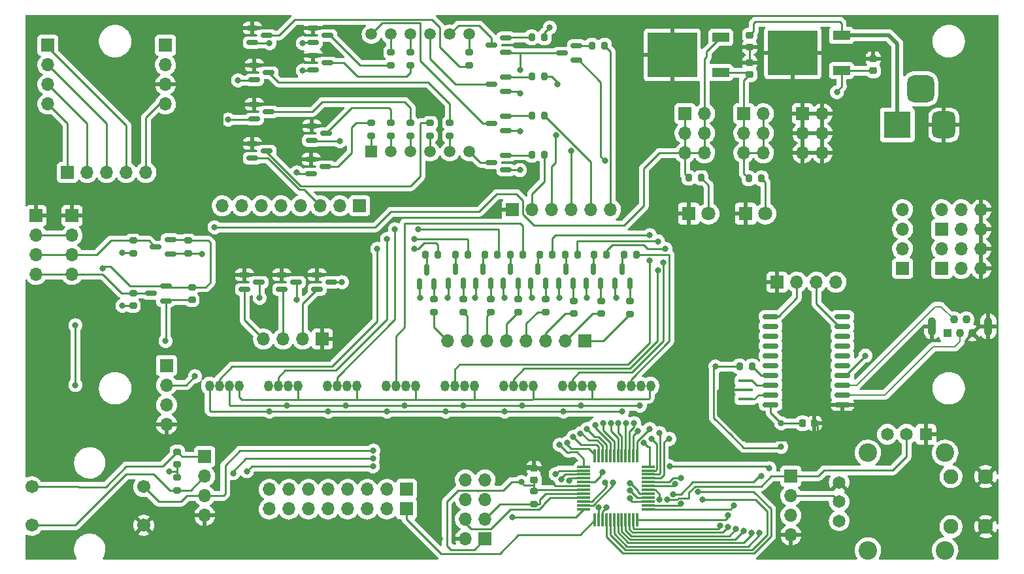
<source format=gbr>
%TF.GenerationSoftware,KiCad,Pcbnew,(6.0.1)*%
%TF.CreationDate,2023-03-04T22:59:05-07:00*%
%TF.ProjectId,DevBoard2.0,44657642-6f61-4726-9432-2e302e6b6963,rev?*%
%TF.SameCoordinates,Original*%
%TF.FileFunction,Copper,L2,Bot*%
%TF.FilePolarity,Positive*%
%FSLAX46Y46*%
G04 Gerber Fmt 4.6, Leading zero omitted, Abs format (unit mm)*
G04 Created by KiCad (PCBNEW (6.0.1)) date 2023-03-04 22:59:05*
%MOMM*%
%LPD*%
G01*
G04 APERTURE LIST*
G04 Aperture macros list*
%AMRoundRect*
0 Rectangle with rounded corners*
0 $1 Rounding radius*
0 $2 $3 $4 $5 $6 $7 $8 $9 X,Y pos of 4 corners*
0 Add a 4 corners polygon primitive as box body*
4,1,4,$2,$3,$4,$5,$6,$7,$8,$9,$2,$3,0*
0 Add four circle primitives for the rounded corners*
1,1,$1+$1,$2,$3*
1,1,$1+$1,$4,$5*
1,1,$1+$1,$6,$7*
1,1,$1+$1,$8,$9*
0 Add four rect primitives between the rounded corners*
20,1,$1+$1,$2,$3,$4,$5,0*
20,1,$1+$1,$4,$5,$6,$7,0*
20,1,$1+$1,$6,$7,$8,$9,0*
20,1,$1+$1,$8,$9,$2,$3,0*%
G04 Aperture macros list end*
%TA.AperFunction,SMDPad,CuDef*%
%ADD10RoundRect,0.011200X-0.128800X0.768800X-0.128800X-0.768800X0.128800X-0.768800X0.128800X0.768800X0*%
%TD*%
%TA.AperFunction,SMDPad,CuDef*%
%ADD11RoundRect,0.011200X-0.768800X-0.128800X0.768800X-0.128800X0.768800X0.128800X-0.768800X0.128800X0*%
%TD*%
%TA.AperFunction,ComponentPad*%
%ADD12C,1.650000*%
%TD*%
%TA.AperFunction,ComponentPad*%
%ADD13R,1.650000X1.650000*%
%TD*%
%TA.AperFunction,ComponentPad*%
%ADD14C,2.400000*%
%TD*%
%TA.AperFunction,ComponentPad*%
%ADD15C,1.950000*%
%TD*%
%TA.AperFunction,ComponentPad*%
%ADD16R,1.700000X1.700000*%
%TD*%
%TA.AperFunction,ComponentPad*%
%ADD17O,1.700000X1.700000*%
%TD*%
%TA.AperFunction,ComponentPad*%
%ADD18O,1.143000X1.397000*%
%TD*%
%TA.AperFunction,SMDPad,CuDef*%
%ADD19RoundRect,0.200000X-0.200000X-0.275000X0.200000X-0.275000X0.200000X0.275000X-0.200000X0.275000X0*%
%TD*%
%TA.AperFunction,SMDPad,CuDef*%
%ADD20R,1.900000X0.400000*%
%TD*%
%TA.AperFunction,SMDPad,CuDef*%
%ADD21RoundRect,0.200000X-0.275000X0.200000X-0.275000X-0.200000X0.275000X-0.200000X0.275000X0.200000X0*%
%TD*%
%TA.AperFunction,SMDPad,CuDef*%
%ADD22RoundRect,0.200000X0.275000X-0.200000X0.275000X0.200000X-0.275000X0.200000X-0.275000X-0.200000X0*%
%TD*%
%TA.AperFunction,SMDPad,CuDef*%
%ADD23RoundRect,0.200000X0.200000X0.275000X-0.200000X0.275000X-0.200000X-0.275000X0.200000X-0.275000X0*%
%TD*%
%TA.AperFunction,SMDPad,CuDef*%
%ADD24RoundRect,0.150000X0.587500X0.150000X-0.587500X0.150000X-0.587500X-0.150000X0.587500X-0.150000X0*%
%TD*%
%TA.AperFunction,ComponentPad*%
%ADD25R,1.800000X1.800000*%
%TD*%
%TA.AperFunction,ComponentPad*%
%ADD26C,1.800000*%
%TD*%
%TA.AperFunction,SMDPad,CuDef*%
%ADD27RoundRect,0.225000X-0.225000X-0.250000X0.225000X-0.250000X0.225000X0.250000X-0.225000X0.250000X0*%
%TD*%
%TA.AperFunction,SMDPad,CuDef*%
%ADD28RoundRect,0.225000X0.250000X-0.225000X0.250000X0.225000X-0.250000X0.225000X-0.250000X-0.225000X0*%
%TD*%
%TA.AperFunction,SMDPad,CuDef*%
%ADD29RoundRect,0.225000X-0.250000X0.225000X-0.250000X-0.225000X0.250000X-0.225000X0.250000X0.225000X0*%
%TD*%
%TA.AperFunction,ComponentPad*%
%ADD30C,1.701800*%
%TD*%
%TA.AperFunction,SMDPad,CuDef*%
%ADD31RoundRect,0.150000X0.150000X-0.587500X0.150000X0.587500X-0.150000X0.587500X-0.150000X-0.587500X0*%
%TD*%
%TA.AperFunction,SMDPad,CuDef*%
%ADD32RoundRect,0.150000X-0.587500X-0.150000X0.587500X-0.150000X0.587500X0.150000X-0.587500X0.150000X0*%
%TD*%
%TA.AperFunction,ComponentPad*%
%ADD33R,1.100000X1.100000*%
%TD*%
%TA.AperFunction,ComponentPad*%
%ADD34C,1.100000*%
%TD*%
%TA.AperFunction,ComponentPad*%
%ADD35O,1.100000X2.400000*%
%TD*%
%TA.AperFunction,SMDPad,CuDef*%
%ADD36R,2.200000X1.200000*%
%TD*%
%TA.AperFunction,SMDPad,CuDef*%
%ADD37R,6.400000X5.800000*%
%TD*%
%TA.AperFunction,ComponentPad*%
%ADD38C,1.500000*%
%TD*%
%TA.AperFunction,ComponentPad*%
%ADD39R,1.500000X1.500000*%
%TD*%
%TA.AperFunction,ComponentPad*%
%ADD40RoundRect,0.875000X0.875000X0.875000X-0.875000X0.875000X-0.875000X-0.875000X0.875000X-0.875000X0*%
%TD*%
%TA.AperFunction,ComponentPad*%
%ADD41RoundRect,0.750000X0.750000X1.000000X-0.750000X1.000000X-0.750000X-1.000000X0.750000X-1.000000X0*%
%TD*%
%TA.AperFunction,ComponentPad*%
%ADD42R,3.500000X3.500000*%
%TD*%
%TA.AperFunction,SMDPad,CuDef*%
%ADD43RoundRect,0.150000X-0.875000X-0.150000X0.875000X-0.150000X0.875000X0.150000X-0.875000X0.150000X0*%
%TD*%
%TA.AperFunction,ViaPad*%
%ADD44C,0.800000*%
%TD*%
%TA.AperFunction,Conductor*%
%ADD45C,0.250000*%
%TD*%
%TA.AperFunction,Conductor*%
%ADD46C,0.200000*%
%TD*%
%TA.AperFunction,Conductor*%
%ADD47C,0.500000*%
%TD*%
G04 APERTURE END LIST*
D10*
%TO.P,U3,13,P4.6/UCB1SIMO/UCB1SDA*%
%TO.N,/SDA*%
X232144500Y-69734000D03*
%TO.P,U3,14,P4.5/UCB1CLK*%
%TO.N,/G_RGB_Transistor*%
X232644500Y-69734000D03*
%TO.P,U3,15,P4.4/UCB1STE*%
%TO.N,/R_RGB_Transistor*%
X233144500Y-69734000D03*
%TO.P,U3,16,P6.6/TB3CLK*%
%TO.N,/B_RGB_Transistor*%
X233644500Y-69734000D03*
%TO.P,U3,17,P6.5/TB3.6*%
%TO.N,/RGB_5_Sig*%
X234144500Y-69734000D03*
%TO.P,U3,18,P6.4/TB3.5*%
%TO.N,/RGB_4_Sig*%
X234644500Y-69734000D03*
%TO.P,U3,19,P6.3/TB3.4*%
%TO.N,/RGB_3_Sig*%
X235144500Y-69734000D03*
%TO.P,U3,20,P6.2/TB3.3*%
%TO.N,/RGB_2_Sig*%
X235644500Y-69734000D03*
%TO.P,U3,21,P6.1/TB3.2*%
%TO.N,/RGB_1_Sig*%
X236144500Y-69734000D03*
%TO.P,U3,22,P6.0/TB3.1*%
%TO.N,/RGB_0_Sig*%
X236644500Y-69734000D03*
%TO.P,U3,23,P4.3/UCA1TXD/UCA1SIMO/~{UCA1TXD}*%
%TO.N,/Key7*%
X237144500Y-69734000D03*
%TO.P,U3,24,P4.2/UCA1RXD/UCA1SOMI/~{UCA1RXD}*%
%TO.N,/Key6*%
X237644500Y-69734000D03*
%TO.P,U3,37,P3.5/OA3O*%
%TO.N,/b_Cathode*%
X237644500Y-78094000D03*
%TO.P,U3,38,P3.4/SMCLK*%
%TO.N,/c_Cathode*%
X237144500Y-78094000D03*
%TO.P,U3,39,P5.4*%
%TO.N,/A4_Seven_Anode*%
X236644500Y-78094000D03*
%TO.P,U3,40,P5.3/TB2TRG/A11*%
%TO.N,/A3_Seven_Anode*%
X236144500Y-78094000D03*
%TO.P,U3,41,P5.2/TB2CLK/A10*%
%TO.N,/A2_Seven_Anode*%
X235644500Y-78094000D03*
%TO.P,U3,42,P5.1/TB2.2/MFM.TX/A9*%
%TO.N,/A1_Seven_Anode*%
X235144500Y-78094000D03*
%TO.P,U3,43,P5.0/TB2.1/MFM.RX/A8*%
%TO.N,/Seven_PWM*%
X234644500Y-78094000D03*
%TO.P,U3,44,P3.3/OA2+*%
%TO.N,/d_Cathode*%
X234144500Y-78094000D03*
%TO.P,U3,45,P3.2/OA2-*%
%TO.N,/e_Cathode*%
X233644500Y-78094000D03*
%TO.P,U3,46,P3.1/OA2O*%
%TO.N,/f_Cathode*%
X233144500Y-78094000D03*
%TO.P,U3,47,P3.0/MCLK*%
%TO.N,/g_Cathode*%
X232644500Y-78094000D03*
%TO.P,U3,48,P1.3/UCB0SOMI/UCB0SCL/OA0+/A3*%
%TO.N,/Key0*%
X232144500Y-78094000D03*
D11*
%TO.P,U3,1,P1.2/UCB0SIMO/UCB0SDA/TB0TRG/OA0-/A2/VEREF*%
%TO.N,/Aux0*%
X230714500Y-76664000D03*
%TO.P,U3,2,P1.1/UCB0CLK/ACLK/OA0O/COMP0.1/A1*%
%TO.N,/JoyY*%
X230714500Y-76164000D03*
%TO.P,U3,3,P1.0/UCB0STE/SMCLK/COMP0.0/A0/VEREF+*%
%TO.N,/JoyX*%
X230714500Y-75664000D03*
%TO.P,U3,4,TEST/SBWTCK*%
%TO.N,/TEST*%
X230714500Y-75164000D03*
%TO.P,U3,5,~{RST}/NMI/SBWTDIO*%
%TO.N,/Reset*%
X230714500Y-74664000D03*
%TO.P,U3,6,DVCC*%
%TO.N,+3V3*%
X230714500Y-74164000D03*
%TO.P,U3,7,DVSS*%
%TO.N,GND*%
X230714500Y-73664000D03*
%TO.P,U3,8,P2.7/TB0CLK/XIN*%
%TO.N,/JoyButton*%
X230714500Y-73164000D03*
%TO.P,U3,9,P2.6/MCLK/XOUT*%
%TO.N,/EncA*%
X230714500Y-72664000D03*
%TO.P,U3,10,P2.5/COMP1.0*%
%TO.N,/EncB*%
X230714500Y-72164000D03*
%TO.P,U3,11,P2.4/COMP1.1*%
%TO.N,/EncButton*%
X230714500Y-71664000D03*
%TO.P,U3,12,P4.7/UCB1SOMI/UCB1SCL*%
%TO.N,/SCL*%
X230714500Y-71164000D03*
%TO.P,U3,25,P4.1/UCA1CLK*%
%TO.N,/Key5*%
X239074500Y-71164000D03*
%TO.P,U3,26,P4.0/UCA1STE/ISOTXD/ISORXD*%
%TO.N,/Key4*%
X239074500Y-71664000D03*
%TO.P,U3,27,P2.3/TB1TRG*%
%TO.N,/Key3*%
X239074500Y-72164000D03*
%TO.P,U3,28,P2.2/TB1CLK*%
%TO.N,/Key2*%
X239074500Y-72664000D03*
%TO.P,U3,29,P2.1/TB1.2/COMP1.O*%
%TO.N,/RGB_7_Sig*%
X239074500Y-73164000D03*
%TO.P,U3,30,P2.0/TB1.1/COMP0.O*%
%TO.N,/RGB_6_Sig*%
X239074500Y-73664000D03*
%TO.P,U3,31,P1.7/UCA0TXD/UCA0SIMO/TB0.2/TDO/OA1+/A7/VREF+*%
%TO.N,/Aux3*%
X239074500Y-74164000D03*
%TO.P,U3,32,P1.6/UCA0RXD/UCA0SOMI/TB0.1/TDI/TCLK/OA1-/A6*%
%TO.N,/Aux2*%
X239074500Y-74664000D03*
%TO.P,U3,33,P1.5/UCA0CLK/TMS/OA1O/A5*%
%TO.N,/Aux1*%
X239074500Y-75164000D03*
%TO.P,U3,34,P1.4/UCA0STE/TCK/A4*%
%TO.N,/Key1*%
X239074500Y-75664000D03*
%TO.P,U3,35,P3.7/OA3+*%
%TO.N,/dp_Cathode*%
X239074500Y-76164000D03*
%TO.P,U3,36,P3.6/OA3-*%
%TO.N,/a_Cathode*%
X239074500Y-76664000D03*
%TD*%
D12*
%TO.P,U1,VR2_1*%
%TO.N,GND*%
X263812000Y-73192000D03*
%TO.P,U1,VR2_2*%
%TO.N,/JoyX*%
X263812000Y-75692000D03*
%TO.P,U1,VR2_3*%
%TO.N,+3V3*%
X263812000Y-78192000D03*
D13*
%TO.P,U1,VR1_1*%
%TO.N,GND*%
X275042000Y-66962000D03*
D12*
%TO.P,U1,VR1_2*%
%TO.N,/JoyY*%
X272542000Y-66962000D03*
%TO.P,U1,VR1_3*%
%TO.N,+3V3*%
X270042000Y-66962000D03*
D14*
%TO.P,U1,S1*%
%TO.N,N/C*%
X267542000Y-69367000D03*
%TO.P,U1,S2*%
X267542000Y-82017000D03*
%TO.P,U1,S3*%
X277542000Y-82017000D03*
%TO.P,U1,S4*%
X277542000Y-69367000D03*
D15*
%TO.P,U1,A*%
%TO.N,/JoyButton*%
X278292000Y-78942000D03*
%TO.P,U1,C*%
%TO.N,GND*%
X282792000Y-78942000D03*
%TO.P,U1,B*%
%TO.N,/JoyButton*%
X278292000Y-72442000D03*
%TO.P,U1,D*%
%TO.N,GND*%
X282792000Y-72442000D03*
%TD*%
D16*
%TO.P,J26,1,Pin_1*%
%TO.N,/SCL*%
X176657000Y-58039000D03*
D17*
%TO.P,J26,2,Pin_2*%
%TO.N,/SDA*%
X176657000Y-60579000D03*
%TO.P,J26,3,Pin_3*%
%TO.N,+3V3*%
X176657000Y-63119000D03*
%TO.P,J26,4,Pin_4*%
%TO.N,GND*%
X176657000Y-65659000D03*
%TD*%
D18*
%TO.P,LED2,1,1*%
%TO.N,/R_RGB_Cathode*%
X189863100Y-60706000D03*
%TO.P,LED2,3,3*%
%TO.N,/G_RGB_Cathode*%
X192403100Y-60706000D03*
%TO.P,LED2,2,2*%
%TO.N,Net-(LED2-Pad2)*%
X191133100Y-60706000D03*
%TO.P,LED2,4,4*%
%TO.N,/B_RGB_Cathode*%
X193673100Y-60706000D03*
%TD*%
D16*
%TO.P,J19,1,Pin_1*%
%TO.N,GND*%
X164416000Y-38618000D03*
D17*
%TO.P,J19,2,Pin_2*%
%TO.N,+5V*%
X164416000Y-41158000D03*
%TO.P,J19,3,Pin_3*%
%TO.N,/SDAH*%
X164416000Y-43698000D03*
%TO.P,J19,4,Pin_4*%
%TO.N,/SCLH*%
X164416000Y-46238000D03*
%TD*%
D16*
%TO.P,J16,1,Pin_1*%
%TO.N,GND*%
X159766000Y-38618000D03*
D17*
%TO.P,J16,2,Pin_2*%
%TO.N,+5V*%
X159766000Y-41158000D03*
%TO.P,J16,3,Pin_3*%
%TO.N,/SDAH*%
X159766000Y-43698000D03*
%TO.P,J16,4,Pin_4*%
%TO.N,/SCLH*%
X159766000Y-46238000D03*
%TD*%
D19*
%TO.P,R39,1*%
%TO.N,Net-(Q22-Pad1)*%
X223965000Y-30734000D03*
%TO.P,R39,2*%
%TO.N,/A4_Seven_Anode*%
X225615000Y-30734000D03*
%TD*%
%TO.P,R38,1*%
%TO.N,Net-(Q21-Pad1)*%
X223965000Y-15494000D03*
%TO.P,R38,2*%
%TO.N,/A3_Seven_Anode*%
X225615000Y-15494000D03*
%TD*%
%TO.P,R37,1*%
%TO.N,Net-(Q20-Pad1)*%
X223965000Y-20574000D03*
%TO.P,R37,2*%
%TO.N,/A2_Seven_Anode*%
X225615000Y-20574000D03*
%TD*%
%TO.P,R36,1*%
%TO.N,Net-(Q19-Pad1)*%
X223965000Y-25654000D03*
%TO.P,R36,2*%
%TO.N,/A1_Seven_Anode*%
X225615000Y-25654000D03*
%TD*%
D16*
%TO.P,J12,1,Pin_1*%
%TO.N,/a_Cathode*%
X201676000Y-37338000D03*
D17*
%TO.P,J12,2,Pin_2*%
%TO.N,/b_Cathode*%
X199136000Y-37338000D03*
%TO.P,J12,3,Pin_3*%
%TO.N,/c_Cathode*%
X196596000Y-37338000D03*
%TO.P,J12,4,Pin_4*%
%TO.N,/d_Cathode*%
X194056000Y-37338000D03*
%TO.P,J12,5,Pin_5*%
%TO.N,/e_Cathode*%
X191516000Y-37338000D03*
%TO.P,J12,6,Pin_6*%
%TO.N,/f_Cathode*%
X188976000Y-37338000D03*
%TO.P,J12,7,Pin_7*%
%TO.N,/g_Cathode*%
X186436000Y-37338000D03*
%TO.P,J12,8,Pin_8*%
%TO.N,/dp_Cathode*%
X183896000Y-37338000D03*
%TD*%
D16*
%TO.P,J18,1,Pin_1*%
%TO.N,/RGB_0_Sig*%
X230872900Y-54864000D03*
D17*
%TO.P,J18,2,Pin_2*%
%TO.N,/RGB_1_Sig*%
X228332900Y-54864000D03*
%TO.P,J18,3,Pin_3*%
%TO.N,/RGB_2_Sig*%
X225792900Y-54864000D03*
%TO.P,J18,4,Pin_4*%
%TO.N,/RGB_3_Sig*%
X223252900Y-54864000D03*
%TO.P,J18,5,Pin_5*%
%TO.N,/RGB_4_Sig*%
X220712900Y-54864000D03*
%TO.P,J18,6,Pin_6*%
%TO.N,/RGB_5_Sig*%
X218172900Y-54864000D03*
%TO.P,J18,7,Pin_7*%
%TO.N,/RGB_6_Sig*%
X215632900Y-54864000D03*
%TO.P,J18,8,Pin_8*%
%TO.N,/RGB_7_Sig*%
X213092900Y-54864000D03*
%TD*%
%TO.P,J17,8,Pin_8*%
%TO.N,/Aux3*%
X215392000Y-72888000D03*
%TO.P,J17,7,Pin_7*%
%TO.N,/Aux2*%
X217932000Y-72888000D03*
%TO.P,J17,6,Pin_6*%
%TO.N,/Aux1*%
X215392000Y-75428000D03*
%TO.P,J17,5,Pin_5*%
%TO.N,/Aux0*%
X217932000Y-75428000D03*
%TO.P,J17,4,Pin_4*%
%TO.N,/TEST*%
X215392000Y-77968000D03*
%TO.P,J17,3,Pin_3*%
%TO.N,/Reset*%
X217932000Y-77968000D03*
%TO.P,J17,2,Pin_2*%
%TO.N,GND*%
X215392000Y-80508000D03*
D16*
%TO.P,J17,1,Pin_1*%
%TO.N,+3V3*%
X217932000Y-80508000D03*
%TD*%
D20*
%TO.P,Y1,2*%
%TO.N,GND*%
X251714000Y-61214000D03*
%TO.P,Y1,1*%
%TO.N,Net-(U2-Pad2)*%
X251714000Y-62414000D03*
%TO.P,Y1,3*%
%TO.N,Net-(U2-Pad3)*%
X251714000Y-60014000D03*
%TD*%
D21*
%TO.P,R35,1*%
%TO.N,+3V3*%
X224282000Y-74359000D03*
%TO.P,R35,2*%
%TO.N,/Reset*%
X224282000Y-76009000D03*
%TD*%
%TO.P,R34,1*%
%TO.N,+3V3*%
X179448488Y-41850000D03*
%TO.P,R34,2*%
%TO.N,/SDA*%
X179448488Y-43500000D03*
%TD*%
D22*
%TO.P,R33,1*%
%TO.N,+5V*%
X172336488Y-43500000D03*
%TO.P,R33,2*%
%TO.N,/SDAH*%
X172336488Y-41850000D03*
%TD*%
D21*
%TO.P,R32,1*%
%TO.N,+3V3*%
X179935750Y-47880000D03*
%TO.P,R32,2*%
%TO.N,/SCL*%
X179935750Y-49530000D03*
%TD*%
D22*
%TO.P,R31,1*%
%TO.N,+5V*%
X172315750Y-50292000D03*
%TO.P,R31,2*%
%TO.N,/SCLH*%
X172315750Y-48642000D03*
%TD*%
D23*
%TO.P,R30,1*%
%TO.N,Net-(D2-Pad2)*%
X253746000Y-33782000D03*
%TO.P,R30,2*%
%TO.N,+3V3*%
X252096000Y-33782000D03*
%TD*%
%TO.P,R29,1*%
%TO.N,Net-(U2-Pad4)*%
X252539000Y-58166000D03*
%TO.P,R29,2*%
%TO.N,+3V3*%
X250889000Y-58166000D03*
%TD*%
%TO.P,R28,1*%
%TO.N,Net-(D1-Pad2)*%
X245935000Y-33719000D03*
%TO.P,R28,2*%
%TO.N,+5V*%
X244285000Y-33719000D03*
%TD*%
D24*
%TO.P,Q26,1,G*%
%TO.N,+3V3*%
X177141750Y-41725000D03*
%TO.P,Q26,2,S*%
%TO.N,/SDA*%
X177141750Y-43625000D03*
%TO.P,Q26,3,D*%
%TO.N,/SDAH*%
X175266750Y-42675000D03*
%TD*%
%TO.P,Q25,1,G*%
%TO.N,+3V3*%
X176555250Y-47755000D03*
%TO.P,Q25,2,S*%
%TO.N,/SCL*%
X176555250Y-49655000D03*
%TO.P,Q25,3,D*%
%TO.N,/SCLH*%
X174680250Y-48705000D03*
%TD*%
D16*
%TO.P,J25,1,Pin_1*%
%TO.N,GND*%
X221488000Y-37846000D03*
D17*
%TO.P,J25,2,Pin_2*%
%TO.N,/A4_Seven_Anode*%
X224028000Y-37846000D03*
%TO.P,J25,3,Pin_3*%
%TO.N,/A3_Seven_Anode*%
X226568000Y-37846000D03*
%TO.P,J25,4,Pin_4*%
%TO.N,/A2_Seven_Anode*%
X229108000Y-37846000D03*
%TO.P,J25,5,Pin_5*%
%TO.N,/A1_Seven_Anode*%
X231648000Y-37846000D03*
%TO.P,J25,6,Pin_6*%
%TO.N,/Seven_PWM*%
X234188000Y-37846000D03*
%TD*%
D16*
%TO.P,J14,1,Pin_1*%
%TO.N,/EncA*%
X181610000Y-69860000D03*
D17*
%TO.P,J14,2,Pin_2*%
%TO.N,/EncB*%
X181610000Y-72400000D03*
%TO.P,J14,3,Pin_3*%
%TO.N,/EncButton*%
X181610000Y-74940000D03*
%TO.P,J14,4,Pin_4*%
%TO.N,GND*%
X181610000Y-77480000D03*
%TD*%
D16*
%TO.P,J13,1,Pin_1*%
%TO.N,/JoyY*%
X257556000Y-72400000D03*
D17*
%TO.P,J13,2,Pin_2*%
%TO.N,/JoyX*%
X257556000Y-74940000D03*
%TO.P,J13,3,Pin_3*%
%TO.N,/JoyButton*%
X257556000Y-77480000D03*
%TO.P,J13,4,Pin_4*%
%TO.N,GND*%
X257556000Y-80020000D03*
%TD*%
D16*
%TO.P,J11,1,Pin_1*%
%TO.N,GND*%
X196851900Y-54610000D03*
D17*
%TO.P,J11,2,Pin_2*%
%TO.N,/R_RGB_Transistor*%
X194311900Y-54610000D03*
%TO.P,J11,3,Pin_3*%
%TO.N,/G_RGB_Transistor*%
X191771900Y-54610000D03*
%TO.P,J11,4,Pin_4*%
%TO.N,/B_RGB_Transistor*%
X189231900Y-54610000D03*
%TD*%
D16*
%TO.P,J6,1,Pin_1*%
%TO.N,GND*%
X255778000Y-47244000D03*
D17*
%TO.P,J6,2,Pin_2*%
%TO.N,Net-(U2-Pad10)*%
X258318000Y-47244000D03*
%TO.P,J6,3,Pin_3*%
%TO.N,Net-(U2-Pad12)*%
X260858000Y-47244000D03*
%TO.P,J6,4,Pin_4*%
%TO.N,+3V3*%
X263398000Y-47244000D03*
%TD*%
D25*
%TO.P,D2,1,K*%
%TO.N,GND*%
X251709000Y-38354000D03*
D26*
%TO.P,D2,2,A*%
%TO.N,Net-(D2-Pad2)*%
X254249000Y-38354000D03*
%TD*%
D25*
%TO.P,D1,1,K*%
%TO.N,GND*%
X244343000Y-38354000D03*
D26*
%TO.P,D1,2,A*%
%TO.N,Net-(D1-Pad2)*%
X246883000Y-38354000D03*
%TD*%
D27*
%TO.P,C5,1*%
%TO.N,+3V3*%
X259067000Y-65532000D03*
%TO.P,C5,2*%
%TO.N,GND*%
X260617000Y-65532000D03*
%TD*%
D28*
%TO.P,C4,1*%
%TO.N,+3V3*%
X224282000Y-72898000D03*
%TO.P,C4,2*%
%TO.N,GND*%
X224282000Y-71348000D03*
%TD*%
%TO.P,C3,1*%
%TO.N,+3V3*%
X252222000Y-20333000D03*
%TO.P,C3,2*%
%TO.N,GND*%
X252222000Y-18783000D03*
%TD*%
%TO.P,C2,1*%
%TO.N,+5V*%
X268224000Y-19825000D03*
%TO.P,C2,2*%
%TO.N,GND*%
X268224000Y-18275000D03*
%TD*%
D29*
%TO.P,C1,1*%
%TO.N,+BATT*%
X252222000Y-15214000D03*
%TO.P,C1,2*%
%TO.N,GND*%
X252222000Y-16764000D03*
%TD*%
D30*
%TO.P,SW1,S1,S1*%
%TO.N,/EncButton*%
X173702550Y-73770231D03*
%TO.P,SW1,S2,S2*%
%TO.N,GND*%
X173702550Y-78770231D03*
%TO.P,SW1,A,A*%
%TO.N,/EncA*%
X159202551Y-73770231D03*
%TO.P,SW1,B,B*%
%TO.N,/EncB*%
X159202551Y-78770231D03*
%TD*%
D19*
%TO.P,R27,1*%
%TO.N,Net-(Q24-Pad1)*%
X231776000Y-16560800D03*
%TO.P,R27,2*%
%TO.N,/Seven_PWM*%
X233426000Y-16560800D03*
%TD*%
D22*
%TO.P,R26,1*%
%TO.N,/RGB_0_Sig*%
X236728000Y-51371000D03*
%TO.P,R26,2*%
%TO.N,Net-(Q23-Pad1)*%
X236728000Y-49721000D03*
%TD*%
D19*
%TO.P,R25,1*%
%TO.N,Net-(Q23-Pad3)*%
X235903000Y-43688000D03*
%TO.P,R25,2*%
%TO.N,Net-(LED8-Pad2)*%
X237553000Y-43688000D03*
%TD*%
D22*
%TO.P,R24,1*%
%TO.N,/RGB_1_Sig*%
X232984000Y-51308000D03*
%TO.P,R24,2*%
%TO.N,Net-(Q18-Pad1)*%
X232984000Y-49658000D03*
%TD*%
D19*
%TO.P,R23,1*%
%TO.N,Net-(Q18-Pad3)*%
X232030000Y-43688000D03*
%TO.P,R23,2*%
%TO.N,Net-(LED7-Pad2)*%
X233680000Y-43688000D03*
%TD*%
D22*
%TO.P,R22,1*%
%TO.N,/RGB_2_Sig*%
X229428000Y-51308000D03*
%TO.P,R22,2*%
%TO.N,Net-(Q17-Pad1)*%
X229428000Y-49658000D03*
%TD*%
D19*
%TO.P,R21,1*%
%TO.N,Net-(Q17-Pad3)*%
X228283000Y-43688000D03*
%TO.P,R21,2*%
%TO.N,Net-(LED6-Pad2)*%
X229933000Y-43688000D03*
%TD*%
D22*
%TO.P,R20,1*%
%TO.N,/RGB_3_Sig*%
X225806000Y-51117000D03*
%TO.P,R20,2*%
%TO.N,Net-(Q16-Pad1)*%
X225806000Y-49467000D03*
%TD*%
D19*
%TO.P,R19,1*%
%TO.N,Net-(Q16-Pad3)*%
X224981000Y-43688000D03*
%TO.P,R19,2*%
%TO.N,Net-(LED5-Pad2)*%
X226631000Y-43688000D03*
%TD*%
D21*
%TO.P,R18,1*%
%TO.N,Net-(Q15-Pad3)*%
X208280000Y-26607000D03*
%TO.P,R18,2*%
%TO.N,Net-(U5-Pad3)*%
X208280000Y-28257000D03*
%TD*%
%TO.P,R17,1*%
%TO.N,Net-(Q13-Pad3)*%
X213360000Y-26607000D03*
%TO.P,R17,2*%
%TO.N,Net-(U5-Pad5)*%
X213360000Y-28257000D03*
%TD*%
D22*
%TO.P,R16,1*%
%TO.N,Net-(Q11-Pad3)*%
X208280000Y-19113000D03*
%TO.P,R16,2*%
%TO.N,Net-(U5-Pad10)*%
X208280000Y-17463000D03*
%TD*%
D21*
%TO.P,R15,1*%
%TO.N,Net-(Q9-Pad3)*%
X203200000Y-26607000D03*
%TO.P,R15,2*%
%TO.N,Net-(U5-Pad1)*%
X203200000Y-28257000D03*
%TD*%
%TO.P,R14,1*%
%TO.N,Net-(Q8-Pad3)*%
X205740000Y-26607000D03*
%TO.P,R14,2*%
%TO.N,Net-(U5-Pad2)*%
X205740000Y-28257000D03*
%TD*%
%TO.P,R13,1*%
%TO.N,Net-(Q6-Pad3)*%
X210820000Y-26607000D03*
%TO.P,R13,2*%
%TO.N,Net-(U5-Pad4)*%
X210820000Y-28257000D03*
%TD*%
D22*
%TO.P,R12,1*%
%TO.N,Net-(Q5-Pad3)*%
X215900000Y-19113000D03*
%TO.P,R12,2*%
%TO.N,Net-(U5-Pad7)*%
X215900000Y-17463000D03*
%TD*%
%TO.P,R11,1*%
%TO.N,Net-(Q3-Pad3)*%
X205740000Y-19113000D03*
%TO.P,R11,2*%
%TO.N,Net-(U5-Pad11)*%
X205740000Y-17463000D03*
%TD*%
%TO.P,R10,1*%
%TO.N,/RGB_4_Sig*%
X222250000Y-51117000D03*
%TO.P,R10,2*%
%TO.N,Net-(Q14-Pad1)*%
X222250000Y-49467000D03*
%TD*%
D19*
%TO.P,R9,1*%
%TO.N,Net-(Q14-Pad3)*%
X221171000Y-43688000D03*
%TO.P,R9,2*%
%TO.N,Net-(LED4-Pad2)*%
X222821000Y-43688000D03*
%TD*%
D22*
%TO.P,R8,1*%
%TO.N,/RGB_5_Sig*%
X218694000Y-51117000D03*
%TO.P,R8,2*%
%TO.N,Net-(Q10-Pad1)*%
X218694000Y-49467000D03*
%TD*%
D19*
%TO.P,R7,1*%
%TO.N,Net-(Q10-Pad3)*%
X217869000Y-43688000D03*
%TO.P,R7,2*%
%TO.N,Net-(LED3-Pad2)*%
X219519000Y-43688000D03*
%TD*%
D22*
%TO.P,R6,1*%
%TO.N,/RGB_6_Sig*%
X215138000Y-51117000D03*
%TO.P,R6,2*%
%TO.N,Net-(Q4-Pad1)*%
X215138000Y-49467000D03*
%TD*%
D19*
%TO.P,R5,1*%
%TO.N,Net-(Q4-Pad3)*%
X214059000Y-43688000D03*
%TO.P,R5,2*%
%TO.N,Net-(LED2-Pad2)*%
X215709000Y-43688000D03*
%TD*%
D22*
%TO.P,R4,1*%
%TO.N,/RGB_7_Sig*%
X211328000Y-51117000D03*
%TO.P,R4,2*%
%TO.N,Net-(Q1-Pad1)*%
X211328000Y-49467000D03*
%TD*%
D19*
%TO.P,R3,1*%
%TO.N,Net-(Q1-Pad3)*%
X210186000Y-43688000D03*
%TO.P,R3,2*%
%TO.N,Net-(LED1-Pad2)*%
X211836000Y-43688000D03*
%TD*%
D22*
%TO.P,R2,1*%
%TO.N,/EncB*%
X178054000Y-74231000D03*
%TO.P,R2,2*%
%TO.N,+3V3*%
X178054000Y-72581000D03*
%TD*%
%TO.P,R1,1*%
%TO.N,+3V3*%
X178054000Y-70866000D03*
%TO.P,R1,2*%
%TO.N,/EncA*%
X178054000Y-69216000D03*
%TD*%
D24*
%TO.P,Q24,1,B*%
%TO.N,Net-(Q24-Pad1)*%
X229791500Y-16576000D03*
%TO.P,Q24,2,E*%
%TO.N,+3V3*%
X229791500Y-18476000D03*
%TO.P,Q24,3,C*%
%TO.N,Net-(Q19-Pad2)*%
X227916500Y-17526000D03*
%TD*%
D31*
%TO.P,Q23,1,B*%
%TO.N,Net-(Q23-Pad1)*%
X236662000Y-47419500D03*
%TO.P,Q23,2,E*%
%TO.N,+3V3*%
X234762000Y-47419500D03*
%TO.P,Q23,3,C*%
%TO.N,Net-(Q23-Pad3)*%
X235712000Y-45544500D03*
%TD*%
D24*
%TO.P,Q22,1,B*%
%TO.N,Net-(Q22-Pad1)*%
X220647500Y-30800000D03*
%TO.P,Q22,2,E*%
%TO.N,Net-(Q19-Pad2)*%
X220647500Y-32700000D03*
%TO.P,Q22,3,C*%
%TO.N,Net-(U5-Pad6)*%
X218772500Y-31750000D03*
%TD*%
%TO.P,Q21,1,B*%
%TO.N,Net-(Q21-Pad1)*%
X220647500Y-15560000D03*
%TO.P,Q21,2,E*%
%TO.N,Net-(Q19-Pad2)*%
X220647500Y-17460000D03*
%TO.P,Q21,3,C*%
%TO.N,Net-(U5-Pad8)*%
X218772500Y-16510000D03*
%TD*%
%TO.P,Q20,1,B*%
%TO.N,Net-(Q20-Pad1)*%
X220647500Y-20640000D03*
%TO.P,Q20,2,E*%
%TO.N,Net-(Q19-Pad2)*%
X220647500Y-22540000D03*
%TO.P,Q20,3,C*%
%TO.N,Net-(U5-Pad9)*%
X218772500Y-21590000D03*
%TD*%
%TO.P,Q19,1,B*%
%TO.N,Net-(Q19-Pad1)*%
X220647500Y-25720000D03*
%TO.P,Q19,2,E*%
%TO.N,Net-(Q19-Pad2)*%
X220647500Y-27620000D03*
%TO.P,Q19,3,C*%
%TO.N,Net-(U5-Pad12)*%
X218772500Y-26670000D03*
%TD*%
D31*
%TO.P,Q18,1,B*%
%TO.N,Net-(Q18-Pad1)*%
X232918000Y-47419500D03*
%TO.P,Q18,2,E*%
%TO.N,+3V3*%
X231018000Y-47419500D03*
%TO.P,Q18,3,C*%
%TO.N,Net-(Q18-Pad3)*%
X231968000Y-45544500D03*
%TD*%
%TO.P,Q17,1,B*%
%TO.N,Net-(Q17-Pad1)*%
X229362000Y-47419500D03*
%TO.P,Q17,2,E*%
%TO.N,+3V3*%
X227462000Y-47419500D03*
%TO.P,Q17,3,C*%
%TO.N,Net-(Q17-Pad3)*%
X228412000Y-45544500D03*
%TD*%
%TO.P,Q16,1,B*%
%TO.N,Net-(Q16-Pad1)*%
X225740000Y-47419500D03*
%TO.P,Q16,2,E*%
%TO.N,+3V3*%
X223840000Y-47419500D03*
%TO.P,Q16,3,C*%
%TO.N,Net-(Q16-Pad3)*%
X224790000Y-45544500D03*
%TD*%
D32*
%TO.P,Q15,1,G*%
%TO.N,/dp_Cathode*%
X188038500Y-26096000D03*
%TO.P,Q15,2,S*%
%TO.N,GND*%
X188038500Y-24196000D03*
%TO.P,Q15,3,D*%
%TO.N,Net-(Q15-Pad3)*%
X189913500Y-25146000D03*
%TD*%
D31*
%TO.P,Q14,1,B*%
%TO.N,Net-(Q14-Pad1)*%
X222184000Y-47419500D03*
%TO.P,Q14,2,E*%
%TO.N,+3V3*%
X220284000Y-47419500D03*
%TO.P,Q14,3,C*%
%TO.N,Net-(Q14-Pad3)*%
X221234000Y-45544500D03*
%TD*%
D32*
%TO.P,Q13,1,G*%
%TO.N,/g_Cathode*%
X188038500Y-21016000D03*
%TO.P,Q13,2,S*%
%TO.N,GND*%
X188038500Y-19116000D03*
%TO.P,Q13,3,D*%
%TO.N,Net-(Q13-Pad3)*%
X189913500Y-20066000D03*
%TD*%
%TO.P,Q12,1,G*%
%TO.N,/B_RGB_Transistor*%
X186768500Y-48194000D03*
%TO.P,Q12,2,S*%
%TO.N,GND*%
X186768500Y-46294000D03*
%TO.P,Q12,3,D*%
%TO.N,/B_RGB_Cathode*%
X188643500Y-47244000D03*
%TD*%
%TO.P,Q11,1,G*%
%TO.N,/f_Cathode*%
X195658500Y-19746000D03*
%TO.P,Q11,2,S*%
%TO.N,GND*%
X195658500Y-17846000D03*
%TO.P,Q11,3,D*%
%TO.N,Net-(Q11-Pad3)*%
X197533500Y-18796000D03*
%TD*%
D31*
%TO.P,Q10,1,B*%
%TO.N,Net-(Q10-Pad1)*%
X218628000Y-47419500D03*
%TO.P,Q10,2,E*%
%TO.N,+3V3*%
X216728000Y-47419500D03*
%TO.P,Q10,3,C*%
%TO.N,Net-(Q10-Pad3)*%
X217678000Y-45544500D03*
%TD*%
D32*
%TO.P,Q9,1,G*%
%TO.N,/e_Cathode*%
X195404500Y-33208000D03*
%TO.P,Q9,2,S*%
%TO.N,GND*%
X195404500Y-31308000D03*
%TO.P,Q9,3,D*%
%TO.N,Net-(Q9-Pad3)*%
X197279500Y-32258000D03*
%TD*%
%TO.P,Q8,1,G*%
%TO.N,/d_Cathode*%
X195483000Y-28890000D03*
%TO.P,Q8,2,S*%
%TO.N,GND*%
X195483000Y-26990000D03*
%TO.P,Q8,3,D*%
%TO.N,Net-(Q8-Pad3)*%
X197358000Y-27940000D03*
%TD*%
%TO.P,Q7,1,G*%
%TO.N,/G_RGB_Transistor*%
X191594500Y-48194000D03*
%TO.P,Q7,2,S*%
%TO.N,GND*%
X191594500Y-46294000D03*
%TO.P,Q7,3,D*%
%TO.N,/G_RGB_Cathode*%
X193469500Y-47244000D03*
%TD*%
%TO.P,Q6,1,G*%
%TO.N,/c_Cathode*%
X187784500Y-31176000D03*
%TO.P,Q6,2,S*%
%TO.N,GND*%
X187784500Y-29276000D03*
%TO.P,Q6,3,D*%
%TO.N,Net-(Q6-Pad3)*%
X189659500Y-30226000D03*
%TD*%
%TO.P,Q5,1,G*%
%TO.N,/b_Cathode*%
X187784500Y-16190000D03*
%TO.P,Q5,2,S*%
%TO.N,GND*%
X187784500Y-14290000D03*
%TO.P,Q5,3,D*%
%TO.N,Net-(Q5-Pad3)*%
X189659500Y-15240000D03*
%TD*%
D31*
%TO.P,Q4,1,B*%
%TO.N,Net-(Q4-Pad1)*%
X215072000Y-47419500D03*
%TO.P,Q4,2,E*%
%TO.N,+3V3*%
X213172000Y-47419500D03*
%TO.P,Q4,3,C*%
%TO.N,Net-(Q4-Pad3)*%
X214122000Y-45544500D03*
%TD*%
D32*
%TO.P,Q3,1,G*%
%TO.N,/a_Cathode*%
X195658500Y-16190000D03*
%TO.P,Q3,2,S*%
%TO.N,GND*%
X195658500Y-14290000D03*
%TO.P,Q3,3,D*%
%TO.N,Net-(Q3-Pad3)*%
X197533500Y-15240000D03*
%TD*%
%TO.P,Q2,1,G*%
%TO.N,/R_RGB_Transistor*%
X196166500Y-48194000D03*
%TO.P,Q2,2,S*%
%TO.N,GND*%
X196166500Y-46294000D03*
%TO.P,Q2,3,D*%
%TO.N,/R_RGB_Cathode*%
X198041500Y-47244000D03*
%TD*%
D31*
%TO.P,Q1,1,B*%
%TO.N,Net-(Q1-Pad1)*%
X211328000Y-47498000D03*
%TO.P,Q1,2,E*%
%TO.N,+3V3*%
X209428000Y-47498000D03*
%TO.P,Q1,3,C*%
%TO.N,Net-(Q1-Pad3)*%
X210378000Y-45623000D03*
%TD*%
D16*
%TO.P,J1,1,Pin_1*%
%TO.N,/Key0*%
X207757000Y-74111000D03*
D17*
%TO.P,J1,2,Pin_2*%
%TO.N,/Key1*%
X205217000Y-74111000D03*
%TO.P,J1,3,Pin_3*%
%TO.N,/Key2*%
X202677000Y-74111000D03*
%TO.P,J1,4,Pin_4*%
%TO.N,/Key3*%
X200137000Y-74111000D03*
%TO.P,J1,5,Pin_5*%
%TO.N,/Key4*%
X197597000Y-74111000D03*
%TO.P,J1,6,Pin_6*%
%TO.N,/Key5*%
X195057000Y-74111000D03*
%TO.P,J1,7,Pin_7*%
%TO.N,/Key6*%
X192517000Y-74111000D03*
%TO.P,J1,8,Pin_8*%
%TO.N,/Key7*%
X189977000Y-74111000D03*
%TD*%
D18*
%TO.P,LED8,1,1*%
%TO.N,/R_RGB_Cathode*%
X235583100Y-60706000D03*
%TO.P,LED8,3,3*%
%TO.N,/G_RGB_Cathode*%
X238123100Y-60706000D03*
%TO.P,LED8,2,2*%
%TO.N,Net-(LED8-Pad2)*%
X236853100Y-60706000D03*
%TO.P,LED8,4,4*%
%TO.N,/B_RGB_Cathode*%
X239393100Y-60706000D03*
%TD*%
%TO.P,LED7,1,1*%
%TO.N,/R_RGB_Cathode*%
X227963100Y-60706000D03*
%TO.P,LED7,3,3*%
%TO.N,/G_RGB_Cathode*%
X230503100Y-60706000D03*
%TO.P,LED7,2,2*%
%TO.N,Net-(LED7-Pad2)*%
X229233100Y-60706000D03*
%TO.P,LED7,4,4*%
%TO.N,/B_RGB_Cathode*%
X231773100Y-60706000D03*
%TD*%
%TO.P,LED6,1,1*%
%TO.N,/R_RGB_Cathode*%
X220343100Y-60706000D03*
%TO.P,LED6,3,3*%
%TO.N,/G_RGB_Cathode*%
X222883100Y-60706000D03*
%TO.P,LED6,2,2*%
%TO.N,Net-(LED6-Pad2)*%
X221613100Y-60706000D03*
%TO.P,LED6,4,4*%
%TO.N,/B_RGB_Cathode*%
X224153100Y-60706000D03*
%TD*%
%TO.P,LED5,1,1*%
%TO.N,/R_RGB_Cathode*%
X212723100Y-60706000D03*
%TO.P,LED5,3,3*%
%TO.N,/G_RGB_Cathode*%
X215263100Y-60706000D03*
%TO.P,LED5,2,2*%
%TO.N,Net-(LED5-Pad2)*%
X213993100Y-60706000D03*
%TO.P,LED5,4,4*%
%TO.N,/B_RGB_Cathode*%
X216533100Y-60706000D03*
%TD*%
%TO.P,LED4,1,1*%
%TO.N,/R_RGB_Cathode*%
X205103100Y-60706000D03*
%TO.P,LED4,3,3*%
%TO.N,/G_RGB_Cathode*%
X207643100Y-60706000D03*
%TO.P,LED4,2,2*%
%TO.N,Net-(LED4-Pad2)*%
X206373100Y-60706000D03*
%TO.P,LED4,4,4*%
%TO.N,/B_RGB_Cathode*%
X208913100Y-60706000D03*
%TD*%
%TO.P,LED3,1,1*%
%TO.N,/R_RGB_Cathode*%
X197483100Y-60706000D03*
%TO.P,LED3,3,3*%
%TO.N,/G_RGB_Cathode*%
X200023100Y-60706000D03*
%TO.P,LED3,2,2*%
%TO.N,Net-(LED3-Pad2)*%
X198753100Y-60706000D03*
%TO.P,LED3,4,4*%
%TO.N,/B_RGB_Cathode*%
X201293100Y-60706000D03*
%TD*%
%TO.P,LED1,1,1*%
%TO.N,/R_RGB_Cathode*%
X182243100Y-60706000D03*
%TO.P,LED1,3,3*%
%TO.N,/G_RGB_Cathode*%
X184783100Y-60706000D03*
%TO.P,LED1,2,2*%
%TO.N,Net-(LED1-Pad2)*%
X183513100Y-60706000D03*
%TO.P,LED1,4,4*%
%TO.N,/B_RGB_Cathode*%
X186053100Y-60706000D03*
%TD*%
D33*
%TO.P,J20,1,VBUS*%
%TO.N,+5V*%
X277876000Y-53848000D03*
D34*
%TO.P,J20,2,D-*%
%TO.N,/D-*%
X278676000Y-52098000D03*
%TO.P,J20,3,D+*%
%TO.N,/D+*%
X279476000Y-53848000D03*
%TO.P,J20,4,ID*%
%TO.N,unconnected-(J20-Pad4)*%
X280276000Y-52098000D03*
%TO.P,J20,5,GND*%
%TO.N,GND*%
X281076000Y-53848000D03*
D35*
%TO.P,J20,6,Shield*%
X283126000Y-52973000D03*
X275826000Y-52973000D03*
%TD*%
D36*
%TO.P,U6,3,OUT*%
%TO.N,+3V3*%
X248480000Y-20060000D03*
D37*
%TO.P,U6,2,GND*%
%TO.N,GND*%
X242180000Y-17780000D03*
D36*
%TO.P,U6,1,IN*%
%TO.N,+5V*%
X248480000Y-15500000D03*
%TD*%
D38*
%TO.P,U5,12,CA1*%
%TO.N,Net-(U5-Pad12)*%
X203200000Y-15097500D03*
%TO.P,U5,11,a*%
%TO.N,Net-(U5-Pad11)*%
X205740000Y-15097500D03*
%TO.P,U5,10,f*%
%TO.N,Net-(U5-Pad10)*%
X208280000Y-15097500D03*
%TO.P,U5,9,CA2*%
%TO.N,Net-(U5-Pad9)*%
X210820000Y-15097500D03*
%TO.P,U5,8,CA3*%
%TO.N,Net-(U5-Pad8)*%
X213360000Y-15097500D03*
%TO.P,U5,7,b*%
%TO.N,Net-(U5-Pad7)*%
X215900000Y-15097500D03*
%TO.P,U5,6,CA4*%
%TO.N,Net-(U5-Pad6)*%
X215900000Y-30337500D03*
%TO.P,U5,5,g*%
%TO.N,Net-(U5-Pad5)*%
X213360000Y-30337500D03*
%TO.P,U5,4,c*%
%TO.N,Net-(U5-Pad4)*%
X210820000Y-30337500D03*
%TO.P,U5,3,DPX*%
%TO.N,Net-(U5-Pad3)*%
X208280000Y-30337500D03*
%TO.P,U5,2,d*%
%TO.N,Net-(U5-Pad2)*%
X205740000Y-30337500D03*
D39*
%TO.P,U5,1,e*%
%TO.N,Net-(U5-Pad1)*%
X203200000Y-30337500D03*
%TD*%
D36*
%TO.P,U4,3,OUT*%
%TO.N,+5V*%
X264110000Y-19806000D03*
D37*
%TO.P,U4,2,GND*%
%TO.N,GND*%
X257810000Y-17526000D03*
D36*
%TO.P,U4,1,IN*%
%TO.N,+BATT*%
X264110000Y-15246000D03*
%TD*%
D17*
%TO.P,J24,6,Pin_6*%
%TO.N,GND*%
X261620000Y-30480000D03*
%TO.P,J24,5,Pin_5*%
X259080000Y-30480000D03*
%TO.P,J24,4,Pin_4*%
X261620000Y-27940000D03*
%TO.P,J24,3,Pin_3*%
X259080000Y-27940000D03*
%TO.P,J24,2,Pin_2*%
X261620000Y-25400000D03*
D16*
%TO.P,J24,1,Pin_1*%
X259080000Y-25400000D03*
%TD*%
D17*
%TO.P,J23,6,Pin_6*%
%TO.N,+5V*%
X246380000Y-30480000D03*
%TO.P,J23,5,Pin_5*%
X243840000Y-30480000D03*
%TO.P,J23,4,Pin_4*%
X246380000Y-27940000D03*
%TO.P,J23,3,Pin_3*%
X243840000Y-27940000D03*
%TO.P,J23,2,Pin_2*%
X246380000Y-25400000D03*
D16*
%TO.P,J23,1,Pin_1*%
X243840000Y-25400000D03*
%TD*%
D17*
%TO.P,J22,6,Pin_6*%
%TO.N,+3V3*%
X254000000Y-30480000D03*
%TO.P,J22,5,Pin_5*%
X251460000Y-30480000D03*
%TO.P,J22,4,Pin_4*%
X254000000Y-27940000D03*
%TO.P,J22,3,Pin_3*%
X251460000Y-27940000D03*
%TO.P,J22,2,Pin_2*%
X254000000Y-25400000D03*
D16*
%TO.P,J22,1,Pin_1*%
X251460000Y-25400000D03*
%TD*%
%TO.P,J21,1,Pin_1*%
%TO.N,Net-(J21-Pad1)*%
X272034000Y-45466000D03*
D17*
%TO.P,J21,2,Pin_2*%
%TO.N,Net-(J4-Pad2)*%
X272034000Y-42926000D03*
%TO.P,J21,3,Pin_3*%
%TO.N,Net-(J21-Pad3)*%
X272034000Y-40386000D03*
%TO.P,J21,4,Pin_4*%
%TO.N,Net-(J21-Pad4)*%
X272034000Y-37846000D03*
%TD*%
%TO.P,J9,8,Pin_8*%
%TO.N,/Key7*%
X189977000Y-76651000D03*
%TO.P,J9,7,Pin_7*%
%TO.N,/Key6*%
X192517000Y-76651000D03*
%TO.P,J9,6,Pin_6*%
%TO.N,/Key5*%
X195057000Y-76651000D03*
%TO.P,J9,5,Pin_5*%
%TO.N,/Key4*%
X197597000Y-76651000D03*
%TO.P,J9,4,Pin_4*%
%TO.N,/Key3*%
X200137000Y-76651000D03*
%TO.P,J9,3,Pin_3*%
%TO.N,/Key2*%
X202677000Y-76651000D03*
%TO.P,J9,2,Pin_2*%
%TO.N,/Key1*%
X205217000Y-76651000D03*
D16*
%TO.P,J9,1,Pin_1*%
%TO.N,/Key0*%
X207757000Y-76651000D03*
%TD*%
D17*
%TO.P,J8,5,Pin_5*%
%TO.N,Net-(J3-Pad4)*%
X173990000Y-33020000D03*
%TO.P,J8,4,Pin_4*%
%TO.N,Net-(J8-Pad4)*%
X171450000Y-33020000D03*
%TO.P,J8,3,Pin_3*%
%TO.N,Net-(J8-Pad3)*%
X168910000Y-33020000D03*
%TO.P,J8,2,Pin_2*%
%TO.N,Net-(J8-Pad2)*%
X166370000Y-33020000D03*
D16*
%TO.P,J8,1,Pin_1*%
%TO.N,Net-(J8-Pad1)*%
X163830000Y-33020000D03*
%TD*%
D40*
%TO.P,J7,3*%
%TO.N,unconnected-(J7-Pad3)*%
X274368000Y-22165500D03*
D41*
%TO.P,J7,2*%
%TO.N,GND*%
X277368000Y-26865500D03*
D42*
%TO.P,J7,1*%
%TO.N,+BATT*%
X271368000Y-26865500D03*
%TD*%
D43*
%TO.P,U2,1,VDD*%
%TO.N,+3V3*%
X254938000Y-63119000D03*
%TO.P,U2,2,OSC1*%
%TO.N,Net-(U2-Pad2)*%
X254938000Y-61849000D03*
%TO.P,U2,3,OSC2*%
%TO.N,Net-(U2-Pad3)*%
X254938000Y-60579000D03*
%TO.P,U2,4,RST*%
%TO.N,Net-(U2-Pad4)*%
X254938000Y-59309000D03*
%TO.P,U2,5,GP7/TxLED*%
%TO.N,unconnected-(U2-Pad5)*%
X254938000Y-58039000D03*
%TO.P,U2,6,GP6/RxLED*%
%TO.N,unconnected-(U2-Pad6)*%
X254938000Y-56769000D03*
%TO.P,U2,7,GP5*%
%TO.N,unconnected-(U2-Pad7)*%
X254938000Y-55499000D03*
%TO.P,U2,8,GP4*%
%TO.N,unconnected-(U2-Pad8)*%
X254938000Y-54229000D03*
%TO.P,U2,9,GP3*%
%TO.N,unconnected-(U2-Pad9)*%
X254938000Y-52959000D03*
%TO.P,U2,10,TX*%
%TO.N,Net-(U2-Pad10)*%
X254938000Y-51689000D03*
%TO.P,U2,11,RTS*%
%TO.N,unconnected-(U2-Pad11)*%
X264238000Y-51689000D03*
%TO.P,U2,12,RX*%
%TO.N,Net-(U2-Pad12)*%
X264238000Y-52959000D03*
%TO.P,U2,13,CTS*%
%TO.N,unconnected-(U2-Pad13)*%
X264238000Y-54229000D03*
%TO.P,U2,14,GP2*%
%TO.N,unconnected-(U2-Pad14)*%
X264238000Y-55499000D03*
%TO.P,U2,15,GP1/USB-CFG*%
%TO.N,unconnected-(U2-Pad15)*%
X264238000Y-56769000D03*
%TO.P,U2,16,GP0/SSPND*%
%TO.N,unconnected-(U2-Pad16)*%
X264238000Y-58039000D03*
%TO.P,U2,17,V_USB*%
%TO.N,+3V3*%
X264238000Y-59309000D03*
%TO.P,U2,18,D-*%
%TO.N,/D-*%
X264238000Y-60579000D03*
%TO.P,U2,19,D+*%
%TO.N,/D+*%
X264238000Y-61849000D03*
%TO.P,U2,20,VSS*%
%TO.N,GND*%
X264238000Y-63119000D03*
%TD*%
D17*
%TO.P,J5,6,Pin_6*%
%TO.N,GND*%
X282194000Y-37846000D03*
%TO.P,J5,5,Pin_5*%
X282194000Y-40386000D03*
%TO.P,J5,4,Pin_4*%
%TO.N,+BATT*%
X279654000Y-37846000D03*
%TO.P,J5,3,Pin_3*%
X279654000Y-40386000D03*
%TO.P,J5,2,Pin_2*%
%TO.N,Net-(J21-Pad4)*%
X277114000Y-37846000D03*
D16*
%TO.P,J5,1,Pin_1*%
%TO.N,Net-(J21-Pad3)*%
X277114000Y-40386000D03*
%TD*%
D17*
%TO.P,J4,6,Pin_6*%
%TO.N,GND*%
X282194000Y-42926000D03*
%TO.P,J4,5,Pin_5*%
X282194000Y-45466000D03*
%TO.P,J4,4,Pin_4*%
%TO.N,+BATT*%
X279654000Y-42926000D03*
%TO.P,J4,3,Pin_3*%
X279654000Y-45466000D03*
%TO.P,J4,2,Pin_2*%
%TO.N,Net-(J4-Pad2)*%
X277114000Y-42926000D03*
D16*
%TO.P,J4,1,Pin_1*%
%TO.N,Net-(J21-Pad1)*%
X277114000Y-45466000D03*
%TD*%
%TO.P,J3,1,Pin_1*%
%TO.N,+5V*%
X176525000Y-16520000D03*
D17*
%TO.P,J3,2,Pin_2*%
%TO.N,+3V3*%
X176525000Y-19060000D03*
%TO.P,J3,3,Pin_3*%
%TO.N,GND*%
X176525000Y-21600000D03*
%TO.P,J3,4,Pin_4*%
%TO.N,Net-(J3-Pad4)*%
X176525000Y-24140000D03*
%TD*%
D16*
%TO.P,J2,1,Pin_1*%
%TO.N,Net-(J8-Pad4)*%
X161285000Y-16520000D03*
D17*
%TO.P,J2,2,Pin_2*%
%TO.N,Net-(J8-Pad3)*%
X161285000Y-19060000D03*
%TO.P,J2,3,Pin_3*%
%TO.N,Net-(J8-Pad2)*%
X161285000Y-21600000D03*
%TO.P,J2,4,Pin_4*%
%TO.N,Net-(J8-Pad1)*%
X161285000Y-24140000D03*
%TD*%
D44*
%TO.N,/SDA*%
X180340000Y-59436000D03*
%TO.N,Net-(Q19-Pad2)*%
X222504000Y-22733000D03*
X222504000Y-27686000D03*
X222440500Y-32702500D03*
X222504000Y-19685000D03*
%TO.N,+3V3*%
X256286000Y-68580000D03*
%TO.N,GND*%
X212090000Y-80518000D03*
%TO.N,+3V3*%
X267208000Y-56769000D03*
X168402000Y-45466000D03*
X164846000Y-52832000D03*
X164846000Y-60579000D03*
X256286000Y-65532000D03*
X247777000Y-58166000D03*
X222631000Y-73152000D03*
X177038000Y-71755000D03*
%TO.N,GND*%
X163806000Y-59460000D03*
X163195000Y-51816000D03*
%TO.N,/EncA*%
X187071000Y-71755000D03*
%TO.N,/EncB*%
X185293000Y-72009000D03*
%TO.N,/JoyButton*%
X254762000Y-71374000D03*
%TO.N,/JoyX*%
X253746000Y-72390000D03*
%TO.N,+3V3*%
X233463500Y-31496000D03*
%TO.N,+5V*%
X263525000Y-22606000D03*
X182880000Y-40132000D03*
%TO.N,/SCL*%
X176530000Y-54864000D03*
%TO.N,+5V*%
X170942000Y-50292000D03*
X170942000Y-43434000D03*
%TO.N,/dp_Cathode*%
X184658000Y-26162000D03*
%TO.N,/g_Cathode*%
X185928000Y-21082000D03*
%TO.N,/f_Cathode*%
X194310000Y-19812000D03*
%TO.N,/e_Cathode*%
X193548000Y-33020000D03*
%TO.N,/d_Cathode*%
X199136000Y-28956000D03*
%TO.N,/b_Cathode*%
X189992000Y-16256000D03*
%TO.N,/a_Cathode*%
X194310000Y-16256000D03*
%TO.N,/Aux0*%
X221488000Y-77724000D03*
%TO.N,/JoyButton*%
X233172000Y-71882000D03*
X241845500Y-71120000D03*
%TO.N,/JoyX*%
X242259442Y-74713500D03*
X233514705Y-73189500D03*
%TO.N,/JoyY*%
X241554000Y-75438000D03*
X234514208Y-73189500D03*
%TO.N,/RGB_6_Sig*%
X242546451Y-73438147D03*
%TO.N,/Aux3*%
X240538000Y-75439500D03*
%TO.N,/Aux2*%
X236728000Y-73280974D03*
%TO.N,/Aux1*%
X236728000Y-74280477D03*
%TO.N,/Key1*%
X236728000Y-75279980D03*
%TO.N,/EncA*%
X203401500Y-71120000D03*
X228854000Y-72939500D03*
%TO.N,/EncB*%
X203401500Y-70086123D03*
X227782755Y-72842755D03*
%TO.N,/EncButton*%
X203454000Y-69088000D03*
X227076000Y-72136000D03*
%TO.N,/Key2*%
X241808000Y-67564000D03*
%TO.N,/Key3*%
X240538000Y-66802000D03*
%TO.N,/Key4*%
X239522000Y-67564000D03*
%TO.N,/Key5*%
X238510299Y-68076299D03*
%TO.N,/Key6*%
X239268000Y-66294000D03*
%TO.N,/Key7*%
X237748299Y-66552299D03*
%TO.N,/SCL*%
X227584000Y-68326000D03*
%TO.N,/SDA*%
X181205750Y-43625000D03*
%TO.N,/B_RGB_Cathode*%
X188722000Y-49276000D03*
%TO.N,/G_RGB_Cathode*%
X193548000Y-49530000D03*
%TO.N,/R_RGB_Cathode*%
X199390000Y-47244000D03*
%TO.N,/g_Cathode*%
X232659701Y-76449701D03*
%TO.N,/f_Cathode*%
X233680000Y-76454000D03*
%TO.N,/e_Cathode*%
X245480060Y-74422000D03*
%TO.N,/d_Cathode*%
X246126000Y-75438000D03*
%TO.N,/Seven_PWM*%
X253492000Y-79756000D03*
%TO.N,/A1_Seven_Anode*%
X252476000Y-79756000D03*
%TO.N,/A2_Seven_Anode*%
X251460000Y-79502000D03*
%TO.N,/a_Cathode*%
X250190000Y-76200000D03*
%TO.N,/A3_Seven_Anode*%
X250444000Y-79248000D03*
%TO.N,/A4_Seven_Anode*%
X249428000Y-78994000D03*
%TO.N,/c_Cathode*%
X248412000Y-78818500D03*
%TO.N,/b_Cathode*%
X249428000Y-77470000D03*
%TO.N,/dp_Cathode*%
X243332000Y-75946000D03*
%TO.N,/A2_Seven_Anode*%
X229108000Y-30226000D03*
%TO.N,/A3_Seven_Anode*%
X227103201Y-28166799D03*
%TO.N,/SDA*%
X228600000Y-68072000D03*
%TO.N,/G_RGB_Transistor*%
X229362000Y-67310000D03*
%TO.N,/R_RGB_Transistor*%
X230308364Y-66848424D03*
%TO.N,/B_RGB_Transistor*%
X231140000Y-66294000D03*
%TO.N,/RGB_7_Sig*%
X243294500Y-72644000D03*
%TO.N,/RGB_5_Sig*%
X232221988Y-65748500D03*
%TO.N,/RGB_4_Sig*%
X233221491Y-65532000D03*
%TO.N,/RGB_3_Sig*%
X234220994Y-65532000D03*
%TO.N,/RGB_2_Sig*%
X235220497Y-65532000D03*
%TO.N,/RGB_1_Sig*%
X236220000Y-65532000D03*
%TO.N,/RGB_0_Sig*%
X237236000Y-65532000D03*
%TO.N,/A3_Seven_Anode*%
X226314000Y-14224000D03*
%TO.N,/A2_Seven_Anode*%
X227330000Y-21590000D03*
%TO.N,+3V3*%
X234950000Y-49276000D03*
X231140000Y-49276000D03*
X227584000Y-49276000D03*
X224028000Y-49276000D03*
X220472000Y-49276000D03*
X216662000Y-49276000D03*
X213106000Y-49276000D03*
X209550000Y-49276000D03*
%TO.N,Net-(LED1-Pad2)*%
X208788000Y-42926000D03*
X203962000Y-42926000D03*
%TO.N,Net-(LED2-Pad2)*%
X208788000Y-41656000D03*
X205232000Y-41656000D03*
%TO.N,Net-(LED3-Pad2)*%
X209296000Y-40386000D03*
X206248000Y-40386000D03*
%TO.N,Net-(LED7-Pad2)*%
X241300000Y-42926000D03*
%TO.N,Net-(LED6-Pad2)*%
X240321500Y-41947500D03*
X240321500Y-45720000D03*
%TO.N,Net-(LED5-Pad2)*%
X239268000Y-41148000D03*
X239268000Y-44450000D03*
%TO.N,Net-(LED7-Pad2)*%
X241046000Y-44704000D03*
%TO.N,/R_RGB_Cathode*%
X189992000Y-64008000D03*
X197612000Y-64008000D03*
X205232000Y-64008000D03*
X212852000Y-64008000D03*
X220472000Y-64008000D03*
X228092000Y-64008000D03*
X235712000Y-64008000D03*
%TO.N,/G_RGB_Cathode*%
X237998000Y-63246000D03*
X230378000Y-63246000D03*
X222758000Y-63246000D03*
X215138000Y-63246000D03*
X207518000Y-63246000D03*
X199898000Y-63246000D03*
X192278000Y-63208500D03*
%TD*%
D45*
%TO.N,/SDA*%
X179197000Y-60579000D02*
X180340000Y-59436000D01*
X176657000Y-60579000D02*
X179197000Y-60579000D01*
%TO.N,Net-(Q22-Pad1)*%
X223899000Y-30800000D02*
X223965000Y-30734000D01*
X220647500Y-30800000D02*
X223899000Y-30800000D01*
%TO.N,Net-(Q19-Pad2)*%
X222311000Y-22540000D02*
X222504000Y-22733000D01*
X220647500Y-22540000D02*
X222311000Y-22540000D01*
X222438000Y-27620000D02*
X222504000Y-27686000D01*
X220647500Y-27620000D02*
X222438000Y-27620000D01*
X222438000Y-32700000D02*
X222440500Y-32702500D01*
X220647500Y-32700000D02*
X222438000Y-32700000D01*
X222504000Y-18796000D02*
X222504000Y-19685000D01*
X222504000Y-17526000D02*
X222504000Y-18796000D01*
X222504000Y-17526000D02*
X220713500Y-17526000D01*
X227916500Y-17526000D02*
X222504000Y-17526000D01*
%TO.N,+3V3*%
X256413000Y-68707000D02*
X256286000Y-68580000D01*
X251460000Y-68707000D02*
X256413000Y-68707000D01*
X249809000Y-67056000D02*
X251460000Y-68707000D01*
X247581480Y-64828480D02*
X249809000Y-67056000D01*
X247581480Y-58361520D02*
X247581480Y-64828480D01*
X247777000Y-58166000D02*
X247581480Y-58361520D01*
%TO.N,GND*%
X260985000Y-65900000D02*
X260617000Y-65532000D01*
X260985000Y-67183000D02*
X260985000Y-65900000D01*
X260477000Y-67691000D02*
X260985000Y-67183000D01*
X251333000Y-67691000D02*
X260477000Y-67691000D01*
X248031000Y-64389000D02*
X251333000Y-67691000D01*
X248031000Y-61341000D02*
X248031000Y-64389000D01*
X248158000Y-61214000D02*
X248031000Y-61341000D01*
X251714000Y-61214000D02*
X248158000Y-61214000D01*
X211963000Y-80391000D02*
X212090000Y-80518000D01*
X211963000Y-73025000D02*
X211963000Y-80391000D01*
X213995000Y-70993000D02*
X211963000Y-73025000D01*
X223927000Y-70993000D02*
X213995000Y-70993000D01*
X224282000Y-71348000D02*
X223927000Y-70993000D01*
%TO.N,+3V3*%
X181736000Y-47880000D02*
X179935750Y-47880000D01*
X182372000Y-47244000D02*
X181736000Y-47880000D01*
X182372000Y-42164000D02*
X182372000Y-47244000D01*
X182058000Y-41850000D02*
X182372000Y-42164000D01*
X179448488Y-41850000D02*
X182058000Y-41850000D01*
%TO.N,/Key0*%
X230228500Y-80010000D02*
X232144500Y-78094000D01*
X219837000Y-82423000D02*
X222250000Y-80010000D01*
X222250000Y-80010000D02*
X230228500Y-80010000D01*
X212217000Y-82423000D02*
X219837000Y-82423000D01*
X207757000Y-76651000D02*
X207757000Y-77963000D01*
X207757000Y-77963000D02*
X212217000Y-82423000D01*
%TO.N,+3V3*%
X216525000Y-81915000D02*
X217932000Y-80508000D01*
X213487000Y-81915000D02*
X216525000Y-81915000D01*
X213164480Y-81592480D02*
X213487000Y-81915000D01*
X213164480Y-81592480D02*
X213233000Y-81592480D01*
X212979000Y-81407000D02*
X213164480Y-81592480D01*
X212979000Y-80264000D02*
X212979000Y-81407000D01*
X212979000Y-75692000D02*
X212979000Y-80264000D01*
X213995000Y-74676000D02*
X212979000Y-75692000D01*
X217043000Y-74295000D02*
X217001489Y-74253489D01*
X217001489Y-74253489D02*
X214417511Y-74253489D01*
X214417511Y-74253489D02*
X213995000Y-74676000D01*
X220259511Y-74253489D02*
X217084511Y-74253489D01*
X220599000Y-73914000D02*
X220259511Y-74253489D01*
X221361000Y-73152000D02*
X220599000Y-73914000D01*
X222631000Y-73152000D02*
X221361000Y-73152000D01*
X217084511Y-74253489D02*
X217043000Y-74295000D01*
X264668000Y-59309000D02*
X267208000Y-56769000D01*
X264238000Y-59309000D02*
X264668000Y-59309000D01*
X255079500Y-64325500D02*
X254938000Y-64184000D01*
X256286000Y-65532000D02*
X255079500Y-64325500D01*
X168402000Y-45339000D02*
X168402000Y-45466000D01*
X168529000Y-45212000D02*
X168402000Y-45339000D01*
X170434000Y-46228000D02*
X169418000Y-45212000D01*
X171961000Y-47755000D02*
X170434000Y-46228000D01*
X169418000Y-45212000D02*
X168529000Y-45212000D01*
X176555250Y-47755000D02*
X171961000Y-47755000D01*
X164846000Y-60579000D02*
X164846000Y-52832000D01*
X259067000Y-65532000D02*
X256286000Y-65532000D01*
X250889000Y-58166000D02*
X247777000Y-58166000D01*
X223012000Y-73533000D02*
X222631000Y-73152000D01*
X224282000Y-73533000D02*
X223012000Y-73533000D01*
X224282000Y-73533000D02*
X224282000Y-72898000D01*
X224282000Y-74359000D02*
X224282000Y-73533000D01*
X178054000Y-71755000D02*
X177038000Y-71755000D01*
X178054000Y-71755000D02*
X178054000Y-72581000D01*
X178054000Y-70866000D02*
X178054000Y-71755000D01*
%TO.N,/EncA*%
X171450000Y-71120000D02*
X176150000Y-71120000D01*
X176150000Y-71120000D02*
X178054000Y-69216000D01*
X165227000Y-73787000D02*
X168783000Y-73787000D01*
X165210231Y-73770231D02*
X165227000Y-73787000D01*
X159202551Y-73770231D02*
X165210231Y-73770231D01*
X168783000Y-73787000D02*
X171450000Y-71120000D01*
%TO.N,/EncB*%
X175006000Y-72136000D02*
X177101000Y-74231000D01*
X171450000Y-72136000D02*
X175006000Y-72136000D01*
X164815769Y-78770231D02*
X171450000Y-72136000D01*
X177101000Y-74231000D02*
X178054000Y-74231000D01*
X159202551Y-78770231D02*
X164815769Y-78770231D01*
%TO.N,/EncButton*%
X179314000Y-74940000D02*
X181610000Y-74940000D01*
X178562000Y-75692000D02*
X179314000Y-74940000D01*
X175624319Y-75692000D02*
X178562000Y-75692000D01*
X173702550Y-73770231D02*
X175624319Y-75692000D01*
%TO.N,/EncA*%
X178698000Y-69860000D02*
X181610000Y-69860000D01*
X178054000Y-69216000D02*
X178698000Y-69860000D01*
%TO.N,/EncB*%
X178054000Y-74231000D02*
X179779000Y-74231000D01*
X179779000Y-74231000D02*
X181610000Y-72400000D01*
%TO.N,/EncA*%
X187071000Y-71755000D02*
X187706000Y-71120000D01*
X187706000Y-71120000D02*
X203401500Y-71120000D01*
%TO.N,/EncB*%
X185293000Y-71755000D02*
X185293000Y-72009000D01*
X186944000Y-70104000D02*
X185293000Y-71755000D01*
X188722000Y-70104000D02*
X186944000Y-70104000D01*
X188739877Y-70086123D02*
X188722000Y-70104000D01*
%TO.N,/EncButton*%
X184013000Y-74940000D02*
X181610000Y-74940000D01*
X184277000Y-74676000D02*
X184013000Y-74940000D01*
X184277000Y-70993000D02*
X184277000Y-74676000D01*
X186182000Y-69088000D02*
X184277000Y-70993000D01*
X203454000Y-69088000D02*
X186182000Y-69088000D01*
%TO.N,+5V*%
X264110000Y-21794000D02*
X264110000Y-19806000D01*
X263525000Y-22479000D02*
X264160000Y-21844000D01*
X263525000Y-22606000D02*
X263525000Y-22479000D01*
X264160000Y-21844000D02*
X264110000Y-21794000D01*
D46*
%TO.N,/D+*%
X278765000Y-55626000D02*
X279476000Y-54915000D01*
X279476000Y-54915000D02*
X279476000Y-53848000D01*
X275971000Y-55626000D02*
X278765000Y-55626000D01*
X269748000Y-61849000D02*
X275971000Y-55626000D01*
X264238000Y-61849000D02*
X269748000Y-61849000D01*
%TO.N,/D-*%
X276997000Y-50419000D02*
X278676000Y-52098000D01*
X276225000Y-50419000D02*
X276997000Y-50419000D01*
X266065000Y-60579000D02*
X276225000Y-50419000D01*
X264238000Y-60579000D02*
X266065000Y-60579000D01*
D45*
%TO.N,/JoyButton*%
X254508000Y-71120000D02*
X254762000Y-71374000D01*
X241845500Y-71120000D02*
X254508000Y-71120000D01*
%TO.N,/JoyX*%
X252730000Y-73152000D02*
X253492000Y-72390000D01*
X253492000Y-72390000D02*
X253746000Y-72390000D01*
X244856000Y-73152000D02*
X252730000Y-73152000D01*
X263060000Y-74940000D02*
X263812000Y-75692000D01*
X257556000Y-74940000D02*
X263060000Y-74940000D01*
%TO.N,/JoyY*%
X261102000Y-72400000D02*
X257556000Y-72400000D01*
X261874000Y-71628000D02*
X261102000Y-72400000D01*
X270764000Y-71628000D02*
X261874000Y-71628000D01*
X272542000Y-69850000D02*
X270764000Y-71628000D01*
X272542000Y-66962000D02*
X272542000Y-69850000D01*
X255006000Y-72400000D02*
X257556000Y-72400000D01*
X245179957Y-73697489D02*
X253708511Y-73697489D01*
X244348000Y-74529446D02*
X245179957Y-73697489D01*
X244310511Y-75221489D02*
X244348000Y-75184000D01*
X253708511Y-73697489D02*
X255006000Y-72400000D01*
X243031897Y-75221489D02*
X244310511Y-75221489D01*
X244348000Y-75184000D02*
X244348000Y-74529446D01*
X241554000Y-75438000D02*
X242815386Y-75438000D01*
X242815386Y-75438000D02*
X243031897Y-75221489D01*
%TO.N,GND*%
X262890000Y-65532000D02*
X264238000Y-64184000D01*
X264238000Y-64184000D02*
X264238000Y-63119000D01*
X260617000Y-65532000D02*
X262890000Y-65532000D01*
%TO.N,+3V3*%
X254938000Y-64184000D02*
X254938000Y-63119000D01*
%TO.N,Net-(U2-Pad2)*%
X253365000Y-61849000D02*
X254938000Y-61849000D01*
X252800000Y-62414000D02*
X253365000Y-61849000D01*
X251714000Y-62414000D02*
X252800000Y-62414000D01*
%TO.N,Net-(U2-Pad3)*%
X252546000Y-60014000D02*
X251714000Y-60014000D01*
X253111000Y-60579000D02*
X252546000Y-60014000D01*
X254938000Y-60579000D02*
X253111000Y-60579000D01*
%TO.N,Net-(U2-Pad4)*%
X253682000Y-59309000D02*
X252539000Y-58166000D01*
X254938000Y-59309000D02*
X253682000Y-59309000D01*
%TO.N,Net-(U2-Pad12)*%
X263811928Y-52959000D02*
X264238000Y-52959000D01*
X260858000Y-50005072D02*
X263811928Y-52959000D01*
X260858000Y-47244000D02*
X260858000Y-50005072D01*
%TO.N,Net-(U2-Pad10)*%
X258318000Y-49276000D02*
X258318000Y-47244000D01*
X255905000Y-51689000D02*
X258318000Y-49276000D01*
X254938000Y-51689000D02*
X255905000Y-51689000D01*
%TO.N,+3V3*%
X232918000Y-21336000D02*
X232918000Y-30950500D01*
X232918000Y-30950500D02*
X233463500Y-31496000D01*
X230058000Y-18476000D02*
X232918000Y-21336000D01*
X229791500Y-18476000D02*
X230058000Y-18476000D01*
%TO.N,GND*%
X252222000Y-16764000D02*
X252222000Y-18783000D01*
%TO.N,+BATT*%
X263906000Y-13462000D02*
X264110000Y-13666000D01*
X252984000Y-13462000D02*
X263906000Y-13462000D01*
X252730000Y-13716000D02*
X252984000Y-13462000D01*
X252222000Y-15214000D02*
X252730000Y-14706000D01*
X252730000Y-14706000D02*
X252730000Y-13716000D01*
X264110000Y-13666000D02*
X264110000Y-15246000D01*
%TO.N,+5V*%
X246380000Y-18288000D02*
X246380000Y-25400000D01*
X246634000Y-18034000D02*
X246380000Y-18288000D01*
X246634000Y-17346000D02*
X246634000Y-18034000D01*
X248480000Y-15500000D02*
X246634000Y-17346000D01*
D47*
%TO.N,+BATT*%
X271368000Y-16352000D02*
X271368000Y-26865500D01*
X264110000Y-15246000D02*
X270262000Y-15246000D01*
X270262000Y-15246000D02*
X271368000Y-16352000D01*
D45*
%TO.N,+5V*%
X268205000Y-19806000D02*
X264110000Y-19806000D01*
X268224000Y-19825000D02*
X268205000Y-19806000D01*
%TO.N,+3V3*%
X251460000Y-21095000D02*
X251460000Y-25400000D01*
X252222000Y-20333000D02*
X251460000Y-21095000D01*
X252222000Y-20333000D02*
X251949000Y-20060000D01*
X251949000Y-20060000D02*
X248480000Y-20060000D01*
X254000000Y-25400000D02*
X254000000Y-30480000D01*
X254000000Y-30480000D02*
X251460000Y-30480000D01*
X251460000Y-25400000D02*
X251460000Y-30480000D01*
X251460000Y-33146000D02*
X251460000Y-30480000D01*
X252096000Y-33782000D02*
X251460000Y-33146000D01*
%TO.N,Net-(D2-Pad2)*%
X254249000Y-34285000D02*
X253746000Y-33782000D01*
X254249000Y-38354000D02*
X254249000Y-34285000D01*
%TO.N,Net-(D1-Pad2)*%
X246883000Y-34667000D02*
X246883000Y-38354000D01*
X245935000Y-33719000D02*
X246883000Y-34667000D01*
%TO.N,+5V*%
X243840000Y-30480000D02*
X243840000Y-33274000D01*
X243840000Y-33274000D02*
X244285000Y-33719000D01*
X246380000Y-30480000D02*
X246380000Y-27940000D01*
X246380000Y-25400000D02*
X246380000Y-27940000D01*
X243840000Y-30480000D02*
X243840000Y-25400000D01*
X246380000Y-30480000D02*
X243840000Y-30480000D01*
X240538000Y-30480000D02*
X243840000Y-30480000D01*
X238506000Y-32512000D02*
X240538000Y-30480000D01*
X238506000Y-37338000D02*
X238506000Y-32512000D01*
X235966000Y-39878000D02*
X238506000Y-37338000D01*
X224282000Y-39878000D02*
X235966000Y-39878000D01*
X222853489Y-38449489D02*
X224282000Y-39878000D01*
X222853489Y-36671489D02*
X222853489Y-38449489D01*
X221996000Y-35814000D02*
X222853489Y-36671489D01*
X219456000Y-35814000D02*
X221996000Y-35814000D01*
X205740000Y-38100000D02*
X217170000Y-38100000D01*
X203708000Y-40132000D02*
X205740000Y-38100000D01*
X182880000Y-40132000D02*
X203708000Y-40132000D01*
X217170000Y-38100000D02*
X219456000Y-35814000D01*
%TO.N,/SCL*%
X176555250Y-54838750D02*
X176530000Y-54864000D01*
X176555250Y-49655000D02*
X176555250Y-54838750D01*
%TO.N,+5V*%
X172315750Y-50292000D02*
X170942000Y-50292000D01*
X172270488Y-43434000D02*
X172336488Y-43500000D01*
X170942000Y-43434000D02*
X172270488Y-43434000D01*
%TO.N,Net-(J3-Pad4)*%
X175758000Y-24140000D02*
X176525000Y-24140000D01*
X173990000Y-25908000D02*
X175758000Y-24140000D01*
X173990000Y-33020000D02*
X173990000Y-25908000D01*
%TO.N,Net-(J8-Pad4)*%
X171450000Y-26924000D02*
X171450000Y-33020000D01*
X161285000Y-16520000D02*
X161285000Y-16759000D01*
X161285000Y-16759000D02*
X171450000Y-26924000D01*
%TO.N,Net-(J8-Pad3)*%
X168910000Y-26685000D02*
X168910000Y-33020000D01*
X161285000Y-19060000D02*
X168910000Y-26685000D01*
%TO.N,Net-(J8-Pad2)*%
X166370000Y-26685000D02*
X166370000Y-33020000D01*
X161285000Y-21600000D02*
X166370000Y-26685000D01*
%TO.N,Net-(J8-Pad1)*%
X163830000Y-26685000D02*
X163830000Y-33020000D01*
X161285000Y-24140000D02*
X163830000Y-26685000D01*
%TO.N,GND*%
X159766000Y-38618000D02*
X164416000Y-38618000D01*
%TO.N,+5V*%
X159766000Y-41158000D02*
X164416000Y-41158000D01*
%TO.N,/SDAH*%
X159766000Y-43698000D02*
X164416000Y-43698000D01*
%TO.N,/SCLH*%
X159766000Y-46238000D02*
X164416000Y-46238000D01*
X170816000Y-48642000D02*
X172315750Y-48642000D01*
X168412000Y-46238000D02*
X170816000Y-48642000D01*
X164416000Y-46238000D02*
X168412000Y-46238000D01*
%TO.N,/SDAH*%
X169478000Y-41850000D02*
X172336488Y-41850000D01*
X167630000Y-43698000D02*
X169478000Y-41850000D01*
X164416000Y-43698000D02*
X167630000Y-43698000D01*
%TO.N,GND*%
X184394000Y-21600000D02*
X184658000Y-21336000D01*
X184658000Y-21336000D02*
X184658000Y-20198000D01*
X184658000Y-23368000D02*
X184658000Y-21336000D01*
X176525000Y-21600000D02*
X184394000Y-21600000D01*
X184150000Y-23368000D02*
X184658000Y-23368000D01*
X183896000Y-23622000D02*
X184150000Y-23368000D01*
X183896000Y-27178000D02*
X183896000Y-23622000D01*
X184649386Y-27178000D02*
X183896000Y-27178000D01*
X186747386Y-29276000D02*
X184649386Y-27178000D01*
X187784500Y-29276000D02*
X186747386Y-29276000D01*
X184658000Y-20198000D02*
X185740000Y-19116000D01*
X185420000Y-24130000D02*
X184658000Y-23368000D01*
X188017386Y-24196000D02*
X187951386Y-24130000D01*
X187951386Y-24130000D02*
X185420000Y-24130000D01*
X188038500Y-24196000D02*
X188017386Y-24196000D01*
X185740000Y-19116000D02*
X188038500Y-19116000D01*
X185674000Y-19050000D02*
X185740000Y-19116000D01*
X185674000Y-14478000D02*
X185674000Y-19050000D01*
X185862000Y-14290000D02*
X185674000Y-14478000D01*
X187784500Y-14290000D02*
X185862000Y-14290000D01*
X192090000Y-19116000D02*
X193360000Y-17846000D01*
X188038500Y-19116000D02*
X192090000Y-19116000D01*
X193040000Y-17526000D02*
X193360000Y-17846000D01*
X193040000Y-15240000D02*
X193040000Y-17526000D01*
X193360000Y-17846000D02*
X195658500Y-17846000D01*
X193990000Y-14290000D02*
X193040000Y-15240000D01*
X195658500Y-14290000D02*
X193990000Y-14290000D01*
X193868000Y-29276000D02*
X194056000Y-29464000D01*
X187784500Y-29276000D02*
X193868000Y-29276000D01*
X194056000Y-29464000D02*
X194056000Y-27178000D01*
X194056000Y-31242000D02*
X194056000Y-29464000D01*
X194056000Y-27178000D02*
X194244000Y-26990000D01*
X194244000Y-26990000D02*
X195483000Y-26990000D01*
X194122000Y-31308000D02*
X194056000Y-31242000D01*
X195404500Y-31308000D02*
X194122000Y-31308000D01*
%TO.N,/dp_Cathode*%
X187972500Y-26162000D02*
X188038500Y-26096000D01*
X184658000Y-26162000D02*
X187972500Y-26162000D01*
%TO.N,/g_Cathode*%
X187972500Y-21082000D02*
X188038500Y-21016000D01*
X185928000Y-21082000D02*
X187972500Y-21082000D01*
%TO.N,/f_Cathode*%
X194310000Y-19812000D02*
X195592500Y-19812000D01*
X195592500Y-19812000D02*
X195658500Y-19746000D01*
%TO.N,/e_Cathode*%
X193736000Y-33208000D02*
X193548000Y-33020000D01*
X195404500Y-33208000D02*
X193736000Y-33208000D01*
%TO.N,/d_Cathode*%
X195549000Y-28956000D02*
X195483000Y-28890000D01*
X199136000Y-28956000D02*
X195549000Y-28956000D01*
%TO.N,/c_Cathode*%
X189798282Y-31176000D02*
X187784500Y-31176000D01*
X194564000Y-35247520D02*
X193869803Y-35247520D01*
X194564000Y-35306000D02*
X194564000Y-35247520D01*
X196596000Y-37338000D02*
X194564000Y-35306000D01*
X193869803Y-35247520D02*
X189798282Y-31176000D01*
%TO.N,/b_Cathode*%
X187850500Y-16256000D02*
X187784500Y-16190000D01*
X189992000Y-16256000D02*
X187850500Y-16256000D01*
%TO.N,/a_Cathode*%
X194376000Y-16190000D02*
X194310000Y-16256000D01*
X195658500Y-16190000D02*
X194376000Y-16190000D01*
%TO.N,/JoyX*%
X242259442Y-74713500D02*
X243294500Y-74713500D01*
X243294500Y-74713500D02*
X244856000Y-73152000D01*
%TO.N,/Aux0*%
X221488000Y-77724000D02*
X229654500Y-77724000D01*
X230714500Y-76664000D02*
X229654500Y-77724000D01*
%TO.N,/TEST*%
X215392000Y-78486000D02*
X215392000Y-77968000D01*
X216154000Y-79248000D02*
X215392000Y-78486000D01*
X218694000Y-79248000D02*
X216154000Y-79248000D01*
X221208480Y-76733520D02*
X218694000Y-79248000D01*
X224892198Y-76733520D02*
X221208480Y-76733520D01*
X225493520Y-76132198D02*
X224892198Y-76733520D01*
X225493520Y-76004480D02*
X225493520Y-76132198D01*
X226334000Y-75164000D02*
X225493520Y-76004480D01*
X230714500Y-75164000D02*
X226334000Y-75164000D01*
%TO.N,/Reset*%
X219891000Y-76009000D02*
X217932000Y-77968000D01*
X224282000Y-76009000D02*
X219891000Y-76009000D01*
%TO.N,/JoyButton*%
X232918000Y-72136000D02*
X233172000Y-71882000D01*
X232144000Y-73164000D02*
X232918000Y-72390000D01*
X232918000Y-72390000D02*
X232918000Y-72136000D01*
X230714500Y-73164000D02*
X232144000Y-73164000D01*
%TO.N,/Key2*%
X241554000Y-67564000D02*
X241808000Y-67564000D01*
X241078060Y-68039940D02*
X241554000Y-67564000D01*
X241078060Y-72231658D02*
X241078060Y-68039940D01*
X239074500Y-72664000D02*
X240645718Y-72664000D01*
X240645718Y-72664000D02*
X241078060Y-72231658D01*
%TO.N,/Key3*%
X240538000Y-72119080D02*
X240628540Y-72028540D01*
X240538000Y-72136000D02*
X240538000Y-72119080D01*
X240510000Y-72164000D02*
X240538000Y-72136000D01*
X239074500Y-72164000D02*
X240510000Y-72164000D01*
X240628540Y-66892540D02*
X240538000Y-66802000D01*
X240628540Y-72028540D02*
X240628540Y-66892540D01*
%TO.N,/Key4*%
X240179020Y-68221020D02*
X239522000Y-67564000D01*
X240179020Y-71478980D02*
X240179020Y-68221020D01*
X239074500Y-71664000D02*
X239994000Y-71664000D01*
X239994000Y-71664000D02*
X240179020Y-71478980D01*
%TO.N,/JoyX*%
X233552205Y-73152000D02*
X233514705Y-73189500D01*
X233680000Y-73152000D02*
X233552205Y-73152000D01*
X233680000Y-73769070D02*
X233680000Y-73152000D01*
X230714500Y-75664000D02*
X231785070Y-75664000D01*
X231785070Y-75664000D02*
X233680000Y-73769070D01*
%TO.N,/JoyY*%
X231920788Y-76164000D02*
X234514208Y-73570580D01*
X230714500Y-76164000D02*
X231920788Y-76164000D01*
X234514208Y-73570580D02*
X234514208Y-73189500D01*
X234442000Y-73406000D02*
X234442000Y-73261708D01*
X234442000Y-73261708D02*
X234514208Y-73189500D01*
%TO.N,/RGB_6_Sig*%
X242546451Y-73438147D02*
X242320598Y-73664000D01*
X242320598Y-73664000D02*
X239074500Y-73664000D01*
%TO.N,/Aux3*%
X239772000Y-74164000D02*
X239074500Y-74164000D01*
X239807480Y-74199480D02*
X239772000Y-74164000D01*
X239982359Y-74199480D02*
X239807480Y-74199480D01*
X240538000Y-74755121D02*
X239982359Y-74199480D01*
X240538000Y-75439500D02*
X240538000Y-74755121D01*
%TO.N,/Aux2*%
X236853026Y-73406000D02*
X236728000Y-73280974D01*
X237744000Y-74271863D02*
X236982000Y-73509863D01*
X237744000Y-74422000D02*
X237744000Y-74271863D01*
X236982000Y-73509863D02*
X236982000Y-73406000D01*
X237986000Y-74664000D02*
X237744000Y-74422000D01*
X239074500Y-74664000D02*
X237986000Y-74664000D01*
X236982000Y-73406000D02*
X236853026Y-73406000D01*
%TO.N,/Aux1*%
X237002992Y-74555469D02*
X236728000Y-74280477D01*
X237028103Y-74555469D02*
X237002992Y-74555469D01*
X237636634Y-75164000D02*
X237028103Y-74555469D01*
X239074500Y-75164000D02*
X237636634Y-75164000D01*
%TO.N,/Key1*%
X236954000Y-75664000D02*
X236728000Y-75438000D01*
X236728000Y-75438000D02*
X236728000Y-75279980D01*
X239074500Y-75664000D02*
X236954000Y-75664000D01*
%TO.N,/EncA*%
X228854000Y-72898000D02*
X228854000Y-72939500D01*
X229088000Y-72664000D02*
X228854000Y-72898000D01*
X230714500Y-72664000D02*
X229088000Y-72664000D01*
%TO.N,/EncB*%
X203401500Y-70086123D02*
X188739877Y-70086123D01*
X227838000Y-72787510D02*
X227782755Y-72842755D01*
X227838000Y-72644000D02*
X227838000Y-72787510D01*
X227838000Y-72644000D02*
X228318000Y-72164000D01*
X230714500Y-72164000D02*
X228318000Y-72164000D01*
%TO.N,/EncButton*%
X227330000Y-71882000D02*
X227076000Y-72136000D01*
X227548000Y-71664000D02*
X227330000Y-71882000D01*
X230714500Y-71664000D02*
X227548000Y-71664000D01*
%TO.N,/Key5*%
X239014000Y-68580000D02*
X238760000Y-68326000D01*
X238760000Y-68326000D02*
X238510299Y-68076299D01*
X239268000Y-68580000D02*
X239014000Y-68580000D01*
%TO.N,/Key6*%
X237644500Y-67917500D02*
X239268000Y-66294000D01*
X237644500Y-69734000D02*
X237644500Y-67917500D01*
%TO.N,/Key7*%
X237739701Y-66552299D02*
X237748299Y-66552299D01*
X237144500Y-67147500D02*
X237490000Y-66802000D01*
X237490000Y-66802000D02*
X237739701Y-66552299D01*
X237144500Y-69734000D02*
X237144500Y-67147500D01*
%TO.N,/SCL*%
X228600000Y-69342000D02*
X227584000Y-68326000D01*
X229811520Y-69283520D02*
X228912480Y-69283520D01*
X230714500Y-70186500D02*
X229811520Y-69283520D01*
X228912480Y-69283520D02*
X228854000Y-69342000D01*
X228854000Y-69342000D02*
X228600000Y-69342000D01*
X230714500Y-71164000D02*
X230714500Y-70186500D01*
X179935750Y-49530000D02*
X176680250Y-49530000D01*
X176680250Y-49530000D02*
X176555250Y-49655000D01*
%TO.N,+3V3*%
X176680250Y-47880000D02*
X176555250Y-47755000D01*
X179935750Y-47880000D02*
X176680250Y-47880000D01*
%TO.N,/SCLH*%
X172378750Y-48705000D02*
X172315750Y-48642000D01*
X174680250Y-48705000D02*
X172378750Y-48705000D01*
%TO.N,/SDAH*%
X174347750Y-41847000D02*
X172339488Y-41847000D01*
X172339488Y-41847000D02*
X172336488Y-41850000D01*
X175175750Y-42675000D02*
X174347750Y-41847000D01*
X175266750Y-42675000D02*
X175175750Y-42675000D01*
%TO.N,+3V3*%
X179323488Y-41725000D02*
X179448488Y-41850000D01*
X177141750Y-41725000D02*
X179323488Y-41725000D01*
%TO.N,/SDA*%
X177266750Y-43500000D02*
X177141750Y-43625000D01*
X179448488Y-43500000D02*
X177266750Y-43500000D01*
X181080750Y-43500000D02*
X181205750Y-43625000D01*
X179448488Y-43500000D02*
X181080750Y-43500000D01*
%TO.N,/B_RGB_Cathode*%
X188722000Y-47322500D02*
X188643500Y-47244000D01*
X188722000Y-49276000D02*
X188722000Y-47322500D01*
%TO.N,/G_RGB_Cathode*%
X193548000Y-49530000D02*
X193548000Y-47322500D01*
X193548000Y-47322500D02*
X193469500Y-47244000D01*
%TO.N,/R_RGB_Cathode*%
X198041500Y-47244000D02*
X199390000Y-47244000D01*
%TO.N,GND*%
X196166500Y-46294000D02*
X191594500Y-46294000D01*
X186768500Y-46294000D02*
X191594500Y-46294000D01*
%TO.N,/R_RGB_Transistor*%
X194311900Y-50048600D02*
X194311900Y-54610000D01*
X196166500Y-48194000D02*
X194311900Y-50048600D01*
%TO.N,/G_RGB_Transistor*%
X191771900Y-48371400D02*
X191771900Y-54610000D01*
X191594500Y-48194000D02*
X191771900Y-48371400D01*
%TO.N,/B_RGB_Transistor*%
X186768500Y-52146600D02*
X189231900Y-54610000D01*
X186768500Y-48194000D02*
X186768500Y-52146600D01*
%TO.N,/g_Cathode*%
X232664000Y-76454000D02*
X232659701Y-76449701D01*
X232644500Y-76473500D02*
X232664000Y-76454000D01*
X232644500Y-78094000D02*
X232644500Y-76473500D01*
%TO.N,/f_Cathode*%
X233144500Y-76989500D02*
X233680000Y-76454000D01*
X233144500Y-78094000D02*
X233144500Y-76989500D01*
%TO.N,/e_Cathode*%
X252730000Y-74422000D02*
X245480060Y-74422000D01*
X254957520Y-76649520D02*
X252730000Y-74422000D01*
X254957520Y-80196197D02*
X254957520Y-76649520D01*
X252759077Y-82394640D02*
X254957520Y-80196197D01*
X235810640Y-82394640D02*
X252759077Y-82394640D01*
X233644500Y-80228500D02*
X235810640Y-82394640D01*
X233644500Y-78094000D02*
X233644500Y-80228500D01*
%TO.N,/d_Cathode*%
X252572880Y-81945120D02*
X254508000Y-80010000D01*
X234144500Y-79970806D02*
X236118815Y-81945120D01*
X234144500Y-79712500D02*
X234144500Y-79970806D01*
X236118815Y-81945120D02*
X252572880Y-81945120D01*
X254508000Y-80010000D02*
X254508000Y-76962000D01*
X254508000Y-76962000D02*
X252984000Y-75438000D01*
X252984000Y-75438000D02*
X246126000Y-75438000D01*
%TO.N,/Seven_PWM*%
X252006400Y-81495600D02*
X253492000Y-80010000D01*
X253492000Y-80010000D02*
X253492000Y-79756000D01*
X236305012Y-81495600D02*
X252006400Y-81495600D01*
X234644500Y-79835088D02*
X236305012Y-81495600D01*
X234644500Y-78094000D02*
X234644500Y-79835088D01*
%TO.N,/A1_Seven_Anode*%
X251439920Y-81046080D02*
X252730000Y-79756000D01*
X252730000Y-79756000D02*
X252476000Y-79756000D01*
X235144500Y-79699371D02*
X236491209Y-81046080D01*
X236491209Y-81046080D02*
X251439920Y-81046080D01*
X235144500Y-78094000D02*
X235144500Y-79699371D01*
%TO.N,/A2_Seven_Anode*%
X250365440Y-80596560D02*
X251460000Y-79502000D01*
X236677407Y-80596560D02*
X250365440Y-80596560D01*
X235644500Y-79563653D02*
X236677407Y-80596560D01*
X235644500Y-78094000D02*
X235644500Y-79563653D01*
%TO.N,/a_Cathode*%
X249719489Y-76670511D02*
X250190000Y-76200000D01*
X239074500Y-76664000D02*
X239081011Y-76670511D01*
X239081011Y-76670511D02*
X249719489Y-76670511D01*
%TO.N,/A3_Seven_Anode*%
X249544960Y-80147040D02*
X250444000Y-79248000D01*
X236144500Y-79427936D02*
X236863604Y-80147040D01*
X236863604Y-80147040D02*
X249544960Y-80147040D01*
X236144500Y-78094000D02*
X236144500Y-79427936D01*
%TO.N,/A4_Seven_Anode*%
X236644500Y-79292218D02*
X237049802Y-79697520D01*
X237049802Y-79697520D02*
X248724480Y-79697520D01*
X236644500Y-78094000D02*
X236644500Y-79292218D01*
X248724480Y-79697520D02*
X249428000Y-78994000D01*
%TO.N,/c_Cathode*%
X248412000Y-78994000D02*
X248412000Y-78818500D01*
X248158000Y-79248000D02*
X248412000Y-78994000D01*
X237236000Y-79248000D02*
X248158000Y-79248000D01*
X237144500Y-79156500D02*
X237236000Y-79248000D01*
X237144500Y-78094000D02*
X237144500Y-79156500D01*
%TO.N,/b_Cathode*%
X249058000Y-78094000D02*
X249428000Y-77724000D01*
X237644500Y-78094000D02*
X249058000Y-78094000D01*
X249428000Y-77724000D02*
X249428000Y-77470000D01*
%TO.N,/d_Cathode*%
X234144500Y-79712500D02*
X234144500Y-78094000D01*
X234188000Y-79756000D02*
X234144500Y-79712500D01*
%TO.N,/dp_Cathode*%
X243332000Y-75946000D02*
X243114000Y-76164000D01*
X243114000Y-76164000D02*
X239074500Y-76164000D01*
%TO.N,/RGB_7_Sig*%
X242316000Y-72644000D02*
X243294500Y-72644000D01*
X241796000Y-73164000D02*
X242316000Y-72644000D01*
X239074500Y-73164000D02*
X241796000Y-73164000D01*
%TO.N,/Key5*%
X239268000Y-71120000D02*
X239268000Y-68580000D01*
X239224000Y-71164000D02*
X239268000Y-71120000D01*
X239074500Y-71164000D02*
X239224000Y-71164000D01*
%TO.N,/A2_Seven_Anode*%
X229108000Y-37846000D02*
X229108000Y-30226000D01*
%TO.N,/A3_Seven_Anode*%
X227076000Y-28194000D02*
X227103201Y-28166799D01*
X226568000Y-32258000D02*
X227076000Y-31750000D01*
X227076000Y-28448000D02*
X227076000Y-28194000D01*
X227076000Y-31750000D02*
X227076000Y-28448000D01*
X226568000Y-37846000D02*
X226568000Y-32258000D01*
%TO.N,/SDA*%
X228600000Y-68326000D02*
X228600000Y-68072000D01*
X229108000Y-68834000D02*
X228600000Y-68326000D01*
X231394000Y-68834000D02*
X229108000Y-68834000D01*
X232156000Y-69596000D02*
X231394000Y-68834000D01*
X232144500Y-69607500D02*
X232156000Y-69596000D01*
X232144500Y-69734000D02*
X232144500Y-69607500D01*
%TO.N,/G_RGB_Transistor*%
X232664000Y-68581436D02*
X232408564Y-68326000D01*
X232408564Y-68326000D02*
X230378000Y-68326000D01*
X232664000Y-69596000D02*
X232664000Y-68581436D01*
X230378000Y-68326000D02*
X229362000Y-67310000D01*
X232644500Y-69734000D02*
X232644500Y-69615500D01*
X232644500Y-69615500D02*
X232664000Y-69596000D01*
%TO.N,/R_RGB_Transistor*%
X230331576Y-66848424D02*
X230308364Y-66848424D01*
X230378000Y-66802000D02*
X230331576Y-66848424D01*
X231335520Y-67759520D02*
X230378000Y-66802000D01*
X232477802Y-67759520D02*
X231335520Y-67759520D01*
X233144500Y-69822500D02*
X233172000Y-69850000D01*
X233144500Y-69734000D02*
X233144500Y-69822500D01*
X233172000Y-69850000D02*
X233172000Y-68453718D01*
X233172000Y-68453718D02*
X232477802Y-67759520D01*
%TO.N,/B_RGB_Transistor*%
X232664000Y-67310000D02*
X232156000Y-67310000D01*
X232156000Y-67310000D02*
X231140000Y-66294000D01*
X233644500Y-68290500D02*
X232664000Y-67310000D01*
X233644500Y-69734000D02*
X233644500Y-68290500D01*
%TO.N,/RGB_0_Sig*%
X237236000Y-66040000D02*
X236644500Y-66631500D01*
X237236000Y-65532000D02*
X237236000Y-66040000D01*
X236644500Y-66631500D02*
X236644500Y-69734000D01*
%TO.N,/RGB_2_Sig*%
X235220497Y-66818497D02*
X235644500Y-67242500D01*
X235220497Y-65532000D02*
X235220497Y-66818497D01*
%TO.N,/RGB_3_Sig*%
X234220994Y-66580994D02*
X235144500Y-67504500D01*
X235144500Y-67504500D02*
X235144500Y-69734000D01*
X234220994Y-65532000D02*
X234220994Y-66580994D01*
%TO.N,/RGB_4_Sig*%
X234644500Y-67892782D02*
X234644500Y-69734000D01*
X233221491Y-66469773D02*
X234644500Y-67892782D01*
X233221491Y-65532000D02*
X233221491Y-66469773D01*
%TO.N,/RGB_5_Sig*%
X232221988Y-66105988D02*
X234144500Y-68028500D01*
X234144500Y-68028500D02*
X234144500Y-69734000D01*
X232221988Y-65748500D02*
X232221988Y-66105988D01*
%TO.N,/RGB_2_Sig*%
X235644500Y-67242500D02*
X235644500Y-69734000D01*
%TO.N,/RGB_1_Sig*%
X236220000Y-65532000D02*
X236144500Y-65607500D01*
X236144500Y-65607500D02*
X236144500Y-69734000D01*
%TO.N,GND*%
X224764000Y-71348000D02*
X227080000Y-73664000D01*
X224282000Y-71348000D02*
X224764000Y-71348000D01*
X227080000Y-73664000D02*
X230714500Y-73664000D01*
%TO.N,/Reset*%
X225044000Y-75946000D02*
X224981000Y-76009000D01*
X225044000Y-75438000D02*
X225044000Y-75946000D01*
X225818000Y-74664000D02*
X225044000Y-75438000D01*
X224981000Y-76009000D02*
X224282000Y-76009000D01*
X230714500Y-74664000D02*
X225818000Y-74664000D01*
%TO.N,+3V3*%
X224477000Y-74164000D02*
X224282000Y-74359000D01*
X230714500Y-74164000D02*
X224477000Y-74164000D01*
%TO.N,Net-(Q6-Pad3)*%
X209613000Y-26607000D02*
X210820000Y-26607000D01*
X209550000Y-33528000D02*
X209550000Y-26670000D01*
X208280000Y-34798000D02*
X209550000Y-33528000D01*
X194056000Y-34798000D02*
X208280000Y-34798000D01*
X189659500Y-30401500D02*
X194056000Y-34798000D01*
X189659500Y-30226000D02*
X189659500Y-30401500D01*
X209550000Y-26670000D02*
X209613000Y-26607000D01*
%TO.N,Net-(Q15-Pad3)*%
X208280000Y-24638000D02*
X208280000Y-26607000D01*
X207518000Y-23876000D02*
X208280000Y-24638000D01*
X196850000Y-23876000D02*
X207518000Y-23876000D01*
X195580000Y-25146000D02*
X196850000Y-23876000D01*
X189913500Y-25146000D02*
X195580000Y-25146000D01*
%TO.N,Net-(Q9-Pad3)*%
X200660000Y-30480000D02*
X200660000Y-27178000D01*
X200660000Y-27178000D02*
X201231000Y-26607000D01*
X198882000Y-32258000D02*
X200660000Y-30480000D01*
X197279500Y-32258000D02*
X198882000Y-32258000D01*
X201231000Y-26607000D02*
X203200000Y-26607000D01*
%TO.N,Net-(Q8-Pad3)*%
X205740000Y-24892000D02*
X205740000Y-26607000D01*
X205486000Y-24638000D02*
X205740000Y-24892000D01*
X200660000Y-24638000D02*
X205486000Y-24638000D01*
X197358000Y-27940000D02*
X200660000Y-24638000D01*
%TO.N,Net-(Q13-Pad3)*%
X191183500Y-21336000D02*
X189913500Y-20066000D01*
X210566000Y-21336000D02*
X191183500Y-21336000D01*
X213360000Y-24130000D02*
X210566000Y-21336000D01*
X213360000Y-26607000D02*
X213360000Y-24130000D01*
%TO.N,/A3_Seven_Anode*%
X225615000Y-14923000D02*
X226314000Y-14224000D01*
X225615000Y-15494000D02*
X225615000Y-14923000D01*
%TO.N,/A2_Seven_Anode*%
X227330000Y-21336000D02*
X227330000Y-21590000D01*
X226568000Y-20574000D02*
X227330000Y-21336000D01*
X225615000Y-20574000D02*
X226568000Y-20574000D01*
%TO.N,/A1_Seven_Anode*%
X231648000Y-31687000D02*
X231648000Y-37846000D01*
X225615000Y-25654000D02*
X231648000Y-31687000D01*
%TO.N,/A4_Seven_Anode*%
X224028000Y-35814000D02*
X224028000Y-37846000D01*
X225615000Y-34227000D02*
X224028000Y-35814000D01*
X225615000Y-30734000D02*
X225615000Y-34227000D01*
%TO.N,Net-(U5-Pad12)*%
X204639980Y-13657520D02*
X203200000Y-15097500D01*
X209491520Y-13657520D02*
X204639980Y-13657520D01*
X209550000Y-13716000D02*
X209491520Y-13657520D01*
X209550000Y-18542000D02*
X209550000Y-13716000D01*
X217678000Y-26670000D02*
X209550000Y-18542000D01*
X218772500Y-26670000D02*
X217678000Y-26670000D01*
%TO.N,Net-(U5-Pad6)*%
X217312500Y-31750000D02*
X218772500Y-31750000D01*
X215900000Y-30337500D02*
X217312500Y-31750000D01*
%TO.N,/Seven_PWM*%
X233426000Y-16560800D02*
X234188000Y-17322800D01*
X234188000Y-17322800D02*
X234188000Y-37846000D01*
%TO.N,Net-(Q5-Pad3)*%
X215709000Y-19304000D02*
X215900000Y-19113000D01*
X214630000Y-19304000D02*
X215709000Y-19304000D01*
X212090000Y-16764000D02*
X214630000Y-19304000D01*
X212090000Y-14224000D02*
X212090000Y-16764000D01*
X211074000Y-13208000D02*
X212090000Y-14224000D01*
X193294000Y-13208000D02*
X211074000Y-13208000D01*
X191262000Y-15240000D02*
X193294000Y-13208000D01*
X189659500Y-15240000D02*
X191262000Y-15240000D01*
%TO.N,GND*%
X187850500Y-14224000D02*
X187784500Y-14290000D01*
%TO.N,Net-(U5-Pad9)*%
X214122000Y-21590000D02*
X218772500Y-21590000D01*
X210820000Y-15097500D02*
X210820000Y-18288000D01*
X210820000Y-18288000D02*
X214122000Y-21590000D01*
%TO.N,Net-(Q3-Pad3)*%
X197866000Y-15240000D02*
X201739000Y-19113000D01*
X201739000Y-19113000D02*
X205740000Y-19113000D01*
X197533500Y-15240000D02*
X197866000Y-15240000D01*
%TO.N,Net-(Q11-Pad3)*%
X208280000Y-20066000D02*
X208280000Y-19113000D01*
X207772000Y-20574000D02*
X208280000Y-20066000D01*
X201422000Y-20574000D02*
X207772000Y-20574000D01*
X199644000Y-18796000D02*
X201422000Y-20574000D01*
X197533500Y-18796000D02*
X199644000Y-18796000D01*
%TO.N,Net-(Q19-Pad1)*%
X220713500Y-25654000D02*
X220647500Y-25720000D01*
X223965000Y-25654000D02*
X220713500Y-25654000D01*
%TO.N,Net-(Q24-Pad1)*%
X229806700Y-16560800D02*
X229791500Y-16576000D01*
X231776000Y-16560800D02*
X229806700Y-16560800D01*
%TO.N,Net-(U5-Pad1)*%
X203200000Y-28257000D02*
X203200000Y-30337500D01*
%TO.N,Net-(U5-Pad2)*%
X205740000Y-28257000D02*
X205740000Y-30337500D01*
%TO.N,Net-(U5-Pad3)*%
X208280000Y-28257000D02*
X208280000Y-30337500D01*
%TO.N,Net-(U5-Pad4)*%
X210820000Y-28257000D02*
X210820000Y-30337500D01*
%TO.N,Net-(U5-Pad5)*%
X213360000Y-28257000D02*
X213360000Y-30337500D01*
%TO.N,Net-(Q20-Pad1)*%
X223899000Y-20640000D02*
X223965000Y-20574000D01*
X220647500Y-20640000D02*
X223899000Y-20640000D01*
%TO.N,Net-(Q19-Pad2)*%
X220713500Y-17526000D02*
X220647500Y-17460000D01*
%TO.N,Net-(Q21-Pad1)*%
X220713500Y-15494000D02*
X220647500Y-15560000D01*
X223965000Y-15494000D02*
X220713500Y-15494000D01*
%TO.N,Net-(U5-Pad8)*%
X218772500Y-15572500D02*
X218772500Y-16510000D01*
X217170000Y-13970000D02*
X218772500Y-15572500D01*
X214487500Y-13970000D02*
X217170000Y-13970000D01*
X213360000Y-15097500D02*
X214487500Y-13970000D01*
%TO.N,Net-(U5-Pad7)*%
X215900000Y-17463000D02*
X215900000Y-15097500D01*
%TO.N,Net-(U5-Pad10)*%
X208280000Y-15097500D02*
X208280000Y-17463000D01*
%TO.N,Net-(U5-Pad11)*%
X205740000Y-17463000D02*
X205740000Y-15097500D01*
%TO.N,+3V3*%
X213172000Y-49210000D02*
X213106000Y-49276000D01*
X213172000Y-47419500D02*
X213172000Y-49210000D01*
X216728000Y-49210000D02*
X216662000Y-49276000D01*
X216728000Y-47419500D02*
X216728000Y-49210000D01*
X220284000Y-49088000D02*
X220472000Y-49276000D01*
X220284000Y-47419500D02*
X220284000Y-49088000D01*
X223840000Y-49088000D02*
X224028000Y-49276000D01*
X223840000Y-47419500D02*
X223840000Y-49088000D01*
X227462000Y-49154000D02*
X227584000Y-49276000D01*
X227462000Y-47419500D02*
X227462000Y-49154000D01*
X231018000Y-49154000D02*
X231140000Y-49276000D01*
X231018000Y-47419500D02*
X231018000Y-49154000D01*
X234762000Y-49088000D02*
X234950000Y-49276000D01*
X234762000Y-47419500D02*
X234762000Y-49088000D01*
X209428000Y-49154000D02*
X209550000Y-49276000D01*
X209428000Y-47498000D02*
X209428000Y-49154000D01*
%TO.N,Net-(LED1-Pad2)*%
X211582000Y-42164000D02*
X211836000Y-42418000D01*
X211836000Y-42418000D02*
X211836000Y-43688000D01*
X210058000Y-42164000D02*
X211582000Y-42164000D01*
X209296000Y-42926000D02*
X210058000Y-42164000D01*
X208788000Y-42926000D02*
X209296000Y-42926000D01*
X203962000Y-52324000D02*
X203962000Y-42926000D01*
X185166000Y-58166000D02*
X198120000Y-58166000D01*
X183513100Y-59818900D02*
X185166000Y-58166000D01*
X198120000Y-58166000D02*
X203962000Y-52324000D01*
X183513100Y-60706000D02*
X183513100Y-59818900D01*
%TO.N,Net-(LED2-Pad2)*%
X215709000Y-41719000D02*
X215709000Y-43688000D01*
X215646000Y-41656000D02*
X215709000Y-41719000D01*
X208788000Y-41656000D02*
X215646000Y-41656000D01*
%TO.N,Net-(LED3-Pad2)*%
X206248000Y-52070000D02*
X198753100Y-59564900D01*
X206248000Y-40386000D02*
X206248000Y-52070000D01*
X198753100Y-59564900D02*
X198753100Y-60706000D01*
%TO.N,Net-(LED2-Pad2)*%
X205232000Y-52070000D02*
X205232000Y-41656000D01*
X192024000Y-58674000D02*
X198628000Y-58674000D01*
X191133100Y-59564900D02*
X192024000Y-58674000D01*
X198628000Y-58674000D02*
X205232000Y-52070000D01*
X191133100Y-60706000D02*
X191133100Y-59564900D01*
%TO.N,Net-(LED3-Pad2)*%
X219710000Y-40386000D02*
X219710000Y-43497000D01*
X209296000Y-40386000D02*
X219710000Y-40386000D01*
X219710000Y-43497000D02*
X219519000Y-43688000D01*
%TO.N,Net-(LED4-Pad2)*%
X207518000Y-39624000D02*
X222504000Y-39624000D01*
X222821000Y-39941000D02*
X222821000Y-43688000D01*
X207518000Y-53086000D02*
X207518000Y-39624000D01*
X206373100Y-54230900D02*
X207518000Y-53086000D01*
X206373100Y-60706000D02*
X206373100Y-54230900D01*
X222504000Y-39624000D02*
X222821000Y-39941000D01*
%TO.N,Net-(LED7-Pad2)*%
X233680000Y-43180000D02*
X233680000Y-43688000D01*
X234442000Y-42418000D02*
X233680000Y-43180000D01*
X238506000Y-42418000D02*
X234442000Y-42418000D01*
X241300000Y-42926000D02*
X239014000Y-42926000D01*
X239014000Y-42926000D02*
X238506000Y-42418000D01*
%TO.N,Net-(LED6-Pad2)*%
X229870000Y-43625000D02*
X229933000Y-43688000D01*
X229870000Y-41910000D02*
X229870000Y-43625000D01*
X240284000Y-41910000D02*
X229870000Y-41910000D01*
X240321500Y-41947500D02*
X240284000Y-41910000D01*
X240284000Y-54864000D02*
X240284000Y-45720000D01*
X240284000Y-45720000D02*
X240321500Y-45720000D01*
X236728000Y-58420000D02*
X240284000Y-54864000D01*
%TO.N,Net-(LED5-Pad2)*%
X226631000Y-41593000D02*
X226631000Y-43688000D01*
X227076000Y-41148000D02*
X226631000Y-41593000D01*
X239268000Y-41148000D02*
X227076000Y-41148000D01*
%TO.N,Net-(LED6-Pad2)*%
X223012000Y-58420000D02*
X236728000Y-58420000D01*
X221613100Y-59818900D02*
X223012000Y-58420000D01*
X221613100Y-60706000D02*
X221613100Y-59818900D01*
%TO.N,Net-(LED5-Pad2)*%
X239268000Y-55118000D02*
X239268000Y-44450000D01*
X236474000Y-57912000D02*
X239268000Y-55118000D01*
X213993100Y-58548900D02*
X214630000Y-57912000D01*
X214630000Y-57912000D02*
X236474000Y-57912000D01*
X213993100Y-60706000D02*
X213993100Y-58548900D01*
%TO.N,Net-(LED7-Pad2)*%
X241046000Y-54864000D02*
X241046000Y-44704000D01*
X229233100Y-59818900D02*
X230124000Y-58928000D01*
X236982000Y-58928000D02*
X241046000Y-54864000D01*
X229233100Y-60706000D02*
X229233100Y-59818900D01*
X230124000Y-58928000D02*
X236982000Y-58928000D01*
%TO.N,Net-(LED8-Pad2)*%
X241808000Y-43688000D02*
X237553000Y-43688000D01*
X241808000Y-54864000D02*
X241808000Y-43688000D01*
X236853100Y-59818900D02*
X241808000Y-54864000D01*
X236853100Y-60706000D02*
X236853100Y-59818900D01*
%TO.N,/R_RGB_Cathode*%
X182372000Y-64008000D02*
X235712000Y-64008000D01*
X182243100Y-63879100D02*
X182372000Y-64008000D01*
X182243100Y-60706000D02*
X182243100Y-63879100D01*
%TO.N,/G_RGB_Cathode*%
X230378000Y-63246000D02*
X237998000Y-63246000D01*
X222758000Y-63246000D02*
X230378000Y-63246000D01*
X215138000Y-63246000D02*
X222758000Y-63246000D01*
X207518000Y-63246000D02*
X215138000Y-63246000D01*
X199898000Y-63246000D02*
X207518000Y-63246000D01*
X192278000Y-63208500D02*
X199860500Y-63208500D01*
X199860500Y-63208500D02*
X199898000Y-63246000D01*
X184874500Y-63208500D02*
X192278000Y-63208500D01*
X184783100Y-63117100D02*
X184874500Y-63208500D01*
X184783100Y-63117100D02*
X184783100Y-60706000D01*
%TO.N,/B_RGB_Cathode*%
X239393100Y-60833000D02*
X239268000Y-60958100D01*
X239268000Y-62230000D02*
X239139100Y-62358900D01*
X239268000Y-60958100D02*
X239268000Y-62230000D01*
X239393100Y-60706000D02*
X239393100Y-60833000D01*
X239139100Y-62358900D02*
X231773100Y-62358900D01*
X231773100Y-62358900D02*
X231773100Y-60706000D01*
X224153100Y-62358900D02*
X231773100Y-62358900D01*
X224153100Y-62358900D02*
X224153100Y-60706000D01*
X216408000Y-62484000D02*
X224028000Y-62484000D01*
X224028000Y-62484000D02*
X224153100Y-62358900D01*
X216533100Y-62358900D02*
X216533100Y-60706000D01*
X216408000Y-62484000D02*
X216533100Y-62358900D01*
X209042000Y-62484000D02*
X216408000Y-62484000D01*
X208913100Y-62355100D02*
X208913100Y-60706000D01*
X209042000Y-62484000D02*
X208913100Y-62355100D01*
X201422000Y-62484000D02*
X209042000Y-62484000D01*
X201422000Y-62484000D02*
X201293100Y-62355100D01*
X201293100Y-62355100D02*
X201293100Y-60706000D01*
X193802000Y-62484000D02*
X201422000Y-62484000D01*
X186436000Y-62484000D02*
X193802000Y-62484000D01*
X193802000Y-62484000D02*
X193673100Y-62355100D01*
X186053100Y-62101100D02*
X186436000Y-62484000D01*
X193673100Y-62355100D02*
X193673100Y-60706000D01*
X186053100Y-60706000D02*
X186053100Y-62101100D01*
%TO.N,Net-(Q1-Pad3)*%
X210378000Y-45623000D02*
X210378000Y-43880000D01*
X210378000Y-43880000D02*
X210186000Y-43688000D01*
%TO.N,Net-(Q4-Pad3)*%
X214122000Y-43751000D02*
X214059000Y-43688000D01*
X214122000Y-45544500D02*
X214122000Y-43751000D01*
%TO.N,Net-(Q10-Pad3)*%
X217678000Y-45544500D02*
X217678000Y-43879000D01*
X217678000Y-43879000D02*
X217869000Y-43688000D01*
%TO.N,Net-(Q14-Pad3)*%
X221234000Y-43751000D02*
X221171000Y-43688000D01*
X221234000Y-45544500D02*
X221234000Y-43751000D01*
%TO.N,Net-(Q16-Pad3)*%
X224790000Y-45544500D02*
X224790000Y-43879000D01*
X224790000Y-43879000D02*
X224981000Y-43688000D01*
%TO.N,Net-(Q17-Pad3)*%
X228412000Y-45544500D02*
X228412000Y-43817000D01*
X228412000Y-43817000D02*
X228283000Y-43688000D01*
%TO.N,Net-(Q18-Pad3)*%
X231968000Y-43750000D02*
X232030000Y-43688000D01*
X231968000Y-45544500D02*
X231968000Y-43750000D01*
%TO.N,Net-(Q23-Pad3)*%
X235712000Y-43879000D02*
X235903000Y-43688000D01*
X235712000Y-45544500D02*
X235712000Y-43879000D01*
%TO.N,Net-(Q23-Pad1)*%
X236662000Y-49655000D02*
X236728000Y-49721000D01*
X236662000Y-47419500D02*
X236662000Y-49655000D01*
%TO.N,Net-(Q18-Pad1)*%
X232918000Y-47419500D02*
X232918000Y-49592000D01*
X232918000Y-49592000D02*
X232984000Y-49658000D01*
%TO.N,Net-(Q17-Pad1)*%
X229362000Y-49592000D02*
X229428000Y-49658000D01*
X229362000Y-47419500D02*
X229362000Y-49592000D01*
%TO.N,Net-(Q16-Pad1)*%
X225740000Y-49401000D02*
X225806000Y-49467000D01*
X225740000Y-47419500D02*
X225740000Y-49401000D01*
%TO.N,Net-(Q14-Pad1)*%
X222184000Y-49401000D02*
X222250000Y-49467000D01*
X222184000Y-47419500D02*
X222184000Y-49401000D01*
%TO.N,Net-(Q10-Pad1)*%
X218628000Y-49401000D02*
X218694000Y-49467000D01*
X218628000Y-47419500D02*
X218628000Y-49401000D01*
%TO.N,Net-(Q4-Pad1)*%
X215072000Y-49401000D02*
X215138000Y-49467000D01*
X215072000Y-47419500D02*
X215072000Y-49401000D01*
%TO.N,Net-(Q1-Pad1)*%
X211328000Y-47498000D02*
X211328000Y-49467000D01*
%TO.N,/RGB_0_Sig*%
X233235000Y-54864000D02*
X236728000Y-51371000D01*
X230872900Y-54864000D02*
X233235000Y-54864000D01*
%TO.N,/RGB_1_Sig*%
X231888900Y-51308000D02*
X232984000Y-51308000D01*
X228332900Y-54864000D02*
X231888900Y-51308000D01*
%TO.N,/RGB_2_Sig*%
X225792900Y-53861100D02*
X228346000Y-51308000D01*
X228346000Y-51308000D02*
X229428000Y-51308000D01*
X225792900Y-54864000D02*
X225792900Y-53861100D01*
%TO.N,/RGB_3_Sig*%
X224727000Y-51117000D02*
X225806000Y-51117000D01*
X223252900Y-52591100D02*
X224727000Y-51117000D01*
X223252900Y-54864000D02*
X223252900Y-52591100D01*
%TO.N,/RGB_4_Sig*%
X220712900Y-52654100D02*
X220712900Y-54864000D01*
X222250000Y-51117000D02*
X220712900Y-52654100D01*
%TO.N,/RGB_5_Sig*%
X218172900Y-54864000D02*
X218172900Y-51638100D01*
X218172900Y-51638100D02*
X218694000Y-51117000D01*
%TO.N,/RGB_6_Sig*%
X215632900Y-51611900D02*
X215632900Y-54864000D01*
X215138000Y-51117000D02*
X215632900Y-51611900D01*
%TO.N,/RGB_7_Sig*%
X211328000Y-53099100D02*
X213092900Y-54864000D01*
X211328000Y-51117000D02*
X211328000Y-53099100D01*
%TD*%
%TA.AperFunction,Conductor*%
%TO.N,GND*%
G36*
X263915705Y-12575496D02*
G01*
X263935234Y-12573000D01*
X284354000Y-12573000D01*
X284422121Y-12593002D01*
X284468614Y-12646658D01*
X284480000Y-12699000D01*
X284480000Y-72055574D01*
X284459998Y-72123695D01*
X284406342Y-72170188D01*
X284336068Y-72180292D01*
X284271488Y-72150798D01*
X284231796Y-72086269D01*
X284201952Y-71967453D01*
X284198634Y-71957706D01*
X284105513Y-71743542D01*
X284100646Y-71734467D01*
X284015465Y-71602796D01*
X284004779Y-71593593D01*
X283995214Y-71597996D01*
X283164022Y-72429188D01*
X283156408Y-72443132D01*
X283156539Y-72444965D01*
X283160790Y-72451580D01*
X283992045Y-73282835D01*
X284004055Y-73289394D01*
X284015794Y-73280426D01*
X284064518Y-73212619D01*
X284069829Y-73203780D01*
X284173291Y-72994442D01*
X284177089Y-72984849D01*
X284233441Y-72799372D01*
X284272382Y-72740007D01*
X284337236Y-72711120D01*
X284407413Y-72721881D01*
X284460631Y-72768874D01*
X284480000Y-72836000D01*
X284480000Y-78555574D01*
X284459998Y-78623695D01*
X284406342Y-78670188D01*
X284336068Y-78680292D01*
X284271488Y-78650798D01*
X284231796Y-78586269D01*
X284201952Y-78467453D01*
X284198634Y-78457706D01*
X284105513Y-78243542D01*
X284100646Y-78234467D01*
X284015465Y-78102796D01*
X284004779Y-78093593D01*
X283995214Y-78097996D01*
X283164022Y-78929188D01*
X283156408Y-78943132D01*
X283156539Y-78944965D01*
X283160790Y-78951580D01*
X283992045Y-79782835D01*
X284004055Y-79789394D01*
X284015794Y-79780426D01*
X284064518Y-79712619D01*
X284069829Y-79703780D01*
X284173291Y-79494442D01*
X284177089Y-79484849D01*
X284233441Y-79299372D01*
X284272382Y-79240007D01*
X284337236Y-79211120D01*
X284407413Y-79221881D01*
X284460631Y-79268874D01*
X284480000Y-79336000D01*
X284480000Y-83059000D01*
X284459998Y-83127121D01*
X284406342Y-83173614D01*
X284354000Y-83185000D01*
X279053088Y-83185000D01*
X278984967Y-83164998D01*
X278938474Y-83111342D01*
X278928370Y-83041068D01*
X278947117Y-82990837D01*
X278948594Y-82988542D01*
X279047669Y-82834512D01*
X279151967Y-82602980D01*
X279220896Y-82358575D01*
X279252943Y-82106667D01*
X279255291Y-82017000D01*
X279238171Y-81786621D01*
X279236818Y-81768411D01*
X279236817Y-81768407D01*
X279236472Y-81763759D01*
X279234534Y-81755192D01*
X279191677Y-81565797D01*
X279180428Y-81516082D01*
X279124819Y-81373084D01*
X279090084Y-81283762D01*
X279090083Y-81283760D01*
X279088391Y-81279409D01*
X279066186Y-81240558D01*
X278964702Y-81062997D01*
X278964700Y-81062995D01*
X278962383Y-81058940D01*
X278805171Y-80859517D01*
X278653865Y-80717183D01*
X278623610Y-80688722D01*
X278623608Y-80688720D01*
X278620209Y-80685523D01*
X278616376Y-80682864D01*
X278616370Y-80682859D01*
X278536849Y-80627694D01*
X278492279Y-80572431D01*
X278484661Y-80501844D01*
X278516415Y-80438344D01*
X278577458Y-80402092D01*
X278592657Y-80399187D01*
X278601494Y-80398055D01*
X278606443Y-80396570D01*
X278606449Y-80396569D01*
X278830200Y-80329440D01*
X278830199Y-80329440D01*
X278835150Y-80327955D01*
X279054219Y-80220634D01*
X279058424Y-80217634D01*
X279058430Y-80217631D01*
X279141155Y-80158624D01*
X281940621Y-80158624D01*
X281944988Y-80164774D01*
X282144563Y-80281397D01*
X282153846Y-80285844D01*
X282372007Y-80369152D01*
X282381905Y-80372028D01*
X282610744Y-80418585D01*
X282620972Y-80419804D01*
X282854340Y-80428362D01*
X282864626Y-80427895D01*
X283096262Y-80398222D01*
X283106340Y-80396080D01*
X283330014Y-80328974D01*
X283339612Y-80325212D01*
X283549324Y-80222476D01*
X283558169Y-80217203D01*
X283630869Y-80165347D01*
X283639270Y-80154646D01*
X283632283Y-80141493D01*
X282804812Y-79314022D01*
X282790868Y-79306408D01*
X282789035Y-79306539D01*
X282782420Y-79310790D01*
X281947881Y-80145329D01*
X281940621Y-80158624D01*
X279141155Y-80158624D01*
X279248614Y-80081974D01*
X279248616Y-80081972D01*
X279252818Y-80078975D01*
X279425614Y-79906781D01*
X279567966Y-79708677D01*
X279570387Y-79703780D01*
X279673756Y-79494626D01*
X279673757Y-79494624D01*
X279676050Y-79489984D01*
X279696775Y-79421772D01*
X279745462Y-79261527D01*
X279745463Y-79261521D01*
X279746966Y-79256575D01*
X279774436Y-79047921D01*
X279778370Y-79018038D01*
X279778370Y-79018034D01*
X279778807Y-79014717D01*
X279780025Y-78964882D01*
X279780502Y-78945365D01*
X279780502Y-78945361D01*
X279780584Y-78942000D01*
X279778019Y-78910799D01*
X281304658Y-78910799D01*
X281318102Y-79143942D01*
X281319535Y-79154144D01*
X281370873Y-79381949D01*
X281373956Y-79391789D01*
X281461814Y-79608156D01*
X281466457Y-79617347D01*
X281567555Y-79782325D01*
X281578011Y-79791785D01*
X281586789Y-79788001D01*
X282419978Y-78954812D01*
X282427592Y-78940868D01*
X282427461Y-78939035D01*
X282423210Y-78932420D01*
X281591892Y-78101102D01*
X281580356Y-78094802D01*
X281568073Y-78104426D01*
X281501036Y-78202698D01*
X281495943Y-78211662D01*
X281397619Y-78423483D01*
X281394062Y-78433151D01*
X281331657Y-78658178D01*
X281329726Y-78668298D01*
X281304910Y-78900510D01*
X281304658Y-78910799D01*
X279778019Y-78910799D01*
X279760596Y-78698876D01*
X279701167Y-78462280D01*
X279620620Y-78277034D01*
X279605954Y-78243305D01*
X279605952Y-78243302D01*
X279603894Y-78238568D01*
X279510767Y-78094616D01*
X279474200Y-78038091D01*
X279474198Y-78038088D01*
X279471390Y-78033748D01*
X279467527Y-78029502D01*
X279310690Y-77857141D01*
X279310688Y-77857140D01*
X279307212Y-77853319D01*
X279303161Y-77850120D01*
X279303157Y-77850116D01*
X279149977Y-77729142D01*
X281943938Y-77729142D01*
X281950684Y-77741474D01*
X282779188Y-78569978D01*
X282793132Y-78577592D01*
X282794965Y-78577461D01*
X282801580Y-78573210D01*
X283634391Y-77740399D01*
X283641412Y-77727543D01*
X283633639Y-77716875D01*
X283619548Y-77705746D01*
X283610970Y-77700047D01*
X283406526Y-77587189D01*
X283397126Y-77582964D01*
X283176993Y-77505011D01*
X283167036Y-77502381D01*
X282937129Y-77461427D01*
X282926878Y-77460458D01*
X282693367Y-77457605D01*
X282683083Y-77458325D01*
X282452253Y-77493647D01*
X282442225Y-77496036D01*
X282220263Y-77568584D01*
X282210753Y-77572581D01*
X282003624Y-77680405D01*
X281994904Y-77685897D01*
X281952391Y-77717817D01*
X281943938Y-77729142D01*
X279149977Y-77729142D01*
X279119825Y-77705329D01*
X279119821Y-77705327D01*
X279115770Y-77702127D01*
X279097739Y-77692173D01*
X279047694Y-77664547D01*
X278902205Y-77584233D01*
X278897336Y-77582509D01*
X278897332Y-77582507D01*
X278677127Y-77504528D01*
X278677123Y-77504527D01*
X278672252Y-77502802D01*
X278667159Y-77501895D01*
X278667156Y-77501894D01*
X278437177Y-77460928D01*
X278437171Y-77460927D01*
X278432088Y-77460022D01*
X278352380Y-77459048D01*
X278193332Y-77457105D01*
X278193330Y-77457105D01*
X278188162Y-77457042D01*
X277947024Y-77493941D01*
X277715150Y-77569729D01*
X277703820Y-77575627D01*
X277533007Y-77664547D01*
X277498769Y-77682370D01*
X277494636Y-77685473D01*
X277494633Y-77685475D01*
X277307825Y-77825735D01*
X277303690Y-77828840D01*
X277243070Y-77892275D01*
X277153250Y-77986267D01*
X277135153Y-78005204D01*
X277132239Y-78009476D01*
X277132238Y-78009477D01*
X277112719Y-78038091D01*
X276997684Y-78206726D01*
X276963491Y-78280388D01*
X276905327Y-78405692D01*
X276894974Y-78427995D01*
X276829783Y-78663067D01*
X276803860Y-78905631D01*
X276804157Y-78910783D01*
X276804157Y-78910787D01*
X276812953Y-79063328D01*
X276817903Y-79149171D01*
X276819040Y-79154217D01*
X276819041Y-79154223D01*
X276851280Y-79297279D01*
X276871533Y-79387147D01*
X276873475Y-79391929D01*
X276873476Y-79391933D01*
X276961275Y-79608156D01*
X276963311Y-79613169D01*
X277090772Y-79821166D01*
X277250492Y-80005553D01*
X277368094Y-80103188D01*
X277407727Y-80162088D01*
X277409225Y-80233069D01*
X277372111Y-80293592D01*
X277304599Y-80324979D01*
X277190416Y-80340519D01*
X277185787Y-80341149D01*
X276941993Y-80412208D01*
X276937740Y-80414168D01*
X276937739Y-80414169D01*
X276898464Y-80432275D01*
X276711380Y-80518522D01*
X276695786Y-80528746D01*
X276502928Y-80655189D01*
X276502923Y-80655193D01*
X276499015Y-80657755D01*
X276422530Y-80726020D01*
X276366571Y-80775966D01*
X276309562Y-80826848D01*
X276147183Y-81022087D01*
X276015447Y-81239182D01*
X276013638Y-81243496D01*
X276013637Y-81243498D01*
X275922658Y-81460460D01*
X275917246Y-81473365D01*
X275916095Y-81477897D01*
X275916094Y-81477900D01*
X275906397Y-81516082D01*
X275854738Y-81719490D01*
X275829296Y-81972151D01*
X275841480Y-82225798D01*
X275891021Y-82474857D01*
X275892600Y-82479255D01*
X275892602Y-82479262D01*
X275937022Y-82602980D01*
X275976831Y-82713858D01*
X275979048Y-82717984D01*
X276093817Y-82931580D01*
X276097025Y-82937551D01*
X276123207Y-82972613D01*
X276131420Y-82983611D01*
X276156152Y-83050160D01*
X276140978Y-83119516D01*
X276090716Y-83169659D01*
X276030462Y-83185000D01*
X269053088Y-83185000D01*
X268984967Y-83164998D01*
X268938474Y-83111342D01*
X268928370Y-83041068D01*
X268947117Y-82990837D01*
X268948594Y-82988542D01*
X269047669Y-82834512D01*
X269151967Y-82602980D01*
X269220896Y-82358575D01*
X269252943Y-82106667D01*
X269255291Y-82017000D01*
X269238171Y-81786621D01*
X269236818Y-81768411D01*
X269236817Y-81768407D01*
X269236472Y-81763759D01*
X269234534Y-81755192D01*
X269191677Y-81565797D01*
X269180428Y-81516082D01*
X269124819Y-81373084D01*
X269090084Y-81283762D01*
X269090083Y-81283760D01*
X269088391Y-81279409D01*
X269066186Y-81240558D01*
X268964702Y-81062997D01*
X268964700Y-81062995D01*
X268962383Y-81058940D01*
X268805171Y-80859517D01*
X268653865Y-80717183D01*
X268623610Y-80688722D01*
X268623608Y-80688720D01*
X268620209Y-80685523D01*
X268515438Y-80612841D01*
X268415393Y-80543437D01*
X268415390Y-80543435D01*
X268411561Y-80540779D01*
X268407384Y-80538719D01*
X268407377Y-80538715D01*
X268187996Y-80430528D01*
X268187992Y-80430527D01*
X268183810Y-80428464D01*
X267941960Y-80351047D01*
X267922262Y-80347839D01*
X267695935Y-80310980D01*
X267695934Y-80310980D01*
X267691323Y-80310229D01*
X267564364Y-80308567D01*
X267442083Y-80306966D01*
X267442080Y-80306966D01*
X267437406Y-80306905D01*
X267185787Y-80341149D01*
X266941993Y-80412208D01*
X266937740Y-80414168D01*
X266937739Y-80414169D01*
X266898464Y-80432275D01*
X266711380Y-80518522D01*
X266695786Y-80528746D01*
X266502928Y-80655189D01*
X266502923Y-80655193D01*
X266499015Y-80657755D01*
X266422530Y-80726020D01*
X266366571Y-80775966D01*
X266309562Y-80826848D01*
X266147183Y-81022087D01*
X266015447Y-81239182D01*
X266013638Y-81243496D01*
X266013637Y-81243498D01*
X265922658Y-81460460D01*
X265917246Y-81473365D01*
X265916095Y-81477897D01*
X265916094Y-81477900D01*
X265906397Y-81516082D01*
X265854738Y-81719490D01*
X265829296Y-81972151D01*
X265841480Y-82225798D01*
X265891021Y-82474857D01*
X265892600Y-82479255D01*
X265892602Y-82479262D01*
X265937022Y-82602980D01*
X265976831Y-82713858D01*
X265979048Y-82717984D01*
X266093817Y-82931580D01*
X266097025Y-82937551D01*
X266123207Y-82972613D01*
X266131420Y-82983611D01*
X266156152Y-83050160D01*
X266140978Y-83119516D01*
X266090716Y-83169659D01*
X266030462Y-83185000D01*
X253135531Y-83185000D01*
X253067410Y-83164998D01*
X253020917Y-83111342D01*
X253010813Y-83041068D01*
X253040307Y-82976488D01*
X253067138Y-82954803D01*
X253066694Y-82954192D01*
X253102464Y-82928204D01*
X253112384Y-82921688D01*
X253143612Y-82903220D01*
X253143615Y-82903218D01*
X253150439Y-82899182D01*
X253164760Y-82884861D01*
X253179794Y-82872020D01*
X253181508Y-82870775D01*
X253196184Y-82860112D01*
X253224375Y-82826035D01*
X253232365Y-82817256D01*
X255349773Y-80699849D01*
X255358059Y-80692309D01*
X255364538Y-80688197D01*
X255411164Y-80638545D01*
X255413918Y-80635704D01*
X255433655Y-80615967D01*
X255436135Y-80612770D01*
X255443840Y-80603748D01*
X255468679Y-80577297D01*
X255474106Y-80571518D01*
X255477925Y-80564572D01*
X255477927Y-80564569D01*
X255483868Y-80553763D01*
X255494719Y-80537244D01*
X255502278Y-80527498D01*
X255507134Y-80521238D01*
X255510279Y-80513969D01*
X255510282Y-80513965D01*
X255524694Y-80480660D01*
X255529911Y-80470010D01*
X255551215Y-80431257D01*
X255556253Y-80411634D01*
X255562657Y-80392931D01*
X255567553Y-80381617D01*
X255567553Y-80381616D01*
X255570701Y-80374342D01*
X255571940Y-80366519D01*
X255571943Y-80366509D01*
X255577619Y-80330673D01*
X255580025Y-80319053D01*
X255588006Y-80287966D01*
X256224257Y-80287966D01*
X256254565Y-80422446D01*
X256257645Y-80432275D01*
X256337770Y-80629603D01*
X256342413Y-80638794D01*
X256453694Y-80820388D01*
X256459777Y-80828699D01*
X256599213Y-80989667D01*
X256606580Y-80996883D01*
X256770434Y-81132916D01*
X256778881Y-81138831D01*
X256962756Y-81246279D01*
X256972042Y-81250729D01*
X257171001Y-81326703D01*
X257180899Y-81329579D01*
X257284250Y-81350606D01*
X257298299Y-81349410D01*
X257302000Y-81339065D01*
X257302000Y-81338517D01*
X257810000Y-81338517D01*
X257814064Y-81352359D01*
X257827478Y-81354393D01*
X257834184Y-81353534D01*
X257844262Y-81351392D01*
X258048255Y-81290191D01*
X258057842Y-81286433D01*
X258249095Y-81192739D01*
X258257945Y-81187464D01*
X258431328Y-81063792D01*
X258439200Y-81057139D01*
X258590052Y-80906812D01*
X258596730Y-80898965D01*
X258721003Y-80726020D01*
X258726313Y-80717183D01*
X258820670Y-80526267D01*
X258824469Y-80516672D01*
X258886377Y-80312910D01*
X258888555Y-80302837D01*
X258889986Y-80291962D01*
X258887775Y-80277778D01*
X258874617Y-80274000D01*
X257828115Y-80274000D01*
X257812876Y-80278475D01*
X257811671Y-80279865D01*
X257810000Y-80287548D01*
X257810000Y-81338517D01*
X257302000Y-81338517D01*
X257302000Y-80292115D01*
X257297525Y-80276876D01*
X257296135Y-80275671D01*
X257288452Y-80274000D01*
X256239225Y-80274000D01*
X256225694Y-80277973D01*
X256224257Y-80287966D01*
X255588006Y-80287966D01*
X255589048Y-80283908D01*
X255589048Y-80283907D01*
X255591020Y-80276227D01*
X255591020Y-80255973D01*
X255592571Y-80236262D01*
X255594500Y-80224083D01*
X255595740Y-80216254D01*
X255591579Y-80172235D01*
X255591020Y-80160378D01*
X255591020Y-76728287D01*
X255591547Y-76717104D01*
X255593222Y-76709611D01*
X255592914Y-76699797D01*
X255591082Y-76641534D01*
X255591020Y-76637575D01*
X255591020Y-76609664D01*
X255590515Y-76605664D01*
X255589582Y-76593821D01*
X255588442Y-76557550D01*
X255588193Y-76549631D01*
X255582541Y-76530177D01*
X255578533Y-76510820D01*
X255576988Y-76498590D01*
X255576988Y-76498589D01*
X255575994Y-76490723D01*
X255573075Y-76483350D01*
X255559716Y-76449608D01*
X255555871Y-76438378D01*
X255545749Y-76403537D01*
X255545749Y-76403536D01*
X255543538Y-76395927D01*
X255539505Y-76389108D01*
X255539503Y-76389103D01*
X255533227Y-76378492D01*
X255524532Y-76360744D01*
X255517072Y-76341903D01*
X255501495Y-76320462D01*
X255491084Y-76306133D01*
X255484568Y-76296213D01*
X255466100Y-76264985D01*
X255466098Y-76264982D01*
X255462062Y-76258158D01*
X255447741Y-76243837D01*
X255434900Y-76228803D01*
X255434817Y-76228689D01*
X255422992Y-76212413D01*
X255388915Y-76184222D01*
X255380136Y-76176232D01*
X253743841Y-74539936D01*
X253709815Y-74477624D01*
X253714880Y-74406808D01*
X253757427Y-74349973D01*
X253808468Y-74328401D01*
X253808399Y-74328162D01*
X253808400Y-74328162D01*
X253827854Y-74322510D01*
X253847211Y-74318502D01*
X253859441Y-74316957D01*
X253859442Y-74316957D01*
X253867308Y-74315963D01*
X253874679Y-74313044D01*
X253874681Y-74313044D01*
X253908423Y-74299685D01*
X253919653Y-74295840D01*
X253954494Y-74285718D01*
X253954495Y-74285718D01*
X253962104Y-74283507D01*
X253968923Y-74279474D01*
X253968928Y-74279472D01*
X253979539Y-74273196D01*
X253997287Y-74264501D01*
X254016128Y-74257041D01*
X254051898Y-74231053D01*
X254061818Y-74224537D01*
X254093046Y-74206069D01*
X254093049Y-74206067D01*
X254099873Y-74202031D01*
X254114194Y-74187710D01*
X254129228Y-74174869D01*
X254145618Y-74162961D01*
X254173809Y-74128884D01*
X254181799Y-74120105D01*
X255231499Y-73070405D01*
X255293811Y-73036379D01*
X255320594Y-73033500D01*
X256071500Y-73033500D01*
X256139621Y-73053502D01*
X256186114Y-73107158D01*
X256197500Y-73159500D01*
X256197500Y-73298134D01*
X256204255Y-73360316D01*
X256255385Y-73496705D01*
X256342739Y-73613261D01*
X256459295Y-73700615D01*
X256467704Y-73703767D01*
X256467705Y-73703768D01*
X256576451Y-73744535D01*
X256633216Y-73787176D01*
X256657916Y-73853738D01*
X256642709Y-73923087D01*
X256623316Y-73949568D01*
X256511819Y-74066243D01*
X256496629Y-74082138D01*
X256493715Y-74086410D01*
X256493714Y-74086411D01*
X256441495Y-74162961D01*
X256370743Y-74266680D01*
X256332080Y-74349973D01*
X256279224Y-74463842D01*
X256276688Y-74469305D01*
X256216989Y-74684570D01*
X256193251Y-74906695D01*
X256193548Y-74911848D01*
X256193548Y-74911851D01*
X256204314Y-75098572D01*
X256206110Y-75129715D01*
X256207247Y-75134761D01*
X256207248Y-75134767D01*
X256227432Y-75224327D01*
X256255222Y-75347639D01*
X256307111Y-75475428D01*
X256336122Y-75546872D01*
X256339266Y-75554616D01*
X256384192Y-75627928D01*
X256453291Y-75740688D01*
X256455987Y-75745088D01*
X256602250Y-75913938D01*
X256774126Y-76056632D01*
X256829054Y-76088729D01*
X256847445Y-76099476D01*
X256896169Y-76151114D01*
X256909240Y-76220897D01*
X256882509Y-76286669D01*
X256842055Y-76320027D01*
X256835330Y-76323528D01*
X256829607Y-76326507D01*
X256825474Y-76329610D01*
X256825471Y-76329612D01*
X256659802Y-76454000D01*
X256650965Y-76460635D01*
X256647393Y-76464373D01*
X256518840Y-76598896D01*
X256496629Y-76622138D01*
X256493715Y-76626410D01*
X256493714Y-76626411D01*
X256485049Y-76639114D01*
X256370743Y-76806680D01*
X256339515Y-76873955D01*
X256283884Y-76993803D01*
X256276688Y-77009305D01*
X256216989Y-77224570D01*
X256193251Y-77446695D01*
X256193548Y-77451848D01*
X256193548Y-77451851D01*
X256200252Y-77568122D01*
X256206110Y-77669715D01*
X256207247Y-77674761D01*
X256207248Y-77674767D01*
X256227096Y-77762837D01*
X256255222Y-77887639D01*
X256339266Y-78094616D01*
X256372510Y-78148866D01*
X256451052Y-78277034D01*
X256455987Y-78285088D01*
X256602250Y-78453938D01*
X256774126Y-78596632D01*
X256804704Y-78614500D01*
X256847955Y-78639774D01*
X256896679Y-78691412D01*
X256909750Y-78761195D01*
X256883019Y-78826967D01*
X256842562Y-78860327D01*
X256834457Y-78864546D01*
X256825738Y-78870036D01*
X256655433Y-78997905D01*
X256647726Y-79004748D01*
X256500590Y-79158717D01*
X256494104Y-79166727D01*
X256374098Y-79342649D01*
X256369000Y-79351623D01*
X256279338Y-79544783D01*
X256275775Y-79554470D01*
X256220389Y-79754183D01*
X256221912Y-79762607D01*
X256234292Y-79766000D01*
X258874344Y-79766000D01*
X258887875Y-79762027D01*
X258889180Y-79752947D01*
X258847214Y-79585875D01*
X258843894Y-79576124D01*
X258758972Y-79380814D01*
X258754105Y-79371739D01*
X258638426Y-79192926D01*
X258632136Y-79184757D01*
X258488806Y-79027240D01*
X258481273Y-79020215D01*
X258314139Y-78888222D01*
X258305556Y-78882520D01*
X258268602Y-78862120D01*
X258218631Y-78811687D01*
X258203859Y-78742245D01*
X258228975Y-78675839D01*
X258256327Y-78649232D01*
X258283800Y-78629636D01*
X258435860Y-78521173D01*
X258496482Y-78460763D01*
X258538427Y-78418964D01*
X258594096Y-78363489D01*
X258598763Y-78356995D01*
X258721435Y-78186277D01*
X258724453Y-78182077D01*
X258731198Y-78168431D01*
X258821136Y-77986453D01*
X258821137Y-77986451D01*
X258823430Y-77981811D01*
X258872929Y-77818892D01*
X258886865Y-77773023D01*
X258886865Y-77773021D01*
X258888370Y-77768069D01*
X258917529Y-77546590D01*
X258918776Y-77495548D01*
X258919074Y-77483365D01*
X258919074Y-77483361D01*
X258919156Y-77480000D01*
X258900852Y-77257361D01*
X258846431Y-77040702D01*
X258757354Y-76835840D01*
X258667647Y-76697174D01*
X258638822Y-76652617D01*
X258638820Y-76652614D01*
X258636014Y-76648277D01*
X258485670Y-76483051D01*
X258481619Y-76479852D01*
X258481615Y-76479848D01*
X258314414Y-76347800D01*
X258314410Y-76347798D01*
X258310359Y-76344598D01*
X258269053Y-76321796D01*
X258219084Y-76271364D01*
X258204312Y-76201921D01*
X258229428Y-76135516D01*
X258256780Y-76108909D01*
X258315230Y-76067217D01*
X258435860Y-75981173D01*
X258453743Y-75963353D01*
X258563741Y-75853738D01*
X258594096Y-75823489D01*
X258598814Y-75816924D01*
X258721435Y-75646277D01*
X258724453Y-75642077D01*
X258726746Y-75637437D01*
X258728446Y-75634608D01*
X258780674Y-75586518D01*
X258836451Y-75573500D01*
X262347885Y-75573500D01*
X262416006Y-75593502D01*
X262462499Y-75647158D01*
X262472275Y-75692099D01*
X262473406Y-75692000D01*
X262493742Y-75924444D01*
X262495166Y-75929757D01*
X262495166Y-75929759D01*
X262550299Y-76135516D01*
X262554133Y-76149826D01*
X262556455Y-76154806D01*
X262556456Y-76154808D01*
X262650418Y-76356310D01*
X262650421Y-76356315D01*
X262652744Y-76361297D01*
X262655900Y-76365804D01*
X262655901Y-76365806D01*
X262779290Y-76542023D01*
X262786578Y-76552432D01*
X262951568Y-76717422D01*
X262956076Y-76720579D01*
X262956079Y-76720581D01*
X263124895Y-76838787D01*
X263169223Y-76894244D01*
X263176532Y-76964863D01*
X263144501Y-77028224D01*
X263124895Y-77045213D01*
X262956079Y-77163419D01*
X262956076Y-77163421D01*
X262951568Y-77166578D01*
X262786578Y-77331568D01*
X262783421Y-77336076D01*
X262783419Y-77336079D01*
X262658035Y-77515147D01*
X262652744Y-77522703D01*
X262650421Y-77527685D01*
X262650418Y-77527690D01*
X262573718Y-77692173D01*
X262554133Y-77734174D01*
X262552711Y-77739482D01*
X262552710Y-77739484D01*
X262497313Y-77946229D01*
X262493742Y-77959556D01*
X262473406Y-78192000D01*
X262493742Y-78424444D01*
X262495166Y-78429757D01*
X262495166Y-78429759D01*
X262551440Y-78639774D01*
X262554133Y-78649826D01*
X262556455Y-78654806D01*
X262556456Y-78654808D01*
X262650418Y-78856310D01*
X262650421Y-78856315D01*
X262652744Y-78861297D01*
X262655900Y-78865804D01*
X262655901Y-78865806D01*
X262760170Y-79014717D01*
X262786578Y-79052432D01*
X262951568Y-79217422D01*
X262956076Y-79220579D01*
X262956079Y-79220581D01*
X263130411Y-79342649D01*
X263142703Y-79351256D01*
X263147685Y-79353579D01*
X263147690Y-79353582D01*
X263331601Y-79439341D01*
X263354174Y-79449867D01*
X263359482Y-79451289D01*
X263359484Y-79451290D01*
X263574241Y-79508834D01*
X263574243Y-79508834D01*
X263579556Y-79510258D01*
X263812000Y-79530594D01*
X264044444Y-79510258D01*
X264049757Y-79508834D01*
X264049759Y-79508834D01*
X264264516Y-79451290D01*
X264264518Y-79451289D01*
X264269826Y-79449867D01*
X264292399Y-79439341D01*
X264476310Y-79353582D01*
X264476315Y-79353579D01*
X264481297Y-79351256D01*
X264493589Y-79342649D01*
X264667921Y-79220581D01*
X264667924Y-79220579D01*
X264672432Y-79217422D01*
X264837422Y-79052432D01*
X264863831Y-79014717D01*
X264968099Y-78865806D01*
X264968100Y-78865804D01*
X264971256Y-78861297D01*
X264973579Y-78856315D01*
X264973582Y-78856310D01*
X265067544Y-78654808D01*
X265067545Y-78654806D01*
X265069867Y-78649826D01*
X265072561Y-78639774D01*
X265128834Y-78429759D01*
X265128834Y-78429757D01*
X265130258Y-78424444D01*
X265150594Y-78192000D01*
X265130258Y-77959556D01*
X265126687Y-77946229D01*
X265071290Y-77739484D01*
X265071289Y-77739482D01*
X265069867Y-77734174D01*
X265050282Y-77692173D01*
X264973582Y-77527690D01*
X264973579Y-77527685D01*
X264971256Y-77522703D01*
X264965965Y-77515147D01*
X264840581Y-77336079D01*
X264840579Y-77336076D01*
X264837422Y-77331568D01*
X264672432Y-77166578D01*
X264667924Y-77163421D01*
X264667921Y-77163419D01*
X264499105Y-77045213D01*
X264454777Y-76989756D01*
X264447468Y-76919137D01*
X264479499Y-76855776D01*
X264499105Y-76838787D01*
X264667921Y-76720581D01*
X264667924Y-76720579D01*
X264672432Y-76717422D01*
X264837422Y-76552432D01*
X264844711Y-76542023D01*
X264968099Y-76365806D01*
X264968100Y-76365804D01*
X264971256Y-76361297D01*
X264973579Y-76356315D01*
X264973582Y-76356310D01*
X265067544Y-76154808D01*
X265067545Y-76154806D01*
X265069867Y-76149826D01*
X265073702Y-76135516D01*
X265128834Y-75929759D01*
X265128834Y-75929757D01*
X265130258Y-75924444D01*
X265150594Y-75692000D01*
X265130258Y-75459556D01*
X265126235Y-75444542D01*
X265071290Y-75239484D01*
X265071289Y-75239482D01*
X265069867Y-75234174D01*
X265067003Y-75228032D01*
X264973582Y-75027690D01*
X264973579Y-75027685D01*
X264971256Y-75022703D01*
X264966277Y-75015592D01*
X264840581Y-74836079D01*
X264840579Y-74836076D01*
X264837422Y-74831568D01*
X264672432Y-74666578D01*
X264667924Y-74663421D01*
X264667921Y-74663419D01*
X264498669Y-74544908D01*
X264454341Y-74489451D01*
X264447032Y-74418832D01*
X264479063Y-74355471D01*
X264498669Y-74338482D01*
X264543000Y-74307441D01*
X264551375Y-74296964D01*
X264544307Y-74283517D01*
X263824812Y-73564022D01*
X263810868Y-73556408D01*
X263809035Y-73556539D01*
X263802420Y-73560790D01*
X263093615Y-74269595D01*
X263031303Y-74303621D01*
X263004520Y-74306500D01*
X258832805Y-74306500D01*
X258764684Y-74286498D01*
X258727013Y-74248940D01*
X258638822Y-74112617D01*
X258638820Y-74112614D01*
X258636014Y-74108277D01*
X258628978Y-74100544D01*
X258488798Y-73946488D01*
X258457746Y-73882642D01*
X258466141Y-73812143D01*
X258511317Y-73757375D01*
X258537761Y-73743706D01*
X258644297Y-73703767D01*
X258652705Y-73700615D01*
X258769261Y-73613261D01*
X258856615Y-73496705D01*
X258907745Y-73360316D01*
X258914500Y-73298134D01*
X258914500Y-73159500D01*
X258934502Y-73091379D01*
X258988158Y-73044886D01*
X259040500Y-73033500D01*
X261023233Y-73033500D01*
X261034416Y-73034027D01*
X261041909Y-73035702D01*
X261049835Y-73035453D01*
X261049836Y-73035453D01*
X261109986Y-73033562D01*
X261113945Y-73033500D01*
X261141856Y-73033500D01*
X261145791Y-73033003D01*
X261145856Y-73032995D01*
X261157693Y-73032062D01*
X261189951Y-73031048D01*
X261193970Y-73030922D01*
X261201889Y-73030673D01*
X261221343Y-73025021D01*
X261240700Y-73021013D01*
X261252930Y-73019468D01*
X261252931Y-73019468D01*
X261260797Y-73018474D01*
X261268168Y-73015555D01*
X261268170Y-73015555D01*
X261301912Y-73002196D01*
X261313142Y-72998351D01*
X261347983Y-72988229D01*
X261347984Y-72988229D01*
X261355593Y-72986018D01*
X261362412Y-72981985D01*
X261362417Y-72981983D01*
X261373028Y-72975707D01*
X261390776Y-72967012D01*
X261409617Y-72959552D01*
X261416808Y-72954328D01*
X261445387Y-72933564D01*
X261455307Y-72927048D01*
X261486535Y-72908580D01*
X261486538Y-72908578D01*
X261493362Y-72904542D01*
X261507683Y-72890221D01*
X261522717Y-72877380D01*
X261532694Y-72870131D01*
X261539107Y-72865472D01*
X261544158Y-72859367D01*
X261544163Y-72859362D01*
X261567299Y-72831396D01*
X261575287Y-72822618D01*
X262099500Y-72298405D01*
X262161812Y-72264379D01*
X262188595Y-72261500D01*
X262594206Y-72261500D01*
X262662327Y-72281502D01*
X262708820Y-72335158D01*
X262718924Y-72405432D01*
X262697419Y-72459770D01*
X262656339Y-72518438D01*
X262650852Y-72527941D01*
X262556928Y-72729364D01*
X262553182Y-72739656D01*
X262495661Y-72954328D01*
X262493758Y-72965123D01*
X262474387Y-73186525D01*
X262474387Y-73197475D01*
X262493758Y-73418877D01*
X262495661Y-73429672D01*
X262553182Y-73644344D01*
X262556928Y-73654636D01*
X262650852Y-73856059D01*
X262656335Y-73865554D01*
X262696559Y-73923000D01*
X262707036Y-73931375D01*
X262720483Y-73924307D01*
X263722905Y-72921885D01*
X263785217Y-72887859D01*
X263856032Y-72892924D01*
X263901095Y-72921885D01*
X264904238Y-73925028D01*
X264916013Y-73931458D01*
X264928028Y-73922162D01*
X264967665Y-73865554D01*
X264973148Y-73856059D01*
X265067072Y-73654636D01*
X265070818Y-73644344D01*
X265128339Y-73429672D01*
X265130242Y-73418877D01*
X265149613Y-73197475D01*
X265149613Y-73186525D01*
X265130242Y-72965123D01*
X265128339Y-72954328D01*
X265070818Y-72739656D01*
X265067072Y-72729364D01*
X264973148Y-72527941D01*
X264967661Y-72518438D01*
X264926581Y-72459770D01*
X264903893Y-72392496D01*
X264921178Y-72323636D01*
X264972948Y-72275052D01*
X265029794Y-72261500D01*
X270685233Y-72261500D01*
X270696416Y-72262027D01*
X270703909Y-72263702D01*
X270711835Y-72263453D01*
X270711836Y-72263453D01*
X270771986Y-72261562D01*
X270775945Y-72261500D01*
X270803856Y-72261500D01*
X270807791Y-72261003D01*
X270807856Y-72260995D01*
X270819693Y-72260062D01*
X270851951Y-72259048D01*
X270855970Y-72258922D01*
X270863889Y-72258673D01*
X270883343Y-72253021D01*
X270902700Y-72249013D01*
X270914930Y-72247468D01*
X270914931Y-72247468D01*
X270922797Y-72246474D01*
X270930168Y-72243555D01*
X270930170Y-72243555D01*
X270963912Y-72230196D01*
X270975142Y-72226351D01*
X271009983Y-72216229D01*
X271009984Y-72216229D01*
X271017593Y-72214018D01*
X271024412Y-72209985D01*
X271024417Y-72209983D01*
X271035028Y-72203707D01*
X271052776Y-72195012D01*
X271071617Y-72187552D01*
X271078541Y-72182522D01*
X271107387Y-72161564D01*
X271117307Y-72155048D01*
X271148535Y-72136580D01*
X271148538Y-72136578D01*
X271155362Y-72132542D01*
X271169683Y-72118221D01*
X271184717Y-72105380D01*
X271185371Y-72104905D01*
X271201107Y-72093472D01*
X271229298Y-72059395D01*
X271237288Y-72050616D01*
X272934247Y-70353657D01*
X272942537Y-70346113D01*
X272949018Y-70342000D01*
X272995659Y-70292332D01*
X272998413Y-70289491D01*
X273018135Y-70269769D01*
X273020619Y-70266567D01*
X273028317Y-70257555D01*
X273053161Y-70231098D01*
X273058586Y-70225321D01*
X273068347Y-70207566D01*
X273079198Y-70191047D01*
X273091614Y-70175041D01*
X273103903Y-70146644D01*
X273109174Y-70134463D01*
X273114391Y-70123813D01*
X273135695Y-70085060D01*
X273140733Y-70065437D01*
X273147137Y-70046734D01*
X273152033Y-70035420D01*
X273152033Y-70035419D01*
X273155181Y-70028145D01*
X273156420Y-70020322D01*
X273156423Y-70020312D01*
X273162099Y-69984476D01*
X273164505Y-69972856D01*
X273173528Y-69937711D01*
X273173528Y-69937710D01*
X273175500Y-69930030D01*
X273175500Y-69909776D01*
X273177051Y-69890065D01*
X273178980Y-69877886D01*
X273180220Y-69870057D01*
X273176059Y-69826038D01*
X273175500Y-69814181D01*
X273175500Y-68211913D01*
X273195502Y-68143792D01*
X273229229Y-68108700D01*
X273397921Y-67990581D01*
X273397924Y-67990579D01*
X273402432Y-67987422D01*
X273516535Y-67873319D01*
X273578847Y-67839293D01*
X273649662Y-67844358D01*
X273706498Y-67886905D01*
X273723612Y-67918184D01*
X273763676Y-68025054D01*
X273772214Y-68040649D01*
X273848715Y-68142724D01*
X273861276Y-68155285D01*
X273963351Y-68231786D01*
X273978946Y-68240324D01*
X274099394Y-68285478D01*
X274114649Y-68289105D01*
X274165514Y-68294631D01*
X274172328Y-68295000D01*
X274769885Y-68295000D01*
X274785124Y-68290525D01*
X274786329Y-68289135D01*
X274788000Y-68281452D01*
X274788000Y-68276884D01*
X275296000Y-68276884D01*
X275300475Y-68292123D01*
X275301865Y-68293328D01*
X275309548Y-68294999D01*
X275911669Y-68294999D01*
X275918490Y-68294629D01*
X275959916Y-68290130D01*
X276029798Y-68302659D01*
X276081813Y-68350981D01*
X276099446Y-68419753D01*
X276081240Y-68480758D01*
X276015447Y-68589182D01*
X276013638Y-68593496D01*
X276013637Y-68593498D01*
X275923910Y-68807474D01*
X275917246Y-68823365D01*
X275916095Y-68827897D01*
X275916094Y-68827900D01*
X275899662Y-68892601D01*
X275854738Y-69069490D01*
X275829296Y-69322151D01*
X275829520Y-69326817D01*
X275829520Y-69326822D01*
X275833975Y-69419552D01*
X275841480Y-69575798D01*
X275857337Y-69655514D01*
X275890080Y-69820125D01*
X275891021Y-69824857D01*
X275892600Y-69829255D01*
X275892602Y-69829262D01*
X275945308Y-69976059D01*
X275976831Y-70063858D01*
X275979048Y-70067984D01*
X276083234Y-70261884D01*
X276097025Y-70287551D01*
X276099820Y-70291294D01*
X276099822Y-70291297D01*
X276246171Y-70487282D01*
X276246176Y-70487288D01*
X276248963Y-70491020D01*
X276252272Y-70494300D01*
X276252277Y-70494306D01*
X276421138Y-70661699D01*
X276429307Y-70669797D01*
X276433069Y-70672555D01*
X276433072Y-70672558D01*
X276589378Y-70787166D01*
X276634094Y-70819953D01*
X276638229Y-70822129D01*
X276638233Y-70822131D01*
X276666601Y-70837056D01*
X276858827Y-70938191D01*
X276916482Y-70958325D01*
X277071456Y-71012444D01*
X277098568Y-71021912D01*
X277103161Y-71022784D01*
X277308239Y-71061720D01*
X277371434Y-71094078D01*
X277407102Y-71155464D01*
X277403921Y-71226389D01*
X277360391Y-71286268D01*
X277303690Y-71328840D01*
X277236775Y-71398863D01*
X277141450Y-71498615D01*
X277135153Y-71505204D01*
X277132239Y-71509476D01*
X277132238Y-71509477D01*
X277069736Y-71601102D01*
X276997684Y-71706726D01*
X276977550Y-71750101D01*
X276901562Y-71913803D01*
X276894974Y-71927995D01*
X276829783Y-72163067D01*
X276803860Y-72405631D01*
X276804157Y-72410783D01*
X276804157Y-72410787D01*
X276812173Y-72549801D01*
X276817903Y-72649171D01*
X276819040Y-72654217D01*
X276819041Y-72654223D01*
X276846584Y-72776440D01*
X276871533Y-72887147D01*
X276873475Y-72891929D01*
X276873476Y-72891933D01*
X276953306Y-73088530D01*
X276963311Y-73113169D01*
X277090772Y-73321166D01*
X277250492Y-73505553D01*
X277438183Y-73661377D01*
X277648804Y-73784453D01*
X277653629Y-73786295D01*
X277653630Y-73786296D01*
X277695027Y-73802104D01*
X277876698Y-73871478D01*
X277881764Y-73872509D01*
X277881765Y-73872509D01*
X278110667Y-73919080D01*
X278110671Y-73919080D01*
X278115746Y-73920113D01*
X278120922Y-73920303D01*
X278120924Y-73920303D01*
X278354363Y-73928863D01*
X278354367Y-73928863D01*
X278359527Y-73929052D01*
X278364647Y-73928396D01*
X278364649Y-73928396D01*
X278449586Y-73917515D01*
X278601494Y-73898055D01*
X278606443Y-73896570D01*
X278606449Y-73896569D01*
X278812518Y-73834745D01*
X278835150Y-73827955D01*
X279054219Y-73720634D01*
X279058424Y-73717634D01*
X279058430Y-73717631D01*
X279141155Y-73658624D01*
X281940621Y-73658624D01*
X281944988Y-73664774D01*
X282144563Y-73781397D01*
X282153846Y-73785844D01*
X282372007Y-73869152D01*
X282381905Y-73872028D01*
X282610744Y-73918585D01*
X282620972Y-73919804D01*
X282854340Y-73928362D01*
X282864626Y-73927895D01*
X283096262Y-73898222D01*
X283106340Y-73896080D01*
X283330014Y-73828974D01*
X283339612Y-73825212D01*
X283549324Y-73722476D01*
X283558169Y-73717203D01*
X283630869Y-73665347D01*
X283639270Y-73654646D01*
X283632283Y-73641493D01*
X282804812Y-72814022D01*
X282790868Y-72806408D01*
X282789035Y-72806539D01*
X282782420Y-72810790D01*
X281947881Y-73645329D01*
X281940621Y-73658624D01*
X279141155Y-73658624D01*
X279248614Y-73581974D01*
X279248616Y-73581972D01*
X279252818Y-73578975D01*
X279425614Y-73406781D01*
X279440139Y-73386568D01*
X279460953Y-73357601D01*
X279567966Y-73208677D01*
X279570387Y-73203780D01*
X279673756Y-72994626D01*
X279673757Y-72994624D01*
X279676050Y-72989984D01*
X279698091Y-72917441D01*
X279745462Y-72761527D01*
X279745463Y-72761521D01*
X279746966Y-72756575D01*
X279770036Y-72581341D01*
X279778370Y-72518038D01*
X279778370Y-72518034D01*
X279778807Y-72514717D01*
X279779136Y-72501271D01*
X279780502Y-72445365D01*
X279780502Y-72445361D01*
X279780584Y-72442000D01*
X279778019Y-72410799D01*
X281304658Y-72410799D01*
X281318102Y-72643942D01*
X281319535Y-72654144D01*
X281370873Y-72881949D01*
X281373956Y-72891789D01*
X281461814Y-73108156D01*
X281466457Y-73117347D01*
X281567555Y-73282325D01*
X281578011Y-73291785D01*
X281586789Y-73288001D01*
X282419978Y-72454812D01*
X282427592Y-72440868D01*
X282427461Y-72439035D01*
X282423210Y-72432420D01*
X281591892Y-71601102D01*
X281580356Y-71594802D01*
X281568073Y-71604426D01*
X281501036Y-71702698D01*
X281495943Y-71711662D01*
X281397619Y-71923483D01*
X281394062Y-71933151D01*
X281331657Y-72158178D01*
X281329726Y-72168298D01*
X281304910Y-72400510D01*
X281304658Y-72410799D01*
X279778019Y-72410799D01*
X279760596Y-72198876D01*
X279701167Y-71962280D01*
X279623088Y-71782710D01*
X279605954Y-71743305D01*
X279605952Y-71743302D01*
X279603894Y-71738568D01*
X279515544Y-71602000D01*
X279474200Y-71538091D01*
X279474198Y-71538088D01*
X279471390Y-71533748D01*
X279467023Y-71528948D01*
X279310690Y-71357141D01*
X279310688Y-71357140D01*
X279307212Y-71353319D01*
X279303161Y-71350120D01*
X279303157Y-71350116D01*
X279149977Y-71229142D01*
X281943938Y-71229142D01*
X281950684Y-71241474D01*
X282779188Y-72069978D01*
X282793132Y-72077592D01*
X282794965Y-72077461D01*
X282801580Y-72073210D01*
X283634391Y-71240399D01*
X283641412Y-71227543D01*
X283633639Y-71216875D01*
X283619548Y-71205746D01*
X283610970Y-71200047D01*
X283406526Y-71087189D01*
X283397126Y-71082964D01*
X283176993Y-71005011D01*
X283167036Y-71002381D01*
X282937129Y-70961427D01*
X282926878Y-70960458D01*
X282693367Y-70957605D01*
X282683083Y-70958325D01*
X282452253Y-70993647D01*
X282442225Y-70996036D01*
X282220263Y-71068584D01*
X282210753Y-71072581D01*
X282003624Y-71180405D01*
X281994904Y-71185897D01*
X281952391Y-71217817D01*
X281943938Y-71229142D01*
X279149977Y-71229142D01*
X279119825Y-71205329D01*
X279119821Y-71205327D01*
X279115770Y-71202127D01*
X279109253Y-71198529D01*
X279038475Y-71159458D01*
X278902205Y-71084233D01*
X278897336Y-71082509D01*
X278897332Y-71082507D01*
X278677127Y-71004528D01*
X278677123Y-71004527D01*
X278672252Y-71002802D01*
X278667159Y-71001895D01*
X278667156Y-71001894D01*
X278587661Y-70987734D01*
X278524103Y-70956096D01*
X278487740Y-70895119D01*
X278490117Y-70824162D01*
X278530478Y-70765754D01*
X278543450Y-70756545D01*
X278549047Y-70753082D01*
X278611697Y-70700045D01*
X278739289Y-70592031D01*
X278739291Y-70592029D01*
X278742862Y-70589006D01*
X278910295Y-70398084D01*
X278915817Y-70389500D01*
X279045141Y-70188442D01*
X279047669Y-70184512D01*
X279151967Y-69952980D01*
X279220896Y-69708575D01*
X279242926Y-69535406D01*
X279252545Y-69459798D01*
X279252545Y-69459792D01*
X279252943Y-69456667D01*
X279253114Y-69450166D01*
X279255208Y-69370160D01*
X279255291Y-69367000D01*
X279255057Y-69363851D01*
X279236818Y-69118411D01*
X279236817Y-69118407D01*
X279236472Y-69113759D01*
X279233189Y-69099247D01*
X279184921Y-68885938D01*
X279180428Y-68866082D01*
X279159025Y-68811045D01*
X279090084Y-68633762D01*
X279090083Y-68633760D01*
X279088391Y-68629409D01*
X279084458Y-68622528D01*
X278964702Y-68412997D01*
X278964700Y-68412995D01*
X278962383Y-68408940D01*
X278805171Y-68209517D01*
X278689754Y-68100944D01*
X278623610Y-68038722D01*
X278623608Y-68038720D01*
X278620209Y-68035523D01*
X278516339Y-67963466D01*
X278415393Y-67893437D01*
X278415390Y-67893435D01*
X278411561Y-67890779D01*
X278407384Y-67888719D01*
X278407377Y-67888715D01*
X278187996Y-67780528D01*
X278187992Y-67780527D01*
X278183810Y-67778464D01*
X277941960Y-67701047D01*
X277937355Y-67700297D01*
X277695935Y-67660980D01*
X277695934Y-67660980D01*
X277691323Y-67660229D01*
X277564365Y-67658567D01*
X277442083Y-67656966D01*
X277442080Y-67656966D01*
X277437406Y-67656905D01*
X277185787Y-67691149D01*
X276941993Y-67762208D01*
X276711380Y-67868522D01*
X276683341Y-67886905D01*
X276568462Y-67962223D01*
X276500526Y-67982846D01*
X276432226Y-67963466D01*
X276385246Y-67910237D01*
X276374114Y-67843240D01*
X276374631Y-67838478D01*
X276375000Y-67831672D01*
X276375000Y-67234115D01*
X276370525Y-67218876D01*
X276369135Y-67217671D01*
X276361452Y-67216000D01*
X275314115Y-67216000D01*
X275298876Y-67220475D01*
X275297671Y-67221865D01*
X275296000Y-67229548D01*
X275296000Y-68276884D01*
X274788000Y-68276884D01*
X274788000Y-66689885D01*
X275296000Y-66689885D01*
X275300475Y-66705124D01*
X275301865Y-66706329D01*
X275309548Y-66708000D01*
X276356884Y-66708000D01*
X276372123Y-66703525D01*
X276373328Y-66702135D01*
X276374999Y-66694452D01*
X276374999Y-66092331D01*
X276374629Y-66085510D01*
X276369105Y-66034648D01*
X276365479Y-66019396D01*
X276320324Y-65898946D01*
X276311786Y-65883351D01*
X276235285Y-65781276D01*
X276222724Y-65768715D01*
X276120649Y-65692214D01*
X276105054Y-65683676D01*
X275984606Y-65638522D01*
X275969351Y-65634895D01*
X275918486Y-65629369D01*
X275911672Y-65629000D01*
X275314115Y-65629000D01*
X275298876Y-65633475D01*
X275297671Y-65634865D01*
X275296000Y-65642548D01*
X275296000Y-66689885D01*
X274788000Y-66689885D01*
X274788000Y-65647116D01*
X274783525Y-65631877D01*
X274782135Y-65630672D01*
X274774452Y-65629001D01*
X274172331Y-65629001D01*
X274165510Y-65629371D01*
X274114648Y-65634895D01*
X274099396Y-65638521D01*
X273978946Y-65683676D01*
X273963351Y-65692214D01*
X273861276Y-65768715D01*
X273848715Y-65781276D01*
X273772214Y-65883351D01*
X273763676Y-65898946D01*
X273723612Y-66005816D01*
X273680970Y-66062580D01*
X273614409Y-66087280D01*
X273545060Y-66072073D01*
X273516535Y-66050681D01*
X273402432Y-65936578D01*
X273397924Y-65933421D01*
X273397921Y-65933419D01*
X273215806Y-65805901D01*
X273215804Y-65805900D01*
X273211297Y-65802744D01*
X273206315Y-65800421D01*
X273206310Y-65800418D01*
X273004808Y-65706456D01*
X273004806Y-65706455D01*
X272999826Y-65704133D01*
X272994518Y-65702711D01*
X272994516Y-65702710D01*
X272779759Y-65645166D01*
X272779757Y-65645166D01*
X272774444Y-65643742D01*
X272542000Y-65623406D01*
X272309556Y-65643742D01*
X272304243Y-65645166D01*
X272304241Y-65645166D01*
X272089484Y-65702710D01*
X272089482Y-65702711D01*
X272084174Y-65704133D01*
X272079194Y-65706455D01*
X272079192Y-65706456D01*
X271877690Y-65800418D01*
X271877685Y-65800421D01*
X271872703Y-65802744D01*
X271868196Y-65805900D01*
X271868194Y-65805901D01*
X271686079Y-65933419D01*
X271686076Y-65933421D01*
X271681568Y-65936578D01*
X271516578Y-66101568D01*
X271513421Y-66106076D01*
X271513419Y-66106079D01*
X271395213Y-66274895D01*
X271339756Y-66319223D01*
X271269137Y-66326532D01*
X271205776Y-66294501D01*
X271188787Y-66274895D01*
X271070581Y-66106079D01*
X271070579Y-66106076D01*
X271067422Y-66101568D01*
X270902432Y-65936578D01*
X270897924Y-65933421D01*
X270897921Y-65933419D01*
X270715806Y-65805901D01*
X270715804Y-65805900D01*
X270711297Y-65802744D01*
X270706315Y-65800421D01*
X270706310Y-65800418D01*
X270504808Y-65706456D01*
X270504806Y-65706455D01*
X270499826Y-65704133D01*
X270494518Y-65702711D01*
X270494516Y-65702710D01*
X270279759Y-65645166D01*
X270279757Y-65645166D01*
X270274444Y-65643742D01*
X270042000Y-65623406D01*
X269809556Y-65643742D01*
X269804243Y-65645166D01*
X269804241Y-65645166D01*
X269589484Y-65702710D01*
X269589482Y-65702711D01*
X269584174Y-65704133D01*
X269579194Y-65706455D01*
X269579192Y-65706456D01*
X269377690Y-65800418D01*
X269377685Y-65800421D01*
X269372703Y-65802744D01*
X269368196Y-65805900D01*
X269368194Y-65805901D01*
X269186079Y-65933419D01*
X269186076Y-65933421D01*
X269181568Y-65936578D01*
X269016578Y-66101568D01*
X269013421Y-66106076D01*
X269013419Y-66106079D01*
X268899619Y-66268603D01*
X268882744Y-66292703D01*
X268880421Y-66297685D01*
X268880418Y-66297690D01*
X268792000Y-66487303D01*
X268784133Y-66504174D01*
X268782711Y-66509482D01*
X268782710Y-66509484D01*
X268729966Y-66706329D01*
X268723742Y-66729556D01*
X268703406Y-66962000D01*
X268723742Y-67194444D01*
X268725166Y-67199757D01*
X268725166Y-67199759D01*
X268746184Y-67278197D01*
X268784133Y-67419826D01*
X268786455Y-67424806D01*
X268786456Y-67424808D01*
X268880418Y-67626310D01*
X268880421Y-67626315D01*
X268882744Y-67631297D01*
X268885900Y-67635804D01*
X268885901Y-67635806D01*
X268997212Y-67794774D01*
X269016578Y-67822432D01*
X269181568Y-67987422D01*
X269186076Y-67990579D01*
X269186079Y-67990581D01*
X269354771Y-68108700D01*
X269372703Y-68121256D01*
X269377685Y-68123579D01*
X269377690Y-68123582D01*
X269579192Y-68217544D01*
X269584174Y-68219867D01*
X269589482Y-68221289D01*
X269589484Y-68221290D01*
X269804241Y-68278834D01*
X269804243Y-68278834D01*
X269809556Y-68280258D01*
X270042000Y-68300594D01*
X270274444Y-68280258D01*
X270279757Y-68278834D01*
X270279759Y-68278834D01*
X270494516Y-68221290D01*
X270494518Y-68221289D01*
X270499826Y-68219867D01*
X270504808Y-68217544D01*
X270706310Y-68123582D01*
X270706315Y-68123579D01*
X270711297Y-68121256D01*
X270729229Y-68108700D01*
X270897921Y-67990581D01*
X270897924Y-67990579D01*
X270902432Y-67987422D01*
X271067422Y-67822432D01*
X271086789Y-67794774D01*
X271188787Y-67649105D01*
X271244244Y-67604777D01*
X271314863Y-67597468D01*
X271378224Y-67629499D01*
X271395213Y-67649105D01*
X271497212Y-67794774D01*
X271516578Y-67822432D01*
X271681568Y-67987422D01*
X271686076Y-67990579D01*
X271686079Y-67990581D01*
X271854771Y-68108700D01*
X271899099Y-68164157D01*
X271908500Y-68211913D01*
X271908500Y-69535406D01*
X271888498Y-69603527D01*
X271871595Y-69624501D01*
X270538500Y-70957595D01*
X270476188Y-70991621D01*
X270449405Y-70994500D01*
X268601979Y-70994500D01*
X268533858Y-70974498D01*
X268487365Y-70920842D01*
X268477261Y-70850568D01*
X268506755Y-70785988D01*
X268535674Y-70761357D01*
X268549047Y-70753082D01*
X268611697Y-70700045D01*
X268739289Y-70592031D01*
X268739291Y-70592029D01*
X268742862Y-70589006D01*
X268910295Y-70398084D01*
X268915817Y-70389500D01*
X269045141Y-70188442D01*
X269047669Y-70184512D01*
X269151967Y-69952980D01*
X269220896Y-69708575D01*
X269242926Y-69535406D01*
X269252545Y-69459798D01*
X269252545Y-69459792D01*
X269252943Y-69456667D01*
X269253114Y-69450166D01*
X269255208Y-69370160D01*
X269255291Y-69367000D01*
X269255057Y-69363851D01*
X269236818Y-69118411D01*
X269236817Y-69118407D01*
X269236472Y-69113759D01*
X269233189Y-69099247D01*
X269184921Y-68885938D01*
X269180428Y-68866082D01*
X269159025Y-68811045D01*
X269090084Y-68633762D01*
X269090083Y-68633760D01*
X269088391Y-68629409D01*
X269084458Y-68622528D01*
X268964702Y-68412997D01*
X268964700Y-68412995D01*
X268962383Y-68408940D01*
X268805171Y-68209517D01*
X268689754Y-68100944D01*
X268623610Y-68038722D01*
X268623608Y-68038720D01*
X268620209Y-68035523D01*
X268516339Y-67963466D01*
X268415393Y-67893437D01*
X268415390Y-67893435D01*
X268411561Y-67890779D01*
X268407384Y-67888719D01*
X268407377Y-67888715D01*
X268187996Y-67780528D01*
X268187992Y-67780527D01*
X268183810Y-67778464D01*
X267941960Y-67701047D01*
X267937355Y-67700297D01*
X267695935Y-67660980D01*
X267695934Y-67660980D01*
X267691323Y-67660229D01*
X267564365Y-67658567D01*
X267442083Y-67656966D01*
X267442080Y-67656966D01*
X267437406Y-67656905D01*
X267185787Y-67691149D01*
X266941993Y-67762208D01*
X266711380Y-67868522D01*
X266683341Y-67886905D01*
X266502928Y-68005189D01*
X266502923Y-68005193D01*
X266499015Y-68007755D01*
X266459464Y-68043056D01*
X266362282Y-68129794D01*
X266309562Y-68176848D01*
X266147183Y-68372087D01*
X266015447Y-68589182D01*
X266013638Y-68593496D01*
X266013637Y-68593498D01*
X265923910Y-68807474D01*
X265917246Y-68823365D01*
X265916095Y-68827897D01*
X265916094Y-68827900D01*
X265899662Y-68892601D01*
X265854738Y-69069490D01*
X265829296Y-69322151D01*
X265829520Y-69326817D01*
X265829520Y-69326822D01*
X265833975Y-69419552D01*
X265841480Y-69575798D01*
X265857337Y-69655514D01*
X265890080Y-69820125D01*
X265891021Y-69824857D01*
X265892600Y-69829255D01*
X265892602Y-69829262D01*
X265945308Y-69976059D01*
X265976831Y-70063858D01*
X265979048Y-70067984D01*
X266083234Y-70261884D01*
X266097025Y-70287551D01*
X266099820Y-70291294D01*
X266099822Y-70291297D01*
X266246171Y-70487282D01*
X266246176Y-70487288D01*
X266248963Y-70491020D01*
X266252272Y-70494300D01*
X266252277Y-70494306D01*
X266421138Y-70661699D01*
X266429307Y-70669797D01*
X266433069Y-70672555D01*
X266433072Y-70672558D01*
X266561722Y-70766888D01*
X266604830Y-70823299D01*
X266610597Y-70894061D01*
X266577191Y-70956708D01*
X266515220Y-70991349D01*
X266487217Y-70994500D01*
X261952767Y-70994500D01*
X261941584Y-70993973D01*
X261934091Y-70992298D01*
X261926165Y-70992547D01*
X261926164Y-70992547D01*
X261866001Y-70994438D01*
X261862043Y-70994500D01*
X261834144Y-70994500D01*
X261830154Y-70995004D01*
X261818320Y-70995936D01*
X261774111Y-70997326D01*
X261766497Y-70999538D01*
X261766492Y-70999539D01*
X261754659Y-71002977D01*
X261735296Y-71006988D01*
X261715203Y-71009526D01*
X261707836Y-71012443D01*
X261707831Y-71012444D01*
X261674092Y-71025802D01*
X261662865Y-71029646D01*
X261658191Y-71031004D01*
X261620407Y-71041982D01*
X261613581Y-71046019D01*
X261602972Y-71052293D01*
X261585224Y-71060988D01*
X261566383Y-71068448D01*
X261559967Y-71073110D01*
X261559966Y-71073110D01*
X261530613Y-71094436D01*
X261520693Y-71100952D01*
X261489465Y-71119420D01*
X261489462Y-71119422D01*
X261482638Y-71123458D01*
X261468317Y-71137779D01*
X261453284Y-71150619D01*
X261436893Y-71162528D01*
X261431842Y-71168633D01*
X261431837Y-71168638D01*
X261408701Y-71196604D01*
X261400713Y-71205382D01*
X260876500Y-71729595D01*
X260814188Y-71763621D01*
X260787405Y-71766500D01*
X259040500Y-71766500D01*
X258972379Y-71746498D01*
X258925886Y-71692842D01*
X258914500Y-71640500D01*
X258914500Y-71501866D01*
X258907745Y-71439684D01*
X258856615Y-71303295D01*
X258769261Y-71186739D01*
X258652705Y-71099385D01*
X258516316Y-71048255D01*
X258454134Y-71041500D01*
X256657866Y-71041500D01*
X256595684Y-71048255D01*
X256459295Y-71099385D01*
X256342739Y-71186739D01*
X256255385Y-71303295D01*
X256204255Y-71439684D01*
X256197500Y-71501866D01*
X256197500Y-71640500D01*
X256177498Y-71708621D01*
X256123842Y-71755114D01*
X256071500Y-71766500D01*
X255763146Y-71766500D01*
X255695025Y-71746498D01*
X255648532Y-71692842D01*
X255638428Y-71622568D01*
X255643312Y-71601569D01*
X255655542Y-71563928D01*
X255661591Y-71506381D01*
X255674814Y-71380565D01*
X255675504Y-71374000D01*
X255667716Y-71299904D01*
X255656232Y-71190635D01*
X255656232Y-71190633D01*
X255655542Y-71184072D01*
X255596527Y-71002444D01*
X255592828Y-70996036D01*
X255530219Y-70887596D01*
X255501040Y-70837056D01*
X255492630Y-70827715D01*
X255377675Y-70700045D01*
X255377674Y-70700044D01*
X255373253Y-70695134D01*
X255238277Y-70597068D01*
X255224094Y-70586763D01*
X255224093Y-70586762D01*
X255218752Y-70582882D01*
X255212724Y-70580198D01*
X255212722Y-70580197D01*
X255050319Y-70507891D01*
X255050318Y-70507891D01*
X255044288Y-70505206D01*
X254934078Y-70481780D01*
X254863944Y-70466872D01*
X254863939Y-70466872D01*
X254857487Y-70465500D01*
X254666513Y-70465500D01*
X254660053Y-70466873D01*
X254660054Y-70466873D01*
X254586348Y-70482539D01*
X254540446Y-70483741D01*
X254535894Y-70483020D01*
X254535884Y-70483020D01*
X254528057Y-70481780D01*
X254520165Y-70482526D01*
X254514939Y-70483020D01*
X254498786Y-70484547D01*
X254484039Y-70485941D01*
X254472181Y-70486500D01*
X242553700Y-70486500D01*
X242485579Y-70466498D01*
X242466353Y-70450157D01*
X242466080Y-70450460D01*
X242461168Y-70446037D01*
X242456753Y-70441134D01*
X242405021Y-70403548D01*
X242307594Y-70332763D01*
X242307593Y-70332762D01*
X242302252Y-70328882D01*
X242296224Y-70326198D01*
X242296222Y-70326197D01*
X242133819Y-70253891D01*
X242133818Y-70253891D01*
X242127788Y-70251206D01*
X242033188Y-70231098D01*
X241947444Y-70212872D01*
X241947439Y-70212872D01*
X241940987Y-70211500D01*
X241837560Y-70211500D01*
X241769439Y-70191498D01*
X241722946Y-70137842D01*
X241711560Y-70085500D01*
X241711560Y-68598500D01*
X241731562Y-68530379D01*
X241785218Y-68483886D01*
X241837560Y-68472500D01*
X241903487Y-68472500D01*
X241909939Y-68471128D01*
X241909944Y-68471128D01*
X242007346Y-68450424D01*
X242090288Y-68432794D01*
X242122483Y-68418460D01*
X242258722Y-68357803D01*
X242258724Y-68357802D01*
X242264752Y-68355118D01*
X242295794Y-68332565D01*
X242339565Y-68300763D01*
X242419253Y-68242866D01*
X242423675Y-68237955D01*
X242542621Y-68105852D01*
X242542622Y-68105851D01*
X242547040Y-68100944D01*
X242642527Y-67935556D01*
X242701542Y-67753928D01*
X242706177Y-67709834D01*
X242720814Y-67570565D01*
X242721504Y-67564000D01*
X242710280Y-67457206D01*
X242702232Y-67380635D01*
X242702232Y-67380633D01*
X242701542Y-67374072D01*
X242642527Y-67192444D01*
X242547040Y-67027056D01*
X242502929Y-66978065D01*
X242423675Y-66890045D01*
X242423674Y-66890044D01*
X242419253Y-66885134D01*
X242264752Y-66772882D01*
X242258724Y-66770198D01*
X242258722Y-66770197D01*
X242096319Y-66697891D01*
X242096318Y-66697891D01*
X242090288Y-66695206D01*
X241996887Y-66675353D01*
X241909944Y-66656872D01*
X241909939Y-66656872D01*
X241903487Y-66655500D01*
X241712513Y-66655500D01*
X241706061Y-66656872D01*
X241706056Y-66656872D01*
X241573864Y-66684971D01*
X241503073Y-66679569D01*
X241446441Y-66636752D01*
X241427834Y-66600660D01*
X241407463Y-66537965D01*
X241372527Y-66430444D01*
X241277040Y-66265056D01*
X241255122Y-66240713D01*
X241153675Y-66128045D01*
X241153674Y-66128044D01*
X241149253Y-66123134D01*
X241027463Y-66034648D01*
X241000094Y-66014763D01*
X241000093Y-66014762D01*
X240994752Y-66010882D01*
X240988724Y-66008198D01*
X240988722Y-66008197D01*
X240826319Y-65935891D01*
X240826318Y-65935891D01*
X240820288Y-65933206D01*
X240707721Y-65909279D01*
X240639944Y-65894872D01*
X240639939Y-65894872D01*
X240633487Y-65893500D01*
X240442513Y-65893500D01*
X240436061Y-65894872D01*
X240436056Y-65894872D01*
X240306343Y-65922444D01*
X240255712Y-65933206D01*
X240249679Y-65935892D01*
X240249676Y-65935893D01*
X240242438Y-65939116D01*
X240172071Y-65948551D01*
X240107774Y-65918445D01*
X240082069Y-65887010D01*
X240007040Y-65757056D01*
X239981064Y-65728206D01*
X239883675Y-65620045D01*
X239883674Y-65620044D01*
X239879253Y-65615134D01*
X239764829Y-65532000D01*
X239730094Y-65506763D01*
X239730093Y-65506762D01*
X239724752Y-65502882D01*
X239718724Y-65500198D01*
X239718722Y-65500197D01*
X239556319Y-65427891D01*
X239556318Y-65427891D01*
X239550288Y-65425206D01*
X239455227Y-65405000D01*
X239369944Y-65386872D01*
X239369939Y-65386872D01*
X239363487Y-65385500D01*
X239172513Y-65385500D01*
X239166061Y-65386872D01*
X239166056Y-65386872D01*
X239080773Y-65405000D01*
X238985712Y-65425206D01*
X238979682Y-65427891D01*
X238979681Y-65427891D01*
X238817278Y-65500197D01*
X238817276Y-65500198D01*
X238811248Y-65502882D01*
X238805907Y-65506762D01*
X238805906Y-65506763D01*
X238771171Y-65532000D01*
X238656747Y-65615134D01*
X238652326Y-65620044D01*
X238652325Y-65620045D01*
X238554937Y-65728206D01*
X238528960Y-65757056D01*
X238501532Y-65804563D01*
X238450150Y-65853556D01*
X238380436Y-65866992D01*
X238318352Y-65843499D01*
X238210396Y-65765064D01*
X238210393Y-65765063D01*
X238205051Y-65761181D01*
X238200374Y-65759099D01*
X238151762Y-65708114D01*
X238138446Y-65637208D01*
X238138693Y-65634865D01*
X238149504Y-65532000D01*
X238138280Y-65425206D01*
X238130232Y-65348635D01*
X238130232Y-65348633D01*
X238129542Y-65342072D01*
X238070527Y-65160444D01*
X238053517Y-65130981D01*
X237997473Y-65033911D01*
X237975040Y-64995056D01*
X237949941Y-64967180D01*
X237851675Y-64858045D01*
X237851674Y-64858044D01*
X237847253Y-64853134D01*
X237692752Y-64740882D01*
X237686724Y-64738198D01*
X237686722Y-64738197D01*
X237524319Y-64665891D01*
X237524318Y-64665891D01*
X237518288Y-64663206D01*
X237416170Y-64641500D01*
X237337944Y-64624872D01*
X237337939Y-64624872D01*
X237331487Y-64623500D01*
X237140513Y-64623500D01*
X237134061Y-64624872D01*
X237134056Y-64624872D01*
X237055830Y-64641500D01*
X236953712Y-64663206D01*
X236947682Y-64665891D01*
X236947681Y-64665891D01*
X236918712Y-64678789D01*
X236779248Y-64740882D01*
X236708882Y-64750316D01*
X236676753Y-64740882D01*
X236676752Y-64740882D01*
X236535042Y-64677789D01*
X236480946Y-64631809D01*
X236460297Y-64563881D01*
X236477172Y-64499682D01*
X236478124Y-64498034D01*
X236517413Y-64429983D01*
X236543223Y-64385279D01*
X236543224Y-64385278D01*
X236546527Y-64379556D01*
X236605542Y-64197928D01*
X236606721Y-64186717D01*
X236624814Y-64014565D01*
X236625504Y-64008000D01*
X236625129Y-64004429D01*
X236644816Y-63937379D01*
X236698472Y-63890886D01*
X236750814Y-63879500D01*
X237289800Y-63879500D01*
X237357921Y-63899502D01*
X237377147Y-63915843D01*
X237377420Y-63915540D01*
X237382332Y-63919963D01*
X237386747Y-63924866D01*
X237392244Y-63928860D01*
X237510207Y-64014565D01*
X237541248Y-64037118D01*
X237547276Y-64039802D01*
X237547278Y-64039803D01*
X237709681Y-64112109D01*
X237715712Y-64114794D01*
X237795888Y-64131836D01*
X237896056Y-64153128D01*
X237896061Y-64153128D01*
X237902513Y-64154500D01*
X238093487Y-64154500D01*
X238099939Y-64153128D01*
X238099944Y-64153128D01*
X238200112Y-64131836D01*
X238280288Y-64114794D01*
X238286319Y-64112109D01*
X238448722Y-64039803D01*
X238448724Y-64039802D01*
X238454752Y-64037118D01*
X238485794Y-64014565D01*
X238595581Y-63934799D01*
X238609253Y-63924866D01*
X238613675Y-63919955D01*
X238732621Y-63787852D01*
X238732622Y-63787851D01*
X238737040Y-63782944D01*
X238832527Y-63617556D01*
X238891542Y-63435928D01*
X238894055Y-63412023D01*
X238910814Y-63252565D01*
X238911504Y-63246000D01*
X238899477Y-63131570D01*
X238912249Y-63061732D01*
X238960751Y-63009885D01*
X239024787Y-62992400D01*
X239060333Y-62992400D01*
X239071516Y-62992927D01*
X239079009Y-62994602D01*
X239086935Y-62994353D01*
X239086936Y-62994353D01*
X239147086Y-62992462D01*
X239151045Y-62992400D01*
X239178956Y-62992400D01*
X239182891Y-62991903D01*
X239182956Y-62991895D01*
X239194793Y-62990962D01*
X239227051Y-62989948D01*
X239231070Y-62989822D01*
X239238989Y-62989573D01*
X239258443Y-62983921D01*
X239277800Y-62979913D01*
X239290030Y-62978368D01*
X239290031Y-62978368D01*
X239297897Y-62977374D01*
X239305268Y-62974455D01*
X239305270Y-62974455D01*
X239339012Y-62961096D01*
X239350242Y-62957251D01*
X239385083Y-62947129D01*
X239385084Y-62947129D01*
X239392693Y-62944918D01*
X239399512Y-62940885D01*
X239399517Y-62940883D01*
X239410128Y-62934607D01*
X239427876Y-62925912D01*
X239446717Y-62918452D01*
X239465277Y-62904968D01*
X239482487Y-62892464D01*
X239492407Y-62885948D01*
X239523635Y-62867480D01*
X239523638Y-62867478D01*
X239530462Y-62863442D01*
X239544786Y-62849118D01*
X239559813Y-62836283D01*
X239576207Y-62824372D01*
X239588333Y-62809715D01*
X239604392Y-62790302D01*
X239612382Y-62781522D01*
X239660251Y-62733653D01*
X239668537Y-62726113D01*
X239675018Y-62722000D01*
X239683273Y-62713210D01*
X239721644Y-62672348D01*
X239724399Y-62669506D01*
X239744135Y-62649770D01*
X239746615Y-62646573D01*
X239754320Y-62637551D01*
X239779159Y-62611100D01*
X239784586Y-62605321D01*
X239788405Y-62598375D01*
X239788407Y-62598372D01*
X239794348Y-62587566D01*
X239805199Y-62571047D01*
X239806770Y-62569022D01*
X239817614Y-62555041D01*
X239820759Y-62547772D01*
X239820762Y-62547768D01*
X239835174Y-62514463D01*
X239840391Y-62503813D01*
X239861695Y-62465060D01*
X239866733Y-62445437D01*
X239873137Y-62426734D01*
X239878033Y-62415420D01*
X239878033Y-62415419D01*
X239881181Y-62408145D01*
X239882420Y-62400322D01*
X239882423Y-62400312D01*
X239888099Y-62364476D01*
X239890505Y-62352856D01*
X239899528Y-62317711D01*
X239899528Y-62317710D01*
X239901500Y-62310030D01*
X239901500Y-62289776D01*
X239903051Y-62270065D01*
X239904662Y-62259897D01*
X239906220Y-62250057D01*
X239902059Y-62206038D01*
X239901500Y-62194181D01*
X239901500Y-61861606D01*
X239921502Y-61793485D01*
X239954600Y-61758836D01*
X240097113Y-61657744D01*
X240102005Y-61654274D01*
X240131780Y-61623171D01*
X240229043Y-61521567D01*
X240244514Y-61505406D01*
X240270288Y-61465490D01*
X240353050Y-61337314D01*
X240353051Y-61337311D01*
X240356302Y-61332277D01*
X240378039Y-61278342D01*
X240431094Y-61146696D01*
X240431095Y-61146693D01*
X240433336Y-61141132D01*
X240462572Y-60991425D01*
X240471967Y-60943315D01*
X240471967Y-60943312D01*
X240472835Y-60938869D01*
X240473100Y-60933451D01*
X240473100Y-60527505D01*
X240458440Y-60373848D01*
X240446080Y-60331715D01*
X240402117Y-60181862D01*
X240400426Y-60176098D01*
X240334335Y-60047774D01*
X240308812Y-59998217D01*
X240308810Y-59998214D01*
X240306066Y-59992886D01*
X240178763Y-59830823D01*
X240172728Y-59825586D01*
X240027643Y-59699686D01*
X240027638Y-59699682D01*
X240023112Y-59695755D01*
X239844728Y-59592558D01*
X239650049Y-59524954D01*
X239644114Y-59524093D01*
X239644112Y-59524093D01*
X239452038Y-59496243D01*
X239452035Y-59496243D01*
X239446098Y-59495382D01*
X239240234Y-59504910D01*
X239198194Y-59515042D01*
X239045715Y-59551790D01*
X239045711Y-59551791D01*
X239039887Y-59553195D01*
X238852284Y-59638492D01*
X238847396Y-59641959D01*
X238847393Y-59641961D01*
X238829246Y-59654833D01*
X238762111Y-59677930D01*
X238693253Y-59661126D01*
X238581203Y-59596304D01*
X238574728Y-59592558D01*
X238380049Y-59524954D01*
X238374114Y-59524093D01*
X238374112Y-59524093D01*
X238349079Y-59520463D01*
X238334378Y-59518332D01*
X238269832Y-59488762D01*
X238231520Y-59428990D01*
X238231604Y-59357994D01*
X238263363Y-59304541D01*
X239401905Y-58166000D01*
X246863496Y-58166000D01*
X246864186Y-58172565D01*
X246877476Y-58299008D01*
X246883458Y-58355928D01*
X246885498Y-58362206D01*
X246941813Y-58535525D01*
X246947980Y-58574461D01*
X246947980Y-64749713D01*
X246947453Y-64760896D01*
X246945778Y-64768389D01*
X246946027Y-64776315D01*
X246946027Y-64776316D01*
X246947918Y-64836466D01*
X246947980Y-64840425D01*
X246947980Y-64868336D01*
X246948477Y-64872270D01*
X246948477Y-64872271D01*
X246948485Y-64872336D01*
X246949418Y-64884173D01*
X246950807Y-64928369D01*
X246956458Y-64947819D01*
X246960467Y-64967180D01*
X246963006Y-64987277D01*
X246965925Y-64994648D01*
X246965925Y-64994650D01*
X246979284Y-65028392D01*
X246983129Y-65039622D01*
X246995462Y-65082073D01*
X246999495Y-65088892D01*
X246999497Y-65088897D01*
X247005773Y-65099508D01*
X247014468Y-65117256D01*
X247021928Y-65136097D01*
X247026590Y-65142513D01*
X247026590Y-65142514D01*
X247047916Y-65171867D01*
X247054432Y-65181787D01*
X247072038Y-65211556D01*
X247076938Y-65219842D01*
X247091259Y-65234163D01*
X247104099Y-65249196D01*
X247116008Y-65265587D01*
X247128993Y-65276329D01*
X247150085Y-65293778D01*
X247158864Y-65301768D01*
X249389230Y-67532135D01*
X249389233Y-67532137D01*
X250956343Y-69099247D01*
X250963887Y-69107537D01*
X250968000Y-69114018D01*
X250973777Y-69119443D01*
X251017667Y-69160658D01*
X251020509Y-69163413D01*
X251040231Y-69183135D01*
X251043355Y-69185558D01*
X251043359Y-69185562D01*
X251043424Y-69185612D01*
X251052445Y-69193317D01*
X251084679Y-69223586D01*
X251091627Y-69227405D01*
X251091629Y-69227407D01*
X251102432Y-69233346D01*
X251118959Y-69244202D01*
X251128698Y-69251757D01*
X251128700Y-69251758D01*
X251134960Y-69256614D01*
X251175540Y-69274174D01*
X251186188Y-69279391D01*
X251194947Y-69284206D01*
X251224940Y-69300695D01*
X251232616Y-69302666D01*
X251232619Y-69302667D01*
X251244562Y-69305733D01*
X251263267Y-69312137D01*
X251281855Y-69320181D01*
X251289678Y-69321420D01*
X251289688Y-69321423D01*
X251325524Y-69327099D01*
X251337144Y-69329505D01*
X251372289Y-69338528D01*
X251379970Y-69340500D01*
X251400224Y-69340500D01*
X251419934Y-69342051D01*
X251439943Y-69345220D01*
X251447835Y-69344474D01*
X251483961Y-69341059D01*
X251495819Y-69340500D01*
X255746166Y-69340500D01*
X255820226Y-69364563D01*
X255823907Y-69367238D01*
X255823910Y-69367240D01*
X255829248Y-69371118D01*
X255835276Y-69373802D01*
X255835278Y-69373803D01*
X255922497Y-69412635D01*
X256003712Y-69448794D01*
X256091716Y-69467500D01*
X256184056Y-69487128D01*
X256184061Y-69487128D01*
X256190513Y-69488500D01*
X256381487Y-69488500D01*
X256387939Y-69487128D01*
X256387944Y-69487128D01*
X256480284Y-69467500D01*
X256568288Y-69448794D01*
X256649503Y-69412635D01*
X256736722Y-69373803D01*
X256736724Y-69373802D01*
X256742752Y-69371118D01*
X256778398Y-69345220D01*
X256832746Y-69305733D01*
X256897253Y-69258866D01*
X256925579Y-69227407D01*
X257020621Y-69121852D01*
X257020622Y-69121851D01*
X257025040Y-69116944D01*
X257116018Y-68959366D01*
X257117223Y-68957279D01*
X257117224Y-68957278D01*
X257120527Y-68951556D01*
X257179542Y-68769928D01*
X257180995Y-68756109D01*
X257198814Y-68586565D01*
X257199504Y-68580000D01*
X257191292Y-68501869D01*
X257180232Y-68396635D01*
X257180232Y-68396633D01*
X257179542Y-68390072D01*
X257120527Y-68208444D01*
X257025040Y-68043056D01*
X257019223Y-68036595D01*
X256901675Y-67906045D01*
X256901674Y-67906044D01*
X256897253Y-67901134D01*
X256742752Y-67788882D01*
X256736724Y-67786198D01*
X256736722Y-67786197D01*
X256574319Y-67713891D01*
X256574318Y-67713891D01*
X256568288Y-67711206D01*
X256470964Y-67690519D01*
X256387944Y-67672872D01*
X256387939Y-67672872D01*
X256381487Y-67671500D01*
X256190513Y-67671500D01*
X256184061Y-67672872D01*
X256184056Y-67672872D01*
X256101036Y-67690519D01*
X256003712Y-67711206D01*
X255997682Y-67713891D01*
X255997681Y-67713891D01*
X255835278Y-67786197D01*
X255835276Y-67786198D01*
X255829248Y-67788882D01*
X255674747Y-67901134D01*
X255670326Y-67906044D01*
X255670325Y-67906045D01*
X255557086Y-68031810D01*
X255496640Y-68069050D01*
X255463450Y-68073500D01*
X251774594Y-68073500D01*
X251706473Y-68053498D01*
X251685499Y-68036595D01*
X250228778Y-66579873D01*
X250228770Y-66579865D01*
X250228766Y-66579862D01*
X248251885Y-64602980D01*
X248217859Y-64540668D01*
X248214980Y-64513885D01*
X248214980Y-59034957D01*
X248234982Y-58966836D01*
X248266919Y-58933021D01*
X248382914Y-58848745D01*
X248388253Y-58844866D01*
X248392668Y-58839963D01*
X248397580Y-58835540D01*
X248398705Y-58836789D01*
X248452014Y-58803949D01*
X248485200Y-58799500D01*
X250006775Y-58799500D01*
X250074896Y-58819502D01*
X250114551Y-58860229D01*
X250127361Y-58881381D01*
X250248619Y-59002639D01*
X250395301Y-59091472D01*
X250426994Y-59101404D01*
X250507863Y-59126747D01*
X250566885Y-59166205D01*
X250595204Y-59231309D01*
X250583831Y-59301388D01*
X250530692Y-59357501D01*
X250525700Y-59360234D01*
X250517295Y-59363385D01*
X250510112Y-59368769D01*
X250510111Y-59368769D01*
X250469601Y-59399130D01*
X250400739Y-59450739D01*
X250313385Y-59567295D01*
X250262255Y-59703684D01*
X250255500Y-59765866D01*
X250255500Y-60262134D01*
X250262255Y-60324316D01*
X250313385Y-60460705D01*
X250327922Y-60480101D01*
X250371953Y-60538852D01*
X250396801Y-60605358D01*
X250381748Y-60674741D01*
X250371953Y-60689982D01*
X250319214Y-60760352D01*
X250310676Y-60775946D01*
X250265522Y-60896394D01*
X250261895Y-60911649D01*
X250256369Y-60962514D01*
X250256000Y-60969328D01*
X250256000Y-60995885D01*
X250260475Y-61011124D01*
X250261865Y-61012329D01*
X250269548Y-61014000D01*
X251788000Y-61014000D01*
X251856121Y-61034002D01*
X251902614Y-61087658D01*
X251914000Y-61140000D01*
X251914000Y-61288000D01*
X251893998Y-61356121D01*
X251840342Y-61402614D01*
X251788000Y-61414000D01*
X250274116Y-61414000D01*
X250258877Y-61418475D01*
X250257672Y-61419865D01*
X250256001Y-61427548D01*
X250256001Y-61458669D01*
X250256371Y-61465490D01*
X250261895Y-61516352D01*
X250265521Y-61531604D01*
X250310676Y-61652054D01*
X250319214Y-61667648D01*
X250371953Y-61738018D01*
X250396801Y-61804524D01*
X250381748Y-61873907D01*
X250371953Y-61889148D01*
X250313385Y-61967295D01*
X250262255Y-62103684D01*
X250255500Y-62165866D01*
X250255500Y-62662134D01*
X250262255Y-62724316D01*
X250313385Y-62860705D01*
X250400739Y-62977261D01*
X250517295Y-63064615D01*
X250653684Y-63115745D01*
X250715866Y-63122500D01*
X252712134Y-63122500D01*
X252774316Y-63115745D01*
X252910705Y-63064615D01*
X252917890Y-63059230D01*
X252917892Y-63059229D01*
X252929948Y-63050193D01*
X252934260Y-63046962D01*
X252963443Y-63030635D01*
X252999913Y-63016196D01*
X253011142Y-63012351D01*
X253045983Y-63002229D01*
X253045984Y-63002229D01*
X253053593Y-63000018D01*
X253060412Y-62995985D01*
X253060417Y-62995983D01*
X253071028Y-62989707D01*
X253088776Y-62981012D01*
X253107617Y-62973552D01*
X253124762Y-62961096D01*
X253143387Y-62947564D01*
X253153307Y-62941048D01*
X253170784Y-62930712D01*
X253191362Y-62918542D01*
X253196973Y-62912931D01*
X253201271Y-62909597D01*
X253267356Y-62883649D01*
X253336979Y-62897548D01*
X253388035Y-62946881D01*
X253404500Y-63009155D01*
X253404500Y-63335502D01*
X253404693Y-63337950D01*
X253404693Y-63337958D01*
X253405918Y-63353514D01*
X253407438Y-63372831D01*
X253425769Y-63435928D01*
X253451586Y-63524790D01*
X253453855Y-63532601D01*
X253457892Y-63539427D01*
X253534509Y-63668980D01*
X253534511Y-63668983D01*
X253538547Y-63675807D01*
X253656193Y-63793453D01*
X253663017Y-63797489D01*
X253663020Y-63797491D01*
X253770589Y-63861107D01*
X253799399Y-63878145D01*
X253807010Y-63880356D01*
X253807012Y-63880357D01*
X253859231Y-63895528D01*
X253959169Y-63924562D01*
X253965574Y-63925066D01*
X253965579Y-63925067D01*
X253994042Y-63927307D01*
X253994050Y-63927307D01*
X253996498Y-63927500D01*
X254178500Y-63927500D01*
X254246621Y-63947502D01*
X254293114Y-64001158D01*
X254304500Y-64053500D01*
X254304500Y-64105233D01*
X254303973Y-64116416D01*
X254302298Y-64123909D01*
X254302547Y-64131835D01*
X254302547Y-64131836D01*
X254304438Y-64191986D01*
X254304500Y-64195945D01*
X254304500Y-64223856D01*
X254304997Y-64227790D01*
X254304997Y-64227791D01*
X254305005Y-64227856D01*
X254305938Y-64239693D01*
X254307327Y-64283889D01*
X254309625Y-64291798D01*
X254312978Y-64303339D01*
X254316987Y-64322700D01*
X254319526Y-64342797D01*
X254322445Y-64350168D01*
X254322445Y-64350170D01*
X254335804Y-64383912D01*
X254339649Y-64395142D01*
X254347000Y-64420446D01*
X254351982Y-64437593D01*
X254356015Y-64444412D01*
X254356017Y-64444417D01*
X254362293Y-64455028D01*
X254370988Y-64472776D01*
X254378448Y-64491617D01*
X254383110Y-64498033D01*
X254383110Y-64498034D01*
X254404436Y-64527387D01*
X254410952Y-64537307D01*
X254428581Y-64567115D01*
X254433458Y-64575362D01*
X254447779Y-64589683D01*
X254460619Y-64604716D01*
X254472528Y-64621107D01*
X254501983Y-64645474D01*
X254506605Y-64649298D01*
X254515384Y-64657288D01*
X255338878Y-65480782D01*
X255372904Y-65543094D01*
X255375093Y-65556707D01*
X255388438Y-65683676D01*
X255392458Y-65721928D01*
X255451473Y-65903556D01*
X255454776Y-65909278D01*
X255454777Y-65909279D01*
X255457890Y-65914671D01*
X255546960Y-66068944D01*
X255551378Y-66073851D01*
X255551379Y-66073852D01*
X255633899Y-66165500D01*
X255674747Y-66210866D01*
X255715828Y-66240713D01*
X255794250Y-66297690D01*
X255829248Y-66323118D01*
X255835276Y-66325802D01*
X255835278Y-66325803D01*
X255973837Y-66387493D01*
X256003712Y-66400794D01*
X256097112Y-66420647D01*
X256184056Y-66439128D01*
X256184061Y-66439128D01*
X256190513Y-66440500D01*
X256381487Y-66440500D01*
X256387939Y-66439128D01*
X256387944Y-66439128D01*
X256474887Y-66420647D01*
X256568288Y-66400794D01*
X256598163Y-66387493D01*
X256736722Y-66325803D01*
X256736724Y-66325802D01*
X256742752Y-66323118D01*
X256758771Y-66311480D01*
X256877531Y-66225195D01*
X256897253Y-66210866D01*
X256901668Y-66205963D01*
X256906580Y-66201540D01*
X256907705Y-66202789D01*
X256961014Y-66169949D01*
X256994200Y-66165500D01*
X258146501Y-66165500D01*
X258214622Y-66185502D01*
X258253644Y-66225195D01*
X258259395Y-66234488D01*
X258259399Y-66234493D01*
X258263248Y-66240713D01*
X258268426Y-66245882D01*
X258291187Y-66268603D01*
X258384298Y-66361552D01*
X258390528Y-66365392D01*
X258390529Y-66365393D01*
X258522020Y-66446445D01*
X258529899Y-66451302D01*
X258692243Y-66505149D01*
X258699080Y-66505849D01*
X258699082Y-66505850D01*
X258734552Y-66509484D01*
X258793268Y-66515500D01*
X259340732Y-66515500D01*
X259343978Y-66515163D01*
X259343982Y-66515163D01*
X259378083Y-66511625D01*
X259443019Y-66504887D01*
X259495724Y-66487303D01*
X259598324Y-66453073D01*
X259598326Y-66453072D01*
X259605268Y-66450756D01*
X259627936Y-66436729D01*
X259744485Y-66364606D01*
X259750713Y-66360752D01*
X259755886Y-66355570D01*
X259761623Y-66351023D01*
X259763055Y-66352830D01*
X259815575Y-66324098D01*
X259886395Y-66329108D01*
X259922853Y-66352499D01*
X259923683Y-66351448D01*
X259940840Y-66364998D01*
X260073880Y-66447004D01*
X260087061Y-66453151D01*
X260235814Y-66502491D01*
X260249190Y-66505358D01*
X260340097Y-66514672D01*
X260345126Y-66514929D01*
X260360124Y-66510525D01*
X260361329Y-66509135D01*
X260363000Y-66501452D01*
X260363000Y-66496885D01*
X260871000Y-66496885D01*
X260875475Y-66512124D01*
X260876865Y-66513329D01*
X260884548Y-66515000D01*
X260887438Y-66515000D01*
X260893953Y-66514663D01*
X260986057Y-66505106D01*
X260999456Y-66502212D01*
X261148107Y-66452619D01*
X261161286Y-66446445D01*
X261294173Y-66364212D01*
X261305574Y-66355176D01*
X261415986Y-66244571D01*
X261424998Y-66233160D01*
X261507004Y-66100120D01*
X261513151Y-66086939D01*
X261562491Y-65938186D01*
X261565358Y-65924810D01*
X261574672Y-65833903D01*
X261575000Y-65827487D01*
X261575000Y-65804115D01*
X261570525Y-65788876D01*
X261569135Y-65787671D01*
X261561452Y-65786000D01*
X260889115Y-65786000D01*
X260873876Y-65790475D01*
X260872671Y-65791865D01*
X260871000Y-65799548D01*
X260871000Y-66496885D01*
X260363000Y-66496885D01*
X260363000Y-65259885D01*
X260871000Y-65259885D01*
X260875475Y-65275124D01*
X260876865Y-65276329D01*
X260884548Y-65278000D01*
X261556885Y-65278000D01*
X261572124Y-65273525D01*
X261573329Y-65272135D01*
X261575000Y-65264452D01*
X261575000Y-65236562D01*
X261574663Y-65230047D01*
X261565106Y-65137943D01*
X261562212Y-65124544D01*
X261512619Y-64975893D01*
X261506445Y-64962714D01*
X261424212Y-64829827D01*
X261415176Y-64818426D01*
X261304571Y-64708014D01*
X261293160Y-64699002D01*
X261160120Y-64616996D01*
X261146939Y-64610849D01*
X260998186Y-64561509D01*
X260984810Y-64558642D01*
X260893903Y-64549328D01*
X260888874Y-64549071D01*
X260873876Y-64553475D01*
X260872671Y-64554865D01*
X260871000Y-64562548D01*
X260871000Y-65259885D01*
X260363000Y-65259885D01*
X260363000Y-64567115D01*
X260358525Y-64551876D01*
X260357135Y-64550671D01*
X260349452Y-64549000D01*
X260346562Y-64549000D01*
X260340047Y-64549337D01*
X260247943Y-64558894D01*
X260234544Y-64561788D01*
X260085893Y-64611381D01*
X260072714Y-64617555D01*
X259939827Y-64699788D01*
X259922689Y-64713371D01*
X259921159Y-64711441D01*
X259869120Y-64739903D01*
X259798301Y-64734887D01*
X259761383Y-64711201D01*
X259760628Y-64712157D01*
X259754882Y-64707619D01*
X259749702Y-64702448D01*
X259743471Y-64698607D01*
X259610331Y-64616538D01*
X259610329Y-64616537D01*
X259604101Y-64612698D01*
X259441757Y-64558851D01*
X259434920Y-64558151D01*
X259434918Y-64558150D01*
X259393599Y-64553917D01*
X259340732Y-64548500D01*
X258793268Y-64548500D01*
X258790022Y-64548837D01*
X258790018Y-64548837D01*
X258760730Y-64551876D01*
X258690981Y-64559113D01*
X258682963Y-64561788D01*
X258535676Y-64610927D01*
X258535674Y-64610928D01*
X258528732Y-64613244D01*
X258522508Y-64617096D01*
X258522507Y-64617096D01*
X258450748Y-64661502D01*
X258383287Y-64703248D01*
X258378114Y-64708430D01*
X258373182Y-64713371D01*
X258262448Y-64824298D01*
X258258606Y-64830530D01*
X258258605Y-64830532D01*
X258253621Y-64838617D01*
X258200848Y-64886110D01*
X258146362Y-64898500D01*
X256994200Y-64898500D01*
X256926079Y-64878498D01*
X256906853Y-64862157D01*
X256906580Y-64862460D01*
X256901668Y-64858037D01*
X256897253Y-64853134D01*
X256791523Y-64776316D01*
X256748094Y-64744763D01*
X256748093Y-64744762D01*
X256742752Y-64740882D01*
X256736724Y-64738198D01*
X256736722Y-64738197D01*
X256574319Y-64665891D01*
X256574318Y-64665891D01*
X256568288Y-64663206D01*
X256466170Y-64641500D01*
X256387944Y-64624872D01*
X256387939Y-64624872D01*
X256381487Y-64623500D01*
X256325595Y-64623500D01*
X256257474Y-64603498D01*
X256236499Y-64586595D01*
X255792421Y-64142516D01*
X255758396Y-64080204D01*
X255763461Y-64009388D01*
X255806008Y-63952553D01*
X255876574Y-63927518D01*
X255877033Y-63927500D01*
X255879502Y-63927500D01*
X255881948Y-63927307D01*
X255881960Y-63927307D01*
X255910421Y-63925067D01*
X255910426Y-63925066D01*
X255916831Y-63924562D01*
X256016769Y-63895528D01*
X256068988Y-63880357D01*
X256068990Y-63880356D01*
X256076601Y-63878145D01*
X256105411Y-63861107D01*
X256212980Y-63797491D01*
X256212983Y-63797489D01*
X256219807Y-63793453D01*
X256337453Y-63675807D01*
X256341489Y-63668983D01*
X256341491Y-63668980D01*
X256418108Y-63539427D01*
X256422145Y-63532601D01*
X256424415Y-63524790D01*
X256450231Y-63435928D01*
X256465064Y-63384871D01*
X262711456Y-63384871D01*
X262752107Y-63524790D01*
X262758352Y-63539221D01*
X262834911Y-63668678D01*
X262844551Y-63681104D01*
X262950896Y-63787449D01*
X262963322Y-63797089D01*
X263092779Y-63873648D01*
X263107210Y-63879893D01*
X263253065Y-63922269D01*
X263265667Y-63924570D01*
X263294084Y-63926807D01*
X263299014Y-63927000D01*
X263965885Y-63927000D01*
X263981124Y-63922525D01*
X263982329Y-63921135D01*
X263984000Y-63913452D01*
X263984000Y-63908884D01*
X264492000Y-63908884D01*
X264496475Y-63924123D01*
X264497865Y-63925328D01*
X264505548Y-63926999D01*
X265176984Y-63926999D01*
X265181920Y-63926805D01*
X265210336Y-63924570D01*
X265222931Y-63922270D01*
X265368790Y-63879893D01*
X265383221Y-63873648D01*
X265512678Y-63797089D01*
X265525104Y-63787449D01*
X265631449Y-63681104D01*
X265641089Y-63668678D01*
X265717648Y-63539221D01*
X265723893Y-63524790D01*
X265762939Y-63390395D01*
X265762899Y-63376294D01*
X265755630Y-63373000D01*
X264510115Y-63373000D01*
X264494876Y-63377475D01*
X264493671Y-63378865D01*
X264492000Y-63386548D01*
X264492000Y-63908884D01*
X263984000Y-63908884D01*
X263984000Y-63391115D01*
X263979525Y-63375876D01*
X263978135Y-63374671D01*
X263970452Y-63373000D01*
X262726122Y-63373000D01*
X262712591Y-63376973D01*
X262711456Y-63384871D01*
X256465064Y-63384871D01*
X256468562Y-63372831D01*
X256470083Y-63353514D01*
X256471307Y-63337958D01*
X256471307Y-63337950D01*
X256471500Y-63335502D01*
X256471500Y-62902498D01*
X256471307Y-62900042D01*
X256469067Y-62871579D01*
X256469066Y-62871574D01*
X256468562Y-62865169D01*
X256439528Y-62765231D01*
X256424357Y-62713012D01*
X256424356Y-62713010D01*
X256422145Y-62705399D01*
X256337453Y-62562193D01*
X256334771Y-62559511D01*
X256309498Y-62495139D01*
X256323400Y-62425516D01*
X256333572Y-62409688D01*
X256337453Y-62405807D01*
X256411939Y-62279858D01*
X256418109Y-62269426D01*
X256418110Y-62269424D01*
X256422145Y-62262601D01*
X256425790Y-62250057D01*
X256454608Y-62150860D01*
X256468562Y-62102831D01*
X256469078Y-62096285D01*
X256471307Y-62067958D01*
X256471307Y-62067950D01*
X256471500Y-62065502D01*
X256471500Y-61632498D01*
X256470530Y-61620173D01*
X256469067Y-61601579D01*
X256469066Y-61601574D01*
X256468562Y-61595169D01*
X256430015Y-61462489D01*
X256424357Y-61443012D01*
X256424356Y-61443010D01*
X256422145Y-61435399D01*
X256337453Y-61292193D01*
X256334771Y-61289511D01*
X256309498Y-61225139D01*
X256323400Y-61155516D01*
X256333572Y-61139688D01*
X256337453Y-61135807D01*
X256422145Y-60992601D01*
X256428907Y-60969328D01*
X256454422Y-60881502D01*
X256468562Y-60832831D01*
X256471500Y-60795502D01*
X256471500Y-60362498D01*
X256470310Y-60347379D01*
X256469067Y-60331579D01*
X256469066Y-60331574D01*
X256468562Y-60325169D01*
X256434360Y-60207444D01*
X256424357Y-60173012D01*
X256424356Y-60173010D01*
X256422145Y-60165399D01*
X256337453Y-60022193D01*
X256334771Y-60019511D01*
X256309498Y-59955139D01*
X256323400Y-59885516D01*
X256333572Y-59869688D01*
X256337453Y-59865807D01*
X256422145Y-59722601D01*
X256425359Y-59711540D01*
X256450231Y-59625928D01*
X256468562Y-59562831D01*
X256469126Y-59555677D01*
X256471307Y-59527958D01*
X256471307Y-59527950D01*
X256471500Y-59525502D01*
X256471500Y-59092498D01*
X256470947Y-59085473D01*
X256469067Y-59061579D01*
X256469066Y-59061574D01*
X256468562Y-59055169D01*
X256422145Y-58895399D01*
X256337453Y-58752193D01*
X256334771Y-58749511D01*
X256309498Y-58685139D01*
X256323400Y-58615516D01*
X256333572Y-58599688D01*
X256337453Y-58595807D01*
X256422145Y-58452601D01*
X256429861Y-58426044D01*
X256439528Y-58392769D01*
X256468562Y-58292831D01*
X256471500Y-58255502D01*
X256471500Y-57822498D01*
X256468562Y-57785169D01*
X256432621Y-57661458D01*
X256424357Y-57633012D01*
X256424356Y-57633010D01*
X256422145Y-57625399D01*
X256337453Y-57482193D01*
X256334771Y-57479511D01*
X256309498Y-57415139D01*
X256323400Y-57345516D01*
X256333572Y-57329688D01*
X256337453Y-57325807D01*
X256422145Y-57182601D01*
X256432698Y-57146279D01*
X256466767Y-57029008D01*
X256468562Y-57022831D01*
X256470612Y-56996793D01*
X256471307Y-56987958D01*
X256471307Y-56987950D01*
X256471500Y-56985502D01*
X256471500Y-56552498D01*
X256468562Y-56515169D01*
X256434360Y-56397444D01*
X256424357Y-56363012D01*
X256424356Y-56363010D01*
X256422145Y-56355399D01*
X256337453Y-56212193D01*
X256334771Y-56209511D01*
X256309498Y-56145139D01*
X256323400Y-56075516D01*
X256333572Y-56059688D01*
X256337453Y-56055807D01*
X256422145Y-55912601D01*
X256424416Y-55904786D01*
X256461281Y-55777892D01*
X256468562Y-55752831D01*
X256470351Y-55730109D01*
X256471307Y-55717958D01*
X256471307Y-55717950D01*
X256471500Y-55715502D01*
X256471500Y-55282498D01*
X256470979Y-55275880D01*
X256469067Y-55251579D01*
X256469066Y-55251574D01*
X256468562Y-55245169D01*
X256429818Y-55111811D01*
X256424357Y-55093012D01*
X256424356Y-55093010D01*
X256422145Y-55085399D01*
X256337453Y-54942193D01*
X256334771Y-54939511D01*
X256309498Y-54875139D01*
X256323400Y-54805516D01*
X256333572Y-54789688D01*
X256337453Y-54785807D01*
X256422145Y-54642601D01*
X256433107Y-54604871D01*
X256441292Y-54576695D01*
X256468562Y-54482831D01*
X256470643Y-54456399D01*
X256471307Y-54447958D01*
X256471307Y-54447950D01*
X256471500Y-54445502D01*
X256471500Y-54012498D01*
X256471307Y-54010042D01*
X256469067Y-53981579D01*
X256469066Y-53981574D01*
X256468562Y-53975169D01*
X256432139Y-53849800D01*
X256424357Y-53823012D01*
X256424356Y-53823010D01*
X256422145Y-53815399D01*
X256337453Y-53672193D01*
X256334771Y-53669511D01*
X256309498Y-53605139D01*
X256323400Y-53535516D01*
X256333572Y-53519688D01*
X256337453Y-53515807D01*
X256422145Y-53372601D01*
X256425351Y-53361568D01*
X256442788Y-53301548D01*
X256468562Y-53212831D01*
X256469652Y-53198989D01*
X256471307Y-53177958D01*
X256471307Y-53177950D01*
X256471500Y-53175502D01*
X256471500Y-52742498D01*
X256471225Y-52739002D01*
X256469067Y-52711579D01*
X256469066Y-52711574D01*
X256468562Y-52705169D01*
X256429595Y-52571043D01*
X256424357Y-52553012D01*
X256424356Y-52553010D01*
X256422145Y-52545399D01*
X256337453Y-52402193D01*
X256334771Y-52399511D01*
X256309498Y-52335139D01*
X256323400Y-52265516D01*
X256333572Y-52249688D01*
X256337453Y-52245807D01*
X256422145Y-52102601D01*
X256427387Y-52084557D01*
X256459289Y-52030615D01*
X258710247Y-49779657D01*
X258718537Y-49772113D01*
X258725018Y-49768000D01*
X258771659Y-49718332D01*
X258774413Y-49715491D01*
X258794134Y-49695770D01*
X258796612Y-49692575D01*
X258804318Y-49683553D01*
X258829158Y-49657101D01*
X258834586Y-49651321D01*
X258844346Y-49633568D01*
X258855199Y-49617045D01*
X258858233Y-49613134D01*
X258867613Y-49601041D01*
X258885176Y-49560457D01*
X258890383Y-49549827D01*
X258911695Y-49511060D01*
X258913666Y-49503383D01*
X258913668Y-49503378D01*
X258916732Y-49491442D01*
X258923138Y-49472730D01*
X258927999Y-49461499D01*
X258931181Y-49454145D01*
X258932421Y-49446317D01*
X258932423Y-49446310D01*
X258938099Y-49410476D01*
X258940505Y-49398856D01*
X258949528Y-49363711D01*
X258949528Y-49363710D01*
X258951500Y-49356030D01*
X258951500Y-49335776D01*
X258953051Y-49316065D01*
X258954980Y-49303886D01*
X258956220Y-49296057D01*
X258952059Y-49252038D01*
X258951500Y-49240181D01*
X258951500Y-48524427D01*
X258971502Y-48456306D01*
X259012618Y-48416550D01*
X259015994Y-48414896D01*
X259197860Y-48285173D01*
X259356096Y-48127489D01*
X259365670Y-48114166D01*
X259486453Y-47946077D01*
X259487776Y-47947028D01*
X259534645Y-47903857D01*
X259604580Y-47891625D01*
X259670026Y-47919144D01*
X259697875Y-47950994D01*
X259757987Y-48049088D01*
X259904250Y-48217938D01*
X260076126Y-48360632D01*
X260155558Y-48407048D01*
X260162070Y-48410853D01*
X260210794Y-48462491D01*
X260224500Y-48519641D01*
X260224500Y-49926305D01*
X260223973Y-49937488D01*
X260222298Y-49944981D01*
X260222547Y-49952907D01*
X260222547Y-49952908D01*
X260224438Y-50013058D01*
X260224500Y-50017017D01*
X260224500Y-50044928D01*
X260224997Y-50048862D01*
X260224997Y-50048863D01*
X260225005Y-50048928D01*
X260225938Y-50060765D01*
X260227327Y-50104961D01*
X260232978Y-50124411D01*
X260236987Y-50143772D01*
X260239526Y-50163869D01*
X260242445Y-50171240D01*
X260242445Y-50171242D01*
X260255804Y-50204984D01*
X260259649Y-50216214D01*
X260263259Y-50228639D01*
X260271982Y-50258665D01*
X260276015Y-50265484D01*
X260276017Y-50265489D01*
X260282293Y-50276100D01*
X260290988Y-50293848D01*
X260298448Y-50312689D01*
X260303110Y-50319105D01*
X260303110Y-50319106D01*
X260324436Y-50348459D01*
X260330952Y-50358379D01*
X260345362Y-50382744D01*
X260353458Y-50396434D01*
X260367779Y-50410755D01*
X260380619Y-50425788D01*
X260392528Y-50442179D01*
X260409497Y-50456217D01*
X260426605Y-50470370D01*
X260435384Y-50478360D01*
X262667595Y-52710572D01*
X262701621Y-52772884D01*
X262704500Y-52799667D01*
X262704500Y-53175502D01*
X262704693Y-53177950D01*
X262704693Y-53177958D01*
X262706349Y-53198989D01*
X262707438Y-53212831D01*
X262733212Y-53301548D01*
X262750650Y-53361568D01*
X262753855Y-53372601D01*
X262838547Y-53515807D01*
X262841229Y-53518489D01*
X262866502Y-53582861D01*
X262852600Y-53652484D01*
X262842428Y-53668312D01*
X262838547Y-53672193D01*
X262753855Y-53815399D01*
X262751644Y-53823010D01*
X262751643Y-53823012D01*
X262743861Y-53849800D01*
X262707438Y-53975169D01*
X262706934Y-53981574D01*
X262706933Y-53981579D01*
X262704693Y-54010042D01*
X262704500Y-54012498D01*
X262704500Y-54445502D01*
X262704693Y-54447950D01*
X262704693Y-54447958D01*
X262705358Y-54456399D01*
X262707438Y-54482831D01*
X262734708Y-54576695D01*
X262742894Y-54604871D01*
X262753855Y-54642601D01*
X262838547Y-54785807D01*
X262841229Y-54788489D01*
X262866502Y-54852861D01*
X262852600Y-54922484D01*
X262842428Y-54938312D01*
X262838547Y-54942193D01*
X262753855Y-55085399D01*
X262751644Y-55093010D01*
X262751643Y-55093012D01*
X262746182Y-55111811D01*
X262707438Y-55245169D01*
X262706934Y-55251574D01*
X262706933Y-55251579D01*
X262705021Y-55275880D01*
X262704500Y-55282498D01*
X262704500Y-55715502D01*
X262704693Y-55717950D01*
X262704693Y-55717958D01*
X262705650Y-55730109D01*
X262707438Y-55752831D01*
X262714719Y-55777892D01*
X262751585Y-55904786D01*
X262753855Y-55912601D01*
X262838547Y-56055807D01*
X262841229Y-56058489D01*
X262866502Y-56122861D01*
X262852600Y-56192484D01*
X262842428Y-56208312D01*
X262838547Y-56212193D01*
X262753855Y-56355399D01*
X262751644Y-56363010D01*
X262751643Y-56363012D01*
X262741640Y-56397444D01*
X262707438Y-56515169D01*
X262704500Y-56552498D01*
X262704500Y-56985502D01*
X262704693Y-56987950D01*
X262704693Y-56987958D01*
X262705389Y-56996793D01*
X262707438Y-57022831D01*
X262709233Y-57029008D01*
X262743303Y-57146279D01*
X262753855Y-57182601D01*
X262838547Y-57325807D01*
X262841229Y-57328489D01*
X262866502Y-57392861D01*
X262852600Y-57462484D01*
X262842428Y-57478312D01*
X262838547Y-57482193D01*
X262753855Y-57625399D01*
X262751644Y-57633010D01*
X262751643Y-57633012D01*
X262743379Y-57661458D01*
X262707438Y-57785169D01*
X262704500Y-57822498D01*
X262704500Y-58255502D01*
X262707438Y-58292831D01*
X262736472Y-58392769D01*
X262746140Y-58426044D01*
X262753855Y-58452601D01*
X262838547Y-58595807D01*
X262841229Y-58598489D01*
X262866502Y-58662861D01*
X262852600Y-58732484D01*
X262842428Y-58748312D01*
X262838547Y-58752193D01*
X262753855Y-58895399D01*
X262707438Y-59055169D01*
X262706934Y-59061574D01*
X262706933Y-59061579D01*
X262705053Y-59085473D01*
X262704500Y-59092498D01*
X262704500Y-59525502D01*
X262704693Y-59527950D01*
X262704693Y-59527958D01*
X262706875Y-59555677D01*
X262707438Y-59562831D01*
X262725769Y-59625928D01*
X262750642Y-59711540D01*
X262753855Y-59722601D01*
X262838547Y-59865807D01*
X262841229Y-59868489D01*
X262866502Y-59932861D01*
X262852600Y-60002484D01*
X262842428Y-60018312D01*
X262838547Y-60022193D01*
X262753855Y-60165399D01*
X262751644Y-60173010D01*
X262751643Y-60173012D01*
X262741640Y-60207444D01*
X262707438Y-60325169D01*
X262706934Y-60331574D01*
X262706933Y-60331579D01*
X262705690Y-60347379D01*
X262704500Y-60362498D01*
X262704500Y-60795502D01*
X262707438Y-60832831D01*
X262721578Y-60881502D01*
X262747094Y-60969328D01*
X262753855Y-60992601D01*
X262838547Y-61135807D01*
X262841229Y-61138489D01*
X262866502Y-61202861D01*
X262852600Y-61272484D01*
X262842428Y-61288312D01*
X262838547Y-61292193D01*
X262753855Y-61435399D01*
X262751644Y-61443010D01*
X262751643Y-61443012D01*
X262745985Y-61462489D01*
X262707438Y-61595169D01*
X262706934Y-61601574D01*
X262706933Y-61601579D01*
X262705470Y-61620173D01*
X262704500Y-61632498D01*
X262704500Y-62065502D01*
X262704693Y-62067950D01*
X262704693Y-62067958D01*
X262706923Y-62096285D01*
X262707438Y-62102831D01*
X262721392Y-62150860D01*
X262750211Y-62250057D01*
X262753855Y-62262601D01*
X262757890Y-62269424D01*
X262757891Y-62269426D01*
X262823677Y-62380663D01*
X262838547Y-62405807D01*
X262841487Y-62408747D01*
X262866820Y-62473266D01*
X262852921Y-62542889D01*
X262840874Y-62561636D01*
X262834910Y-62569324D01*
X262758352Y-62698779D01*
X262752107Y-62713210D01*
X262713061Y-62847605D01*
X262713101Y-62861706D01*
X262720370Y-62865000D01*
X265749878Y-62865000D01*
X265763409Y-62861027D01*
X265764544Y-62853129D01*
X265723893Y-62713210D01*
X265717648Y-62698779D01*
X265687404Y-62647639D01*
X265669945Y-62578823D01*
X265692462Y-62511492D01*
X265747806Y-62467022D01*
X265795858Y-62457500D01*
X269699864Y-62457500D01*
X269716307Y-62458578D01*
X269748000Y-62462750D01*
X269756189Y-62461672D01*
X269787874Y-62457501D01*
X269787884Y-62457500D01*
X269787885Y-62457500D01*
X269788767Y-62457384D01*
X269891142Y-62443906D01*
X269898663Y-62442916D01*
X269898664Y-62442916D01*
X269906851Y-62441838D01*
X270054876Y-62380524D01*
X270083434Y-62358611D01*
X270150072Y-62307477D01*
X270150075Y-62307474D01*
X270175434Y-62288015D01*
X270181987Y-62282987D01*
X270199705Y-62259897D01*
X270201452Y-62257621D01*
X270212319Y-62245230D01*
X271324846Y-61132703D01*
X275890743Y-61132703D01*
X275891302Y-61136947D01*
X275891302Y-61136951D01*
X275903622Y-61230526D01*
X275928268Y-61417734D01*
X275929401Y-61421874D01*
X275929401Y-61421876D01*
X275946978Y-61486128D01*
X276004129Y-61695036D01*
X276005813Y-61698984D01*
X276075178Y-61861606D01*
X276116923Y-61959476D01*
X276212305Y-62118848D01*
X276261466Y-62200989D01*
X276264561Y-62206161D01*
X276444313Y-62430528D01*
X276491008Y-62474840D01*
X276628507Y-62605321D01*
X276652851Y-62628423D01*
X276842936Y-62765013D01*
X276878129Y-62790302D01*
X276886317Y-62796186D01*
X276890112Y-62798195D01*
X276890113Y-62798196D01*
X276911869Y-62809715D01*
X277140392Y-62930712D01*
X277212913Y-62957251D01*
X277368015Y-63014010D01*
X277410373Y-63029511D01*
X277691264Y-63090755D01*
X277719841Y-63093004D01*
X277914282Y-63108307D01*
X277914291Y-63108307D01*
X277916739Y-63108500D01*
X278072271Y-63108500D01*
X278074407Y-63108354D01*
X278074418Y-63108354D01*
X278282548Y-63094165D01*
X278282554Y-63094164D01*
X278286825Y-63093873D01*
X278291020Y-63093004D01*
X278291022Y-63093004D01*
X278442029Y-63061732D01*
X278568342Y-63035574D01*
X278839343Y-62939607D01*
X279094812Y-62807750D01*
X279098313Y-62805289D01*
X279098317Y-62805287D01*
X279277006Y-62679702D01*
X279330023Y-62642441D01*
X279458069Y-62523453D01*
X279537479Y-62449661D01*
X279537481Y-62449658D01*
X279540622Y-62446740D01*
X279722713Y-62224268D01*
X279872927Y-61979142D01*
X279878128Y-61967295D01*
X279986757Y-61719830D01*
X279988483Y-61715898D01*
X279993513Y-61698242D01*
X280066068Y-61443534D01*
X280067244Y-61439406D01*
X280102091Y-61194555D01*
X280107146Y-61159036D01*
X280107146Y-61159034D01*
X280107751Y-61154784D01*
X280107794Y-61146696D01*
X280109235Y-60871583D01*
X280109235Y-60871576D01*
X280109257Y-60867297D01*
X280104720Y-60832831D01*
X280085913Y-60689982D01*
X280071732Y-60582266D01*
X279995871Y-60304964D01*
X279899797Y-60079723D01*
X279884763Y-60044476D01*
X279884761Y-60044472D01*
X279883077Y-60040524D01*
X279802922Y-59906594D01*
X279737643Y-59797521D01*
X279737640Y-59797517D01*
X279735439Y-59793839D01*
X279555687Y-59569472D01*
X279424898Y-59445358D01*
X279350258Y-59374527D01*
X279350255Y-59374525D01*
X279347149Y-59371577D01*
X279113683Y-59203814D01*
X279095339Y-59194101D01*
X279002848Y-59145130D01*
X278859608Y-59069288D01*
X278710152Y-59014595D01*
X278593658Y-58971964D01*
X278593656Y-58971963D01*
X278589627Y-58970489D01*
X278308736Y-58909245D01*
X278277685Y-58906801D01*
X278085718Y-58891693D01*
X278085709Y-58891693D01*
X278083261Y-58891500D01*
X277927729Y-58891500D01*
X277925593Y-58891646D01*
X277925582Y-58891646D01*
X277717452Y-58905835D01*
X277717446Y-58905836D01*
X277713175Y-58906127D01*
X277708980Y-58906996D01*
X277708978Y-58906996D01*
X277583308Y-58933021D01*
X277431658Y-58964426D01*
X277160657Y-59060393D01*
X276905188Y-59192250D01*
X276901687Y-59194711D01*
X276901683Y-59194713D01*
X276809579Y-59259445D01*
X276669977Y-59357559D01*
X276625241Y-59399130D01*
X276468436Y-59544843D01*
X276459378Y-59553260D01*
X276277287Y-59775732D01*
X276127073Y-60020858D01*
X276011517Y-60284102D01*
X276010342Y-60288229D01*
X276010341Y-60288230D01*
X275983800Y-60381404D01*
X275932756Y-60560594D01*
X275917952Y-60664615D01*
X275893133Y-60839008D01*
X275892249Y-60845216D01*
X275892227Y-60849505D01*
X275892226Y-60849512D01*
X275890805Y-61120852D01*
X275890743Y-61132703D01*
X271324846Y-61132703D01*
X276186144Y-56271405D01*
X276248456Y-56237379D01*
X276275239Y-56234500D01*
X278716864Y-56234500D01*
X278733307Y-56235578D01*
X278765000Y-56239750D01*
X278773189Y-56238672D01*
X278804874Y-56234501D01*
X278804884Y-56234500D01*
X278804885Y-56234500D01*
X278904457Y-56221391D01*
X278915664Y-56219916D01*
X278915666Y-56219915D01*
X278923851Y-56218838D01*
X279071876Y-56157524D01*
X279088017Y-56145139D01*
X279167072Y-56084477D01*
X279167075Y-56084474D01*
X279192437Y-56065013D01*
X279198987Y-56059987D01*
X279218458Y-56034613D01*
X279229316Y-56022233D01*
X279872234Y-55379315D01*
X279884625Y-55368448D01*
X279896074Y-55359663D01*
X279909987Y-55348987D01*
X279934474Y-55317075D01*
X279934478Y-55317071D01*
X280007524Y-55221876D01*
X280068838Y-55073851D01*
X280073155Y-55041058D01*
X280084500Y-54954885D01*
X280084500Y-54954880D01*
X280089750Y-54915000D01*
X280085578Y-54883307D01*
X280084500Y-54866864D01*
X280084500Y-54777356D01*
X280091394Y-54753877D01*
X280534953Y-54753877D01*
X280539863Y-54760435D01*
X280645004Y-54819198D01*
X280656242Y-54824107D01*
X280841852Y-54884415D01*
X280853826Y-54887048D01*
X281047624Y-54910157D01*
X281059873Y-54910414D01*
X281254467Y-54895441D01*
X281266547Y-54893310D01*
X281454514Y-54840828D01*
X281465947Y-54836394D01*
X281608726Y-54764271D01*
X281619010Y-54754626D01*
X281616772Y-54747982D01*
X281088812Y-54220022D01*
X281074868Y-54212408D01*
X281073035Y-54212539D01*
X281066420Y-54216790D01*
X280541713Y-54741497D01*
X280534953Y-54753877D01*
X280091394Y-54753877D01*
X280104502Y-54709235D01*
X280132926Y-54678067D01*
X280209495Y-54618245D01*
X280345133Y-54461106D01*
X280353998Y-54445502D01*
X280393458Y-54376039D01*
X280447667Y-54280614D01*
X280513190Y-54083644D01*
X280513875Y-54078220D01*
X280547530Y-54017260D01*
X280715658Y-53849132D01*
X281440408Y-53849132D01*
X281440539Y-53850965D01*
X281444790Y-53857580D01*
X281969335Y-54382125D01*
X281981715Y-54388885D01*
X281988449Y-54383844D01*
X282044161Y-54285772D01*
X282051635Y-54268986D01*
X282097615Y-54214890D01*
X282165542Y-54194241D01*
X282233850Y-54213593D01*
X282264385Y-54240600D01*
X282367743Y-54367330D01*
X282376391Y-54376039D01*
X282526763Y-54500438D01*
X282536931Y-54507297D01*
X282708607Y-54600121D01*
X282719907Y-54604871D01*
X282854693Y-54646595D01*
X282868795Y-54646801D01*
X282872000Y-54640045D01*
X282872000Y-54633047D01*
X283380000Y-54633047D01*
X283383973Y-54646578D01*
X283391768Y-54647698D01*
X283518342Y-54610446D01*
X283529710Y-54605853D01*
X283702666Y-54515434D01*
X283712928Y-54508718D01*
X283865020Y-54386432D01*
X283873786Y-54377848D01*
X283999236Y-54228344D01*
X284006160Y-54218233D01*
X284100184Y-54047202D01*
X284105012Y-54035938D01*
X284164025Y-53849905D01*
X284166573Y-53837916D01*
X284183607Y-53686053D01*
X284184000Y-53679029D01*
X284184000Y-53245115D01*
X284179525Y-53229876D01*
X284178135Y-53228671D01*
X284170452Y-53227000D01*
X283398115Y-53227000D01*
X283382876Y-53231475D01*
X283381671Y-53232865D01*
X283380000Y-53240548D01*
X283380000Y-54633047D01*
X282872000Y-54633047D01*
X282872000Y-53245115D01*
X282867525Y-53229876D01*
X282866135Y-53228671D01*
X282858452Y-53227000D01*
X282086115Y-53227000D01*
X282070876Y-53231475D01*
X282049178Y-53256516D01*
X282040665Y-53272106D01*
X281994288Y-53301548D01*
X281974548Y-53308662D01*
X281448022Y-53835188D01*
X281440408Y-53849132D01*
X280715658Y-53849132D01*
X281610729Y-52954061D01*
X281617489Y-52941681D01*
X281612830Y-52935458D01*
X281493395Y-52870881D01*
X281482088Y-52866128D01*
X281295661Y-52808419D01*
X281281228Y-52805456D01*
X281218520Y-52772165D01*
X281183766Y-52710256D01*
X281184326Y-52700885D01*
X282068000Y-52700885D01*
X282072475Y-52716124D01*
X282073865Y-52717329D01*
X282081548Y-52719000D01*
X282853885Y-52719000D01*
X282869124Y-52714525D01*
X282870329Y-52713135D01*
X282872000Y-52705452D01*
X282872000Y-52700885D01*
X283380000Y-52700885D01*
X283384475Y-52716124D01*
X283385865Y-52717329D01*
X283393548Y-52719000D01*
X284165885Y-52719000D01*
X284181124Y-52714525D01*
X284182329Y-52713135D01*
X284184000Y-52705452D01*
X284184000Y-52273876D01*
X284183699Y-52267728D01*
X284169473Y-52122639D01*
X284167090Y-52110604D01*
X284110683Y-51923777D01*
X284106008Y-51912435D01*
X284014388Y-51740121D01*
X284007601Y-51729905D01*
X283884253Y-51578665D01*
X283875609Y-51569961D01*
X283725237Y-51445562D01*
X283715069Y-51438703D01*
X283543393Y-51345879D01*
X283532093Y-51341129D01*
X283397307Y-51299405D01*
X283383205Y-51299199D01*
X283380000Y-51305955D01*
X283380000Y-52700885D01*
X282872000Y-52700885D01*
X282872000Y-51312953D01*
X282868027Y-51299422D01*
X282860232Y-51298302D01*
X282733658Y-51335554D01*
X282722290Y-51340147D01*
X282549334Y-51430566D01*
X282539072Y-51437282D01*
X282386980Y-51559568D01*
X282378214Y-51568152D01*
X282252764Y-51717656D01*
X282245840Y-51727767D01*
X282151816Y-51898798D01*
X282146988Y-51910062D01*
X282087975Y-52096095D01*
X282085427Y-52108084D01*
X282068393Y-52259947D01*
X282068000Y-52266971D01*
X282068000Y-52700885D01*
X281184326Y-52700885D01*
X281187998Y-52639386D01*
X281197007Y-52619792D01*
X281227344Y-52566389D01*
X281247667Y-52530614D01*
X281313190Y-52333644D01*
X281339207Y-52127698D01*
X281339622Y-52098000D01*
X281329661Y-51996416D01*
X281319966Y-51897534D01*
X281319965Y-51897531D01*
X281319365Y-51891408D01*
X281266907Y-51717656D01*
X281261152Y-51698593D01*
X281261151Y-51698590D01*
X281259368Y-51692685D01*
X281248365Y-51671991D01*
X281164809Y-51514847D01*
X281164808Y-51514845D01*
X281161913Y-51509401D01*
X281105644Y-51440408D01*
X281034610Y-51353311D01*
X281034607Y-51353308D01*
X281030715Y-51348536D01*
X280996623Y-51320332D01*
X280875518Y-51220145D01*
X280875519Y-51220145D01*
X280870770Y-51216217D01*
X280865353Y-51213288D01*
X280865350Y-51213286D01*
X280693590Y-51120416D01*
X280693585Y-51120414D01*
X280688170Y-51117486D01*
X280489871Y-51056102D01*
X280483746Y-51055458D01*
X280483745Y-51055458D01*
X280289554Y-51035048D01*
X280289552Y-51035048D01*
X280283425Y-51034404D01*
X280197515Y-51042223D01*
X280082836Y-51052659D01*
X280082833Y-51052660D01*
X280076697Y-51053218D01*
X280070791Y-51054956D01*
X280070787Y-51054957D01*
X279975105Y-51083118D01*
X279877560Y-51111827D01*
X279693600Y-51207999D01*
X279688800Y-51211859D01*
X279688799Y-51211859D01*
X279554220Y-51320063D01*
X279488597Y-51347159D01*
X279418743Y-51334476D01*
X279394952Y-51318950D01*
X279301332Y-51241500D01*
X279270770Y-51216217D01*
X279265353Y-51213288D01*
X279265350Y-51213286D01*
X279093590Y-51120416D01*
X279093585Y-51120414D01*
X279088170Y-51117486D01*
X278889871Y-51056102D01*
X278883746Y-51055458D01*
X278883745Y-51055458D01*
X278689554Y-51035048D01*
X278689552Y-51035048D01*
X278683425Y-51034404D01*
X278549288Y-51046612D01*
X278479637Y-51032867D01*
X278448775Y-51010226D01*
X277461315Y-50022766D01*
X277450448Y-50010375D01*
X277436013Y-49991563D01*
X277430987Y-49985013D01*
X277399075Y-49960526D01*
X277399069Y-49960520D01*
X277310429Y-49892504D01*
X277310427Y-49892503D01*
X277303876Y-49887476D01*
X277155851Y-49826162D01*
X277147664Y-49825084D01*
X277147663Y-49825084D01*
X277136458Y-49823609D01*
X277105262Y-49819502D01*
X277036885Y-49810500D01*
X277036882Y-49810500D01*
X277036874Y-49810499D01*
X277005189Y-49806328D01*
X276997000Y-49805250D01*
X276965307Y-49809422D01*
X276948864Y-49810500D01*
X276273136Y-49810500D01*
X276256693Y-49809422D01*
X276225000Y-49805250D01*
X276216811Y-49806328D01*
X276185126Y-49810499D01*
X276185117Y-49810500D01*
X276185115Y-49810500D01*
X276185109Y-49810501D01*
X276185107Y-49810501D01*
X276085543Y-49823609D01*
X276074336Y-49825084D01*
X276074334Y-49825085D01*
X276066149Y-49826162D01*
X275918124Y-49887476D01*
X275874475Y-49920969D01*
X275822937Y-49960515D01*
X275822921Y-49960529D01*
X275797566Y-49979984D01*
X275797563Y-49979987D01*
X275791013Y-49985013D01*
X275785983Y-49991568D01*
X275771548Y-50010379D01*
X275760681Y-50022770D01*
X265928907Y-59854544D01*
X265866595Y-59888570D01*
X265795780Y-59883505D01*
X265738944Y-59840958D01*
X265714133Y-59774438D01*
X265722913Y-59722824D01*
X265722145Y-59722601D01*
X265723656Y-59717401D01*
X265725359Y-59711540D01*
X265750231Y-59625928D01*
X265768562Y-59562831D01*
X265769126Y-59555677D01*
X265771307Y-59527958D01*
X265771307Y-59527950D01*
X265771500Y-59525502D01*
X265771500Y-59153594D01*
X265791502Y-59085473D01*
X265808405Y-59064499D01*
X267158499Y-57714405D01*
X267220811Y-57680379D01*
X267247594Y-57677500D01*
X267303487Y-57677500D01*
X267309939Y-57676128D01*
X267309944Y-57676128D01*
X267397946Y-57657422D01*
X267490288Y-57637794D01*
X267520938Y-57624148D01*
X267658722Y-57562803D01*
X267658724Y-57562802D01*
X267664752Y-57560118D01*
X267682084Y-57547526D01*
X267774208Y-57480593D01*
X267819253Y-57447866D01*
X267831180Y-57434620D01*
X267942621Y-57310852D01*
X267942622Y-57310851D01*
X267947040Y-57305944D01*
X268042527Y-57140556D01*
X268101542Y-56958928D01*
X268102407Y-56950703D01*
X268120814Y-56775565D01*
X268121504Y-56769000D01*
X268101542Y-56579072D01*
X268042527Y-56397444D01*
X267947040Y-56232056D01*
X267938104Y-56222131D01*
X267823675Y-56095045D01*
X267823674Y-56095044D01*
X267819253Y-56090134D01*
X267720157Y-56018136D01*
X267670094Y-55981763D01*
X267670093Y-55981762D01*
X267664752Y-55977882D01*
X267658724Y-55975198D01*
X267658722Y-55975197D01*
X267496319Y-55902891D01*
X267496318Y-55902891D01*
X267490288Y-55900206D01*
X267380619Y-55876895D01*
X267309944Y-55861872D01*
X267309939Y-55861872D01*
X267303487Y-55860500D01*
X267112513Y-55860500D01*
X267106061Y-55861872D01*
X267106056Y-55861872D01*
X267035381Y-55876895D01*
X266925712Y-55900206D01*
X266919682Y-55902891D01*
X266919681Y-55902891D01*
X266757278Y-55975197D01*
X266757276Y-55975198D01*
X266751248Y-55977882D01*
X266745907Y-55981762D01*
X266745906Y-55981763D01*
X266695843Y-56018136D01*
X266596747Y-56090134D01*
X266592326Y-56095044D01*
X266592325Y-56095045D01*
X266477897Y-56222131D01*
X266468960Y-56232056D01*
X266373473Y-56397444D01*
X266314458Y-56579072D01*
X266313768Y-56585633D01*
X266313768Y-56585635D01*
X266297093Y-56744291D01*
X266270080Y-56809948D01*
X266260878Y-56820216D01*
X265985318Y-57095776D01*
X265923006Y-57129802D01*
X265852191Y-57124737D01*
X265795355Y-57082190D01*
X265770544Y-57015670D01*
X265770612Y-56996793D01*
X265771306Y-56987979D01*
X265771307Y-56987955D01*
X265771500Y-56985502D01*
X265771500Y-56552498D01*
X265768562Y-56515169D01*
X265734360Y-56397444D01*
X265724357Y-56363012D01*
X265724356Y-56363010D01*
X265722145Y-56355399D01*
X265637453Y-56212193D01*
X265634771Y-56209511D01*
X265609498Y-56145139D01*
X265623400Y-56075516D01*
X265633572Y-56059688D01*
X265637453Y-56055807D01*
X265722145Y-55912601D01*
X265724416Y-55904786D01*
X265761281Y-55777892D01*
X265768562Y-55752831D01*
X265770351Y-55730109D01*
X265771307Y-55717958D01*
X265771307Y-55717950D01*
X265771500Y-55715502D01*
X265771500Y-55282498D01*
X265770979Y-55275880D01*
X265769067Y-55251579D01*
X265769066Y-55251574D01*
X265768562Y-55245169D01*
X265729818Y-55111811D01*
X265724357Y-55093012D01*
X265724356Y-55093010D01*
X265722145Y-55085399D01*
X265637453Y-54942193D01*
X265634771Y-54939511D01*
X265609498Y-54875139D01*
X265623400Y-54805516D01*
X265633572Y-54789688D01*
X265637453Y-54785807D01*
X265722145Y-54642601D01*
X265733107Y-54604871D01*
X265741292Y-54576695D01*
X265768562Y-54482831D01*
X265770643Y-54456399D01*
X265771307Y-54447958D01*
X265771307Y-54447950D01*
X265771500Y-54445502D01*
X265771500Y-54012498D01*
X265771307Y-54010042D01*
X265769067Y-53981579D01*
X265769066Y-53981574D01*
X265768562Y-53975169D01*
X265732139Y-53849800D01*
X265724357Y-53823012D01*
X265724356Y-53823010D01*
X265722145Y-53815399D01*
X265637453Y-53672193D01*
X265634771Y-53669511D01*
X265609498Y-53605139D01*
X265623400Y-53535516D01*
X265633572Y-53519688D01*
X265637453Y-53515807D01*
X265722145Y-53372601D01*
X265725351Y-53361568D01*
X265742788Y-53301548D01*
X265768562Y-53212831D01*
X265769652Y-53198989D01*
X265771307Y-53177958D01*
X265771307Y-53177950D01*
X265771500Y-53175502D01*
X265771500Y-52742498D01*
X265771225Y-52739002D01*
X265769067Y-52711579D01*
X265769066Y-52711574D01*
X265768562Y-52705169D01*
X265729595Y-52571043D01*
X265724357Y-52553012D01*
X265724356Y-52553010D01*
X265722145Y-52545399D01*
X265637453Y-52402193D01*
X265634771Y-52399511D01*
X265609498Y-52335139D01*
X265623400Y-52265516D01*
X265633572Y-52249688D01*
X265637453Y-52245807D01*
X265722145Y-52102601D01*
X265730578Y-52073576D01*
X265747085Y-52016757D01*
X265768562Y-51942831D01*
X265769302Y-51933437D01*
X265771307Y-51907958D01*
X265771307Y-51907950D01*
X265771500Y-51905502D01*
X265771500Y-51472498D01*
X265771307Y-51470042D01*
X265769067Y-51441579D01*
X265769066Y-51441574D01*
X265768562Y-51435169D01*
X265732679Y-51311656D01*
X265724357Y-51283012D01*
X265724356Y-51283010D01*
X265722145Y-51275399D01*
X265689468Y-51220145D01*
X265641491Y-51139020D01*
X265641489Y-51139017D01*
X265637453Y-51132193D01*
X265519807Y-51014547D01*
X265512983Y-51010511D01*
X265512980Y-51010509D01*
X265405411Y-50946893D01*
X265376601Y-50929855D01*
X265368990Y-50927644D01*
X265368988Y-50927643D01*
X265316769Y-50912472D01*
X265216831Y-50883438D01*
X265210426Y-50882934D01*
X265210421Y-50882933D01*
X265181958Y-50880693D01*
X265181950Y-50880693D01*
X265179502Y-50880500D01*
X263296498Y-50880500D01*
X263294050Y-50880693D01*
X263294042Y-50880693D01*
X263265579Y-50882933D01*
X263265574Y-50882934D01*
X263259169Y-50883438D01*
X263159231Y-50912472D01*
X263107012Y-50927643D01*
X263107010Y-50927644D01*
X263099399Y-50929855D01*
X263070589Y-50946893D01*
X262963020Y-51010509D01*
X262963017Y-51010511D01*
X262956193Y-51014547D01*
X262948881Y-51021859D01*
X262947217Y-51022767D01*
X262944325Y-51025011D01*
X262943963Y-51024544D01*
X262886569Y-51055885D01*
X262815754Y-51050820D01*
X262770691Y-51021859D01*
X262174622Y-50425789D01*
X261528405Y-49779572D01*
X261494379Y-49717260D01*
X261491500Y-49690477D01*
X261491500Y-48524427D01*
X261511502Y-48456306D01*
X261552618Y-48416550D01*
X261555994Y-48414896D01*
X261737860Y-48285173D01*
X261896096Y-48127489D01*
X261905670Y-48114166D01*
X262026453Y-47946077D01*
X262027776Y-47947028D01*
X262074645Y-47903857D01*
X262144580Y-47891625D01*
X262210026Y-47919144D01*
X262237875Y-47950994D01*
X262297987Y-48049088D01*
X262444250Y-48217938D01*
X262616126Y-48360632D01*
X262809000Y-48473338D01*
X262813825Y-48475180D01*
X262813826Y-48475181D01*
X262852065Y-48489783D01*
X263017692Y-48553030D01*
X263022760Y-48554061D01*
X263022763Y-48554062D01*
X263103225Y-48570432D01*
X263236597Y-48597567D01*
X263241772Y-48597757D01*
X263241774Y-48597757D01*
X263454673Y-48605564D01*
X263454677Y-48605564D01*
X263459837Y-48605753D01*
X263464957Y-48605097D01*
X263464959Y-48605097D01*
X263676288Y-48578025D01*
X263676289Y-48578025D01*
X263681416Y-48577368D01*
X263704535Y-48570432D01*
X263890429Y-48514661D01*
X263890434Y-48514659D01*
X263895384Y-48513174D01*
X264095994Y-48414896D01*
X264277860Y-48285173D01*
X264436096Y-48127489D01*
X264445670Y-48114166D01*
X264563435Y-47950277D01*
X264566453Y-47946077D01*
X264576006Y-47926749D01*
X264663136Y-47750453D01*
X264663137Y-47750451D01*
X264665430Y-47745811D01*
X264725511Y-47548062D01*
X264728865Y-47537023D01*
X264728865Y-47537021D01*
X264730370Y-47532069D01*
X264759529Y-47310590D01*
X264759611Y-47307240D01*
X264761074Y-47247365D01*
X264761074Y-47247361D01*
X264761156Y-47244000D01*
X264742852Y-47021361D01*
X264688431Y-46804702D01*
X264599354Y-46599840D01*
X264541570Y-46510520D01*
X264480822Y-46416617D01*
X264480820Y-46416614D01*
X264478014Y-46412277D01*
X264327670Y-46247051D01*
X264323619Y-46243852D01*
X264323615Y-46243848D01*
X264156414Y-46111800D01*
X264156410Y-46111798D01*
X264152359Y-46108598D01*
X264136498Y-46099842D01*
X264100136Y-46079769D01*
X263956789Y-46000638D01*
X263951920Y-45998914D01*
X263951916Y-45998912D01*
X263751087Y-45927795D01*
X263751083Y-45927794D01*
X263746212Y-45926069D01*
X263741119Y-45925162D01*
X263741116Y-45925161D01*
X263531373Y-45887800D01*
X263531367Y-45887799D01*
X263526284Y-45886894D01*
X263452452Y-45885992D01*
X263308081Y-45884228D01*
X263308079Y-45884228D01*
X263302911Y-45884165D01*
X263082091Y-45917955D01*
X262869756Y-45987357D01*
X262839814Y-46002944D01*
X262754223Y-46047500D01*
X262671607Y-46090507D01*
X262667474Y-46093610D01*
X262667471Y-46093612D01*
X262497100Y-46221530D01*
X262492965Y-46224635D01*
X262489393Y-46228373D01*
X262359657Y-46364134D01*
X262338629Y-46386138D01*
X262231201Y-46543621D01*
X262176293Y-46588621D01*
X262105768Y-46596792D01*
X262042021Y-46565538D01*
X262021324Y-46541054D01*
X261940822Y-46416617D01*
X261940820Y-46416614D01*
X261938014Y-46412277D01*
X261787670Y-46247051D01*
X261783619Y-46243852D01*
X261783615Y-46243848D01*
X261616414Y-46111800D01*
X261616410Y-46111798D01*
X261612359Y-46108598D01*
X261596498Y-46099842D01*
X261560136Y-46079769D01*
X261416789Y-46000638D01*
X261411920Y-45998914D01*
X261411916Y-45998912D01*
X261211087Y-45927795D01*
X261211083Y-45927794D01*
X261206212Y-45926069D01*
X261201119Y-45925162D01*
X261201116Y-45925161D01*
X260991373Y-45887800D01*
X260991367Y-45887799D01*
X260986284Y-45886894D01*
X260912452Y-45885992D01*
X260768081Y-45884228D01*
X260768079Y-45884228D01*
X260762911Y-45884165D01*
X260542091Y-45917955D01*
X260329756Y-45987357D01*
X260299814Y-46002944D01*
X260214223Y-46047500D01*
X260131607Y-46090507D01*
X260127474Y-46093610D01*
X260127471Y-46093612D01*
X259957100Y-46221530D01*
X259952965Y-46224635D01*
X259949393Y-46228373D01*
X259819657Y-46364134D01*
X259798629Y-46386138D01*
X259691201Y-46543621D01*
X259636293Y-46588621D01*
X259565768Y-46596792D01*
X259502021Y-46565538D01*
X259481324Y-46541054D01*
X259400822Y-46416617D01*
X259400820Y-46416614D01*
X259398014Y-46412277D01*
X259247670Y-46247051D01*
X259243619Y-46243852D01*
X259243615Y-46243848D01*
X259076414Y-46111800D01*
X259076410Y-46111798D01*
X259072359Y-46108598D01*
X259056498Y-46099842D01*
X259020136Y-46079769D01*
X258876789Y-46000638D01*
X258871920Y-45998914D01*
X258871916Y-45998912D01*
X258671087Y-45927795D01*
X258671083Y-45927794D01*
X258666212Y-45926069D01*
X258661119Y-45925162D01*
X258661116Y-45925161D01*
X258451373Y-45887800D01*
X258451367Y-45887799D01*
X258446284Y-45886894D01*
X258372452Y-45885992D01*
X258228081Y-45884228D01*
X258228079Y-45884228D01*
X258222911Y-45884165D01*
X258002091Y-45917955D01*
X257789756Y-45987357D01*
X257759814Y-46002944D01*
X257674223Y-46047500D01*
X257591607Y-46090507D01*
X257587474Y-46093610D01*
X257587471Y-46093612D01*
X257417100Y-46221530D01*
X257412965Y-46224635D01*
X257409393Y-46228373D01*
X257331898Y-46309466D01*
X257270374Y-46344895D01*
X257199462Y-46341438D01*
X257141676Y-46300192D01*
X257122823Y-46266644D01*
X257081324Y-46155946D01*
X257072786Y-46140351D01*
X256996285Y-46038276D01*
X256983724Y-46025715D01*
X256881649Y-45949214D01*
X256866054Y-45940676D01*
X256745606Y-45895522D01*
X256730351Y-45891895D01*
X256679486Y-45886369D01*
X256672672Y-45886000D01*
X256050115Y-45886000D01*
X256034876Y-45890475D01*
X256033671Y-45891865D01*
X256032000Y-45899548D01*
X256032000Y-48583884D01*
X256036475Y-48599123D01*
X256037865Y-48600328D01*
X256045548Y-48601999D01*
X256672669Y-48601999D01*
X256679490Y-48601629D01*
X256730352Y-48596105D01*
X256745604Y-48592479D01*
X256866054Y-48547324D01*
X256881649Y-48538786D01*
X256983724Y-48462285D01*
X256996285Y-48449724D01*
X257072786Y-48347649D01*
X257081324Y-48332054D01*
X257122225Y-48222952D01*
X257164867Y-48166188D01*
X257231428Y-48141488D01*
X257300777Y-48156696D01*
X257335444Y-48184684D01*
X257360865Y-48214031D01*
X257360869Y-48214035D01*
X257364250Y-48217938D01*
X257536126Y-48360632D01*
X257615558Y-48407048D01*
X257622070Y-48410853D01*
X257670794Y-48462491D01*
X257684500Y-48519641D01*
X257684500Y-48961405D01*
X257664498Y-49029526D01*
X257647595Y-49050500D01*
X255854500Y-50843595D01*
X255792188Y-50877621D01*
X255765405Y-50880500D01*
X253996498Y-50880500D01*
X253994050Y-50880693D01*
X253994042Y-50880693D01*
X253965579Y-50882933D01*
X253965574Y-50882934D01*
X253959169Y-50883438D01*
X253859231Y-50912472D01*
X253807012Y-50927643D01*
X253807010Y-50927644D01*
X253799399Y-50929855D01*
X253770589Y-50946893D01*
X253663020Y-51010509D01*
X253663017Y-51010511D01*
X253656193Y-51014547D01*
X253538547Y-51132193D01*
X253534511Y-51139017D01*
X253534509Y-51139020D01*
X253486532Y-51220145D01*
X253453855Y-51275399D01*
X253451644Y-51283010D01*
X253451643Y-51283012D01*
X253443321Y-51311656D01*
X253407438Y-51435169D01*
X253406934Y-51441574D01*
X253406933Y-51441579D01*
X253404693Y-51470042D01*
X253404500Y-51472498D01*
X253404500Y-51905502D01*
X253404693Y-51907950D01*
X253404693Y-51907958D01*
X253406699Y-51933437D01*
X253407438Y-51942831D01*
X253428915Y-52016757D01*
X253445423Y-52073576D01*
X253453855Y-52102601D01*
X253538547Y-52245807D01*
X253541229Y-52248489D01*
X253566502Y-52312861D01*
X253552600Y-52382484D01*
X253542428Y-52398312D01*
X253538547Y-52402193D01*
X253453855Y-52545399D01*
X253451644Y-52553010D01*
X253451643Y-52553012D01*
X253446405Y-52571043D01*
X253407438Y-52705169D01*
X253406934Y-52711574D01*
X253406933Y-52711579D01*
X253404775Y-52739002D01*
X253404500Y-52742498D01*
X253404500Y-53175502D01*
X253404693Y-53177950D01*
X253404693Y-53177958D01*
X253406349Y-53198989D01*
X253407438Y-53212831D01*
X253433212Y-53301548D01*
X253450650Y-53361568D01*
X253453855Y-53372601D01*
X253538547Y-53515807D01*
X253541229Y-53518489D01*
X253566502Y-53582861D01*
X253552600Y-53652484D01*
X253542428Y-53668312D01*
X253538547Y-53672193D01*
X253453855Y-53815399D01*
X253451644Y-53823010D01*
X253451643Y-53823012D01*
X25344
... [411375 chars truncated]
</source>
